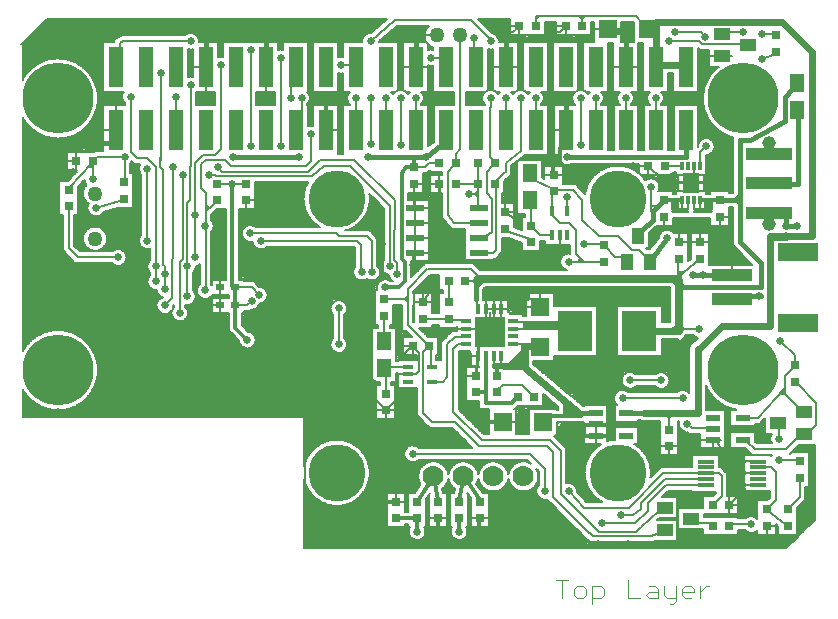
<source format=gtl>
*%FSLAX23Y23*%
*%MOIN*%
G01*
%ADD11C,0.000*%
%ADD12C,0.001*%
%ADD13C,0.002*%
%ADD14C,0.006*%
%ADD15C,0.007*%
%ADD16C,0.007*%
%ADD17C,0.008*%
%ADD18C,0.010*%
%ADD19C,0.012*%
%ADD20C,0.015*%
%ADD21C,0.015*%
%ADD22C,0.018*%
%ADD23C,0.022*%
%ADD24C,0.024*%
%ADD25C,0.025*%
%ADD26C,0.029*%
%ADD27C,0.031*%
%ADD28C,0.031*%
%ADD29C,0.035*%
%ADD30C,0.035*%
%ADD31C,0.039*%
%ADD32C,0.039*%
%ADD33C,0.046*%
%ADD34C,0.050*%
%ADD35C,0.051*%
%ADD36C,0.051*%
%ADD37C,0.054*%
%ADD38C,0.055*%
%ADD39C,0.059*%
%ADD40C,0.059*%
%ADD41C,0.070*%
%ADD42C,0.074*%
%ADD43C,0.115*%
%ADD44C,0.135*%
%ADD45C,0.138*%
%ADD46C,0.138*%
%ADD47C,0.158*%
%ADD48C,0.158*%
%ADD49C,0.190*%
%ADD50C,0.194*%
%ADD51C,0.236*%
%ADD52C,0.240*%
%ADD53R,0.011X0.030*%
%ADD54R,0.012X0.030*%
%ADD55R,0.014X0.033*%
%ADD56R,0.014X0.037*%
%ADD57R,0.015X0.034*%
%ADD58R,0.016X0.034*%
%ADD59R,0.018X0.037*%
%ADD60R,0.018X0.041*%
%ADD61R,0.020X0.025*%
%ADD62R,0.021X0.021*%
%ADD63R,0.024X0.029*%
%ADD64R,0.025X0.020*%
%ADD65R,0.029X0.024*%
%ADD66R,0.030X0.011*%
%ADD67R,0.030X0.030*%
%ADD68R,0.031X0.031*%
%ADD69R,0.033X0.014*%
%ADD70R,0.034X0.015*%
%ADD71R,0.034X0.034*%
%ADD72R,0.035X0.035*%
%ADD73R,0.037X0.014*%
%ADD74R,0.037X0.018*%
%ADD75R,0.039X0.055*%
%ADD76R,0.039X0.014*%
%ADD77R,0.041X0.018*%
%ADD78R,0.043X0.059*%
%ADD79R,0.043X0.018*%
%ADD80R,0.047X0.055*%
%ADD81R,0.048X0.024*%
%ADD82R,0.050X0.023*%
%ADD83R,0.050X0.060*%
%ADD84R,0.050X0.135*%
%ADD85R,0.051X0.071*%
%ADD86R,0.051X0.059*%
%ADD87R,0.052X0.028*%
%ADD88R,0.054X0.027*%
%ADD89R,0.054X0.064*%
%ADD90R,0.054X0.139*%
%ADD91R,0.055X0.039*%
%ADD92R,0.055X0.075*%
%ADD93R,0.057X0.012*%
%ADD94R,0.057X0.067*%
%ADD95R,0.059X0.043*%
%ADD96R,0.060X0.060*%
%ADD97R,0.061X0.024*%
%ADD98R,0.061X0.051*%
%ADD99R,0.061X0.016*%
%ADD100R,0.061X0.071*%
%ADD101R,0.063X0.039*%
%ADD102R,0.064X0.064*%
%ADD103R,0.065X0.028*%
%ADD104R,0.065X0.055*%
%ADD105R,0.067X0.043*%
%ADD106R,0.085X0.030*%
%ADD107R,0.089X0.034*%
%ADD108R,0.094X0.030*%
%ADD109R,0.098X0.034*%
%ADD110R,0.104X0.104*%
%ADD111R,0.108X0.108*%
%ADD112R,0.116X0.138*%
%ADD113R,0.120X0.142*%
%ADD114R,0.134X0.059*%
%ADD115R,0.138X0.039*%
%ADD116R,0.138X0.063*%
%ADD117R,0.142X0.043*%
%ADD118R,0.169X0.169*%
%ADD119R,0.173X0.173*%
%ADD120R,0.250X0.250*%
D13*
X10356Y6933D02*
X10396D01*
X10376D01*
Y6873D01*
X10426D02*
X10446D01*
X10456Y6883D01*
Y6903D01*
X10446Y6913D01*
X10426D01*
X10416Y6903D01*
Y6883D01*
X10426Y6873D01*
X10476Y6853D02*
Y6913D01*
X10506D01*
X10516Y6903D01*
Y6883D01*
X10506Y6873D01*
X10476D01*
X10596D02*
Y6933D01*
Y6873D02*
X10636D01*
X10666Y6913D02*
X10686D01*
X10696Y6903D01*
Y6873D01*
X10666D01*
X10656Y6883D01*
X10666Y6893D01*
X10696D01*
X10716Y6883D02*
Y6913D01*
Y6883D02*
X10726Y6873D01*
X10756D01*
Y6863D01*
X10746Y6853D01*
X10736D01*
X10756Y6873D02*
Y6913D01*
X10786Y6873D02*
X10806D01*
X10786D02*
X10776Y6883D01*
Y6903D01*
X10786Y6913D01*
X10806D01*
X10816Y6903D01*
Y6893D01*
X10776D01*
X10836Y6873D02*
Y6913D01*
Y6893D02*
Y6873D01*
Y6893D02*
X10846Y6903D01*
X10856Y6913D01*
X10866D01*
D15*
X9992Y7139D02*
X9962D01*
X9932D01*
X9852Y7194D02*
X9822D01*
X9792D01*
X10102Y7139D02*
X10132D01*
X10102D02*
X10072D01*
X11057Y7114D02*
X11088D01*
X10962Y7184D02*
X10932D01*
X10846Y7214D02*
X10843D01*
X10846D02*
X10880D01*
X10892Y7154D02*
X10847D01*
X10892D02*
X10902D01*
X10926Y7214D02*
X10934D01*
X10962D01*
X10902Y7154D02*
X10898D01*
X10902D02*
X10908D01*
X10962D01*
X10892Y7144D02*
X10847D01*
X10892D02*
X10902D01*
X10846Y7084D02*
X10843D01*
X10846D02*
X10902D01*
Y7144D02*
X10898D01*
X10902D02*
X10908D01*
X10912D01*
X10962D01*
X10902Y7084D02*
X10898D01*
X10902D02*
X10908D01*
X10962D01*
X11093D02*
X11096D01*
X11158D01*
X11026Y7144D02*
X11023D01*
Y7084D02*
X11026D01*
X11088D01*
X11026Y7200D02*
X11023D01*
X11026D02*
X11060D01*
X10760Y7209D02*
X10710D01*
X10699Y7139D02*
X10760D01*
X10761D01*
X10760Y7134D02*
X10693D01*
X10760D02*
X10761D01*
X10692Y7064D02*
X10689D01*
X10760Y7172D02*
X10761D01*
Y7102D02*
X10760D01*
X10761D02*
X10778D01*
X10846D01*
X10072Y7164D02*
X10068D01*
Y7170D02*
X10072D01*
Y7108D02*
X10068D01*
X10072D02*
X10132D01*
X10002Y7164D02*
X9998D01*
Y7170D02*
X10002D01*
Y7108D02*
X9998D01*
X10002D02*
X10008D01*
X10056D02*
X10062D01*
X9792Y7164D02*
X9788D01*
Y7170D02*
X9792D01*
Y7108D02*
X9788D01*
X9792D02*
X9800D01*
X9852D01*
X9858Y7164D02*
X9862D01*
Y7170D02*
X9858D01*
Y7108D02*
X9862D01*
X9868D01*
X9916D02*
X9922D01*
X9928Y7164D02*
X9932D01*
Y7170D02*
X9928D01*
Y7108D02*
X9932D01*
X9992D01*
X11175Y7190D02*
X11186D01*
X10333Y7194D02*
X10326D01*
Y7188D02*
X10338D01*
X10014Y7072D02*
X10010D01*
X10050D02*
X10054D01*
X9874D02*
X9870D01*
X9910D02*
X9914D01*
X10456Y7194D02*
X10508D01*
X10458Y7060D02*
X10454D01*
X10458D02*
X10462D01*
X10459D01*
X10462D02*
X10469D01*
X10485D01*
X10512D01*
X10658D01*
X10674D01*
X10675D01*
X10692D01*
X10962Y7100D02*
X10985D01*
X10987Y7138D02*
X10962D01*
X11025D02*
X11026D01*
X9862Y7118D02*
X9852D01*
Y7160D02*
X9862D01*
X9515Y7039D02*
X11122D01*
X11123Y7040D02*
X9515D01*
Y7046D02*
X11129D01*
X10458Y7052D02*
X9515D01*
X10462D02*
X10476D01*
X10478D02*
X10512D01*
X10674D01*
X10692D01*
X10760D01*
X11135D01*
X10458Y7058D02*
X9515D01*
X10462D02*
X10470D01*
X10484D01*
X10512D01*
X10658D01*
X10671D01*
X10674D02*
X10692D01*
X10760D01*
X11141D01*
X9870Y7064D02*
X9515D01*
X9870D02*
X9914D01*
X10010D01*
X10054D01*
X10458D01*
X10692D02*
X10760D01*
X11147D01*
X9870Y7070D02*
X9515D01*
X9870D02*
X9878D01*
X9906D02*
X9914D01*
X10010D01*
X10018D01*
X10046D02*
X10054D01*
X10456D01*
X10760D02*
X11153D01*
X9870Y7076D02*
X9515D01*
X9914D02*
X10010D01*
X10054D02*
X10450D01*
X10760D02*
X10846D01*
X10902D01*
X10908D02*
X10962D01*
X11026D01*
X11088D01*
X11096D01*
X11158D01*
X9867Y7082D02*
X9515D01*
X9917D02*
X10007D01*
X10057D02*
X10444D01*
X10760D02*
X10846D01*
X10902D01*
X10908D02*
X10962D01*
X11026D01*
X11088D01*
X11096D01*
X11158D01*
X11165D01*
X9865Y7088D02*
X9515D01*
X9919D02*
X10005D01*
X10059D02*
X10438D01*
X10760D02*
X10846D01*
X10962D02*
X11026D01*
X11088D02*
X11096D01*
X11158D02*
X11171D01*
X9864Y7094D02*
X9515D01*
X9920D02*
X10004D01*
X10060D02*
X10432D01*
X10761D02*
X10778D01*
X10846D01*
X10962D02*
X10992D01*
X11088D02*
X11096D01*
X11158D02*
X11177D01*
X9792Y7100D02*
X9515D01*
X9792D02*
X9852D01*
X9862D01*
X9922D02*
X9932D01*
X9992D01*
X10002D01*
X10062D02*
X10072D01*
X10132D01*
X10426D01*
X10761D02*
X10778D01*
X10846D01*
X11088D02*
X11096D01*
X11158D02*
X11183D01*
X9792Y7106D02*
X9515D01*
X9792D02*
X9800D01*
X9852D01*
X9862D01*
X9922D02*
X9932D01*
X9992D01*
X10002D01*
X10062D02*
X10072D01*
X10132D01*
X10420D01*
X11088D02*
X11096D01*
X11158D02*
X11189D01*
X9792Y7112D02*
X9515D01*
X9852D02*
X9862D01*
X9922D02*
X9932D01*
X9992D02*
X10002D01*
X10062D02*
X10072D01*
X10132D02*
X10414D01*
X11088D02*
X11095D01*
X11158D02*
X11195D01*
X9792Y7118D02*
X9515D01*
X9922D02*
X9932D01*
X9992D02*
X10002D01*
X10062D02*
X10072D01*
X10132D02*
X10408D01*
X11158D02*
X11201D01*
X9792Y7124D02*
X9515D01*
X9922D02*
X9932D01*
X9992D02*
X10002D01*
X10062D02*
X10072D01*
X10132D02*
X10402D01*
X11158D02*
X11207D01*
X9792Y7130D02*
X9515D01*
X9922D02*
X9932D01*
X9992D02*
X10002D01*
X10062D02*
X10072D01*
X10132D02*
X10396D01*
X11158D02*
X11213D01*
X9792Y7136D02*
X9515D01*
X9922D02*
X9932D01*
X9992D02*
X10002D01*
X10062D02*
X10072D01*
X10132D02*
X10390D01*
X10695D02*
X10760D01*
X11158D02*
X11217D01*
X9792Y7142D02*
X9515D01*
X9922D02*
X9932D01*
X9992D02*
X10002D01*
X10062D02*
X10072D01*
X10132D02*
X10384D01*
X10962D02*
X10992D01*
X11158D02*
X11217D01*
X9792Y7148D02*
X9515D01*
X9922D02*
X9932D01*
X9992D02*
X10002D01*
X10062D02*
X10072D01*
X10132D02*
X10378D01*
X10847D02*
X10892D01*
X10902D01*
X10912D02*
X10962D01*
X11026D01*
X11158D02*
X11217D01*
X9792Y7154D02*
X9515D01*
X9922D02*
X9932D01*
X9992D02*
X10002D01*
X10062D02*
X10072D01*
X10132D02*
X10372D01*
X10962D02*
X11026D01*
X11158D02*
X11217D01*
X9792Y7160D02*
X9515D01*
X9922D02*
X9932D01*
X9992D02*
X10002D01*
X10062D02*
X10072D01*
X10132D02*
X10366D01*
X10962D02*
X11026D01*
X11158D02*
X11217D01*
X9792Y7166D02*
X9515D01*
X9852D02*
X9862D01*
X9922D02*
X9932D01*
X9992D02*
X10002D01*
X10062D02*
X10072D01*
X10132D02*
X10360D01*
X10962D02*
X11026D01*
X11158D02*
X11217D01*
X9792Y7172D02*
X9515D01*
X9852D02*
X9862D01*
X9922D02*
X9932D01*
X9992D02*
X10002D01*
X10062D02*
X10072D01*
X10132D02*
X10354D01*
X10761D02*
X10846D01*
X10962D02*
X11026D01*
X11158D02*
X11217D01*
X9792Y7178D02*
X9515D01*
X9852D02*
X9862D01*
X9922D02*
X9932D01*
X9992D02*
X10002D01*
X10062D02*
X10072D01*
X10132D02*
X10326D01*
X10348D01*
X10761D02*
X10846D01*
X10962D02*
X11026D01*
X11164D02*
X11186D01*
X11217D01*
X9595Y7184D02*
X9515D01*
X9653D02*
X9792D01*
X9852D02*
X9862D01*
X9922D02*
X9932D01*
X9992D02*
X10002D01*
X10062D02*
X10072D01*
X10132D02*
X10326D01*
X10342D01*
X10761D02*
X10846D01*
X10962D02*
X11026D01*
X11170D02*
X11186D01*
X11217D01*
X9578Y7190D02*
X9515D01*
X9670D02*
X9792D01*
X9852D02*
X9862D01*
X9922D02*
X9932D01*
X9992D02*
X10002D01*
X10062D02*
X10072D01*
X10132D02*
X10326D01*
X10336D01*
X10760D02*
X10846D01*
X10962D02*
X11026D01*
X11176D02*
X11186D01*
X11217D01*
X9567Y7196D02*
X9515D01*
X9681D02*
X9792D01*
X9852D02*
X9862D01*
X9922D02*
X9932D01*
X9992D02*
X10002D01*
X10062D02*
X10072D01*
X10132D02*
X10326D01*
X10453D02*
X10504D01*
X10760D02*
X10846D01*
X10962D02*
X11026D01*
X11186D02*
X11217D01*
X9558Y7202D02*
X9515D01*
X9690D02*
X9792D01*
X9852D02*
X9862D01*
X9922D02*
X9932D01*
X9992D02*
X10002D01*
X10062D02*
X10072D01*
X10132D02*
X10298D01*
X10310D01*
X10448D02*
X10495D01*
X10760D02*
X10846D01*
X10962D02*
X11026D01*
X11062D01*
X11188D02*
X11217D01*
X9551Y7208D02*
X9515D01*
X9697D02*
X9792D01*
X9852D02*
X9862D01*
X9992D02*
X10002D01*
X10062D02*
X10070D01*
X10132D02*
X10298D01*
X10442D02*
X10488D01*
X10760D02*
X10846D01*
X10962D02*
X11026D01*
X11068D01*
X11186D02*
X11194D01*
X11217D01*
X9544Y7214D02*
X9515D01*
X9704D02*
X9792D01*
X9852D02*
X9862D01*
X9992D02*
X10002D01*
X10132D02*
X10293D01*
X10437D02*
X10481D01*
X10715D02*
X10760D01*
X10846D01*
X10962D02*
X11068D01*
X11190D02*
X11217D01*
X10762Y7379D02*
X10732D01*
X10702D01*
X10877Y7399D02*
X10904D01*
X10877D02*
X10850D01*
X11165Y7384D02*
X11217D01*
X11142Y7360D02*
X11140D01*
X11142D02*
X11182D01*
X11198D01*
Y7244D02*
X11186D01*
X10983Y7270D02*
X10983D01*
Y7228D02*
X11068D01*
X10983Y7267D02*
X10983D01*
Y7329D02*
X10983D01*
Y7349D02*
X10998D01*
X11010D01*
X11012D01*
X11024D01*
X11056D01*
X11071D01*
X10898D02*
X10810D01*
Y7227D02*
X10846D01*
X10862D01*
X10888D01*
X10936Y7372D02*
X10986D01*
X10918D02*
X10836D01*
X10762Y7348D02*
X10702D01*
X10132Y7224D02*
X10111D01*
X10002D02*
X9998D01*
X10002D02*
X10015D01*
X9792D02*
X9788D01*
X9792D02*
X9852D01*
X9858D02*
X9862D01*
X9885D01*
X9979D02*
X9992D01*
X10447Y7387D02*
X10506D01*
X10616Y7386D02*
X10630D01*
X10920Y7294D02*
X10926D01*
X10916Y7298D02*
X10915D01*
X10916D02*
X10926D01*
X10390Y7382D02*
X10379D01*
X10994Y7350D02*
X10998D01*
X11009D01*
X11012D01*
X11009D01*
X11012D02*
X11025D01*
X11056D01*
X11071D01*
X11074D01*
X11056Y7388D02*
X11025D01*
X11056D02*
X11074D01*
X10259Y7334D02*
X9897D01*
Y7374D02*
X10075D01*
X10898Y7308D02*
X10905D01*
X10916D01*
X11134Y7354D02*
X11136D01*
X10692Y7308D02*
X10689D01*
X10692D02*
X10704D01*
X10720D01*
X10810D01*
Y7230D02*
X10746D01*
X10730D01*
X9539Y7220D02*
X9515D01*
X9709D02*
X9792D01*
X9852D02*
X9862D01*
X9992D02*
X10002D01*
X10132D02*
X10290D01*
X10432D02*
X10476D01*
X10721D02*
X10746D01*
X10760D01*
X10810D01*
X10846D01*
X10862D01*
X10885D01*
X10929D02*
X10962D01*
X10983D01*
X11068D01*
X11186D02*
X11217D01*
X9534Y7226D02*
X9515D01*
X9714D02*
X9792D01*
X9852D01*
X9862D01*
X9886D01*
X9979D02*
X9992D01*
X10002D01*
X10015D01*
X10110D02*
X10132D01*
X10289D01*
X10426D02*
X10471D01*
X10727D02*
X10746D01*
X10810D01*
X10846D01*
X10862D01*
X10888D01*
X10926D02*
X10962D01*
X10983D01*
X11068D01*
X11186D02*
X11217D01*
X9530Y7232D02*
X9515D01*
X9718D02*
X9792D01*
X9852D01*
X9862D01*
X9890D01*
X9977D02*
X9992D01*
X10002D01*
X10016D01*
X10105D02*
X10125D01*
X10167D02*
X10225D01*
X10267D02*
X10289D01*
X10425D02*
X10467D01*
X10926D02*
X10983D01*
X11186D02*
X11198D01*
X11217D01*
X9527Y7238D02*
X9515D01*
X9721D02*
X9894D01*
X9977D02*
X10015D01*
X10101D02*
X10115D01*
X10177D02*
X10215D01*
X10277D02*
X10290D01*
X10424D02*
X10464D01*
X10926D02*
X10983D01*
X11186D02*
X11198D01*
X11217D01*
X9524Y7244D02*
X9515D01*
X9724D02*
X9898D01*
X9983D02*
X10009D01*
X10097D02*
X10109D01*
X10183D02*
X10209D01*
X10283D02*
X10293D01*
X10421D02*
X10461D01*
X10926D02*
X10983D01*
X11198D02*
X11217D01*
X9902Y7250D02*
X9727D01*
X9988D02*
X10004D01*
X10093D02*
X10104D01*
X10188D02*
X10204D01*
X10288D02*
X10298D01*
X10416D02*
X10458D01*
X10926D02*
X10983D01*
X11198D02*
X11217D01*
X9901Y7256D02*
X9729D01*
X9991D02*
X10001D01*
X10091D02*
X10101D01*
X10191D02*
X10201D01*
X10404D02*
X10456D01*
X10926D02*
X10983D01*
X11198D02*
X11217D01*
X9898Y7262D02*
X9731D01*
X10390D02*
X10454D01*
X10926D02*
X10983D01*
X11198D02*
X11217D01*
X9896Y7268D02*
X9732D01*
X10390D02*
X10453D01*
X10926D02*
X10983D01*
X11198D02*
X11217D01*
X9896Y7274D02*
X9733D01*
X10390D02*
X10452D01*
X10930D02*
X10983D01*
X11198D02*
X11217D01*
X9896Y7280D02*
X9734D01*
X10390D02*
X10451D01*
X10926D02*
X10934D01*
X10983D01*
X11198D02*
X11217D01*
X9896Y7286D02*
X9734D01*
X10390D02*
X10451D01*
X10671D02*
X10681D01*
X10928D02*
X10983D01*
X11198D02*
X11217D01*
X9897Y7292D02*
X9734D01*
X10390D02*
X10450D01*
X10671D02*
X10687D01*
X10926D02*
X10983D01*
X11198D02*
X11217D01*
X9900Y7298D02*
X9734D01*
X9992D02*
X10000D01*
X10092D02*
X10100D01*
X10192D02*
X10200D01*
X10390D02*
X10451D01*
X10671D02*
X10692D01*
X10916D02*
X10926D01*
X10983D01*
X11198D02*
X11217D01*
X9903Y7304D02*
X9734D01*
X9989D02*
X10003D01*
X10089D02*
X10103D01*
X10189D02*
X10203D01*
X10390D02*
X10451D01*
X10671D02*
X10692D01*
X10916D02*
X10926D01*
X10983D01*
X11198D02*
X11217D01*
X9907Y7310D02*
X9733D01*
X9985D02*
X10007D01*
X10085D02*
X10107D01*
X10185D02*
X10207D01*
X10390D02*
X10452D01*
X10670D02*
X10692D01*
X10705D01*
X10719D01*
X10810D01*
X10904D02*
X10916D01*
X10926D01*
X10983D01*
X11198D02*
X11217D01*
X9913Y7316D02*
X9731D01*
X9979D02*
X10013D01*
X10079D02*
X10113D01*
X10179D02*
X10213D01*
X10390D02*
X10453D01*
X10668D02*
X10692D01*
X10711D01*
X10713D02*
X10810D01*
X10898D02*
X10916D01*
X10983D01*
X11198D02*
X11217D01*
X9858Y7322D02*
X9730D01*
X9858D02*
X9921D01*
X9971D02*
X10021D01*
X10071D02*
X10121D01*
X10171D02*
X10221D01*
X10390D02*
X10455D01*
X10667D02*
X10810D01*
X10898D02*
X10983D01*
X11198D02*
X11217D01*
X9858Y7328D02*
X9728D01*
X9858D02*
X9867D01*
X9887D02*
X9939D01*
X9953D02*
X10039D01*
X10053D02*
X10139D01*
X10153D02*
X10239D01*
X10253D02*
X10265D01*
X10390D02*
X10457D01*
X10665D02*
X10810D01*
X10898D02*
X10983D01*
X11198D02*
X11217D01*
X9857Y7334D02*
X9726D01*
X9897D02*
X10259D01*
X10390D02*
X10459D01*
X10663D02*
X10810D01*
X10898D02*
X10983D01*
X11198D02*
X11217D01*
X9525Y7340D02*
X9515D01*
X9723D02*
X9853D01*
X10390D02*
X10462D01*
X10660D02*
X10702D01*
X10762D01*
X10810D01*
X10898D02*
X10983D01*
X11198D02*
X11217D01*
X9528Y7346D02*
X9515D01*
X9720D02*
X9850D01*
X10390D02*
X10465D01*
X10657D02*
X10702D01*
X10762D01*
X10810D01*
X10898D02*
X10983D01*
X11198D02*
X11217D01*
X9532Y7352D02*
X9515D01*
X9716D02*
X9849D01*
X10390D02*
X10469D01*
X10653D02*
X10702D01*
X10762D02*
X10810D01*
X10898D01*
X10983D01*
X10998D01*
X11006D01*
X11198D02*
X11217D01*
X9536Y7358D02*
X9515D01*
X9712D02*
X9849D01*
X10394D02*
X10473D01*
X10649D02*
X10702D01*
X10762D02*
X10810D01*
X10898D01*
X10983D01*
X10998D01*
X11198D02*
X11217D01*
X9541Y7364D02*
X9515D01*
X9707D02*
X9851D01*
X10390D02*
X10398D01*
X10478D01*
X10644D02*
X10702D01*
X10762D02*
X10836D01*
X10918D01*
X10936D01*
X10994D01*
X11145D02*
X11182D01*
X11198D01*
X11217D01*
X9547Y7370D02*
X9515D01*
X9701D02*
X9854D01*
X10392D02*
X10484D01*
X10638D02*
X10702D01*
X10762D02*
X10836D01*
X10918D01*
X10936D01*
X10988D01*
X11151D02*
X11198D01*
X11217D01*
X9554Y7376D02*
X9515D01*
X9694D02*
X9858D01*
X9894D02*
X10072D01*
X10390D02*
X10447D01*
X10491D01*
X10631D02*
X10702D01*
X10762D02*
X10836D01*
X10918D02*
X10936D01*
X11157D02*
X11217D01*
X9562Y7382D02*
X9515D01*
X9686D02*
X9858D01*
X9877D01*
X10066D01*
X10380D02*
X10390D01*
X10447D01*
X10499D01*
X10630D02*
X10702D01*
X10762D02*
X10836D01*
X10918D02*
X10936D01*
X11163D02*
X11217D01*
X9572Y7388D02*
X9515D01*
X9676D02*
X10060D01*
X10374D02*
X10390D01*
X10447D01*
X10630D02*
X10702D01*
X10762D02*
X10836D01*
X10918D02*
X10936D01*
X9585Y7394D02*
X9515D01*
X9663D02*
X10054D01*
X10368D02*
X10390D01*
X10447D01*
X10630D02*
X10702D01*
X10762D02*
X10836D01*
X10918D02*
X10936D01*
X11020D02*
X11056D01*
X11071D01*
X9608Y7400D02*
X9515D01*
X9640D02*
X10048D01*
X10362D02*
X10447D01*
X10526D02*
X10545D01*
X10630D02*
X10702D01*
X10762D02*
X10836D01*
X10918D02*
X10936D01*
X11018D02*
X11056D01*
X11069D01*
X10042Y7406D02*
X9515D01*
X10358D02*
X10447D01*
X10526D02*
X10551D01*
X10630D02*
X10702D01*
X10762D02*
X10836D01*
X10918D02*
X10936D01*
X11018D02*
X11069D01*
X10036Y7412D02*
X9515D01*
X10358D02*
X10447D01*
X10526D02*
X10551D01*
X10630D02*
X10702D01*
X10762D02*
X10788D01*
X10806D01*
X10808D02*
X10836D01*
X10918D02*
X10936D01*
X11018D02*
X11052D01*
X11070D01*
X10515Y7452D02*
X10487D01*
X10459D01*
X10487Y7414D02*
X10515D01*
X10487D02*
X10459D01*
X10222Y7459D02*
X10177D01*
X10132D01*
X9818Y7499D02*
X9787D01*
X9756D01*
X10248Y7514D02*
X10252D01*
X10258D02*
X10266D01*
X10312D01*
X10228D02*
X10227D01*
X10228D02*
X10252D01*
X10258D01*
X9768Y7584D02*
X9756D01*
X9806D02*
X9818D01*
Y7468D02*
X9756D01*
Y7594D02*
X9742D01*
X9756D02*
X9768D01*
X9806D02*
X9818D01*
X9822D01*
X11052Y7421D02*
X11075D01*
X11018Y7426D02*
X10936D01*
Y7501D02*
X10955D01*
X10972Y7447D02*
X10936D01*
X10972D02*
X11018D01*
X10918Y7501D02*
X10854D01*
X10056Y7584D02*
X10053D01*
Y7590D02*
X10056D01*
Y7528D02*
X10053D01*
X10056D02*
X10070D01*
X10100D01*
X10218Y7504D02*
X10222D01*
X10266D02*
X10310D01*
X10312D01*
X10358D01*
X10356Y7414D02*
X10348D01*
X10356D02*
X10358D01*
X10447Y7517D02*
X10526D01*
X10551Y7442D02*
X10630D01*
X10558Y7517D02*
X10551D01*
X10558D02*
X10560D01*
X10551Y7461D02*
X10630D01*
X9828Y7572D02*
X9824D01*
X9828D02*
X9892D01*
X9515Y7475D02*
X8577D01*
X10387Y7458D02*
X10390D01*
X9904Y7470D02*
X9892D01*
X10100Y7502D02*
X10132D01*
X10216D02*
X10222D01*
X10228D01*
X11018Y7454D02*
X11020D01*
X11036D01*
X11046D01*
X10788Y7420D02*
X10784D01*
X10788D02*
X10799D01*
X10808D01*
X10804D01*
X10808D02*
X10815D01*
X10836D01*
X10757Y7558D02*
X10597D01*
X10622Y7580D02*
X10685D01*
X9934Y7440D02*
X9922D01*
X9934D02*
X9950D01*
X10009D01*
X10447Y7512D02*
X10447D01*
X10647Y7462D02*
X10702D01*
X10762D02*
X10765D01*
X10632Y7466D02*
X10630D01*
X10362Y7458D02*
X10358D01*
X10362D02*
X10368D01*
X10372D01*
X10380D01*
X10390D01*
X10402D01*
X10406D01*
X10412D01*
X10424D01*
X10434D01*
X10447D01*
X10362Y7500D02*
X10358D01*
X10132Y7418D02*
X10116D01*
X10222D02*
X10266D01*
X10356D02*
X10358D01*
X10030Y7418D02*
X9515D01*
X10116D02*
X10132D01*
X10222D02*
X10266D01*
X10358D02*
X10447D01*
X10526D02*
X10551D01*
X10630D02*
X10702D01*
X10762D02*
X10788D01*
X10800D01*
X10808D01*
X10814D02*
X10836D01*
X10918D02*
X10936D01*
X11018D02*
X11052D01*
X11073D01*
X10024Y7424D02*
X9515D01*
X10110D02*
X10132D01*
X10222D02*
X10266D01*
X10358D02*
X10447D01*
X10526D02*
X10551D01*
X10630D02*
X10702D01*
X10762D02*
X10788D01*
X10918D02*
X10936D01*
X11018D02*
X11052D01*
X9922Y7430D02*
X9515D01*
X9922D02*
X10018D01*
X10104D02*
X10132D01*
X10222D02*
X10266D01*
X10358D02*
X10447D01*
X10526D02*
X10551D01*
X10630D02*
X10702D01*
X10762D02*
X10778D01*
X10918D02*
X10936D01*
X11018D01*
X11052D01*
X9922Y7436D02*
X9515D01*
X9922D02*
X9937D01*
X9947D01*
X10012D01*
X10098D02*
X10132D01*
X10222D02*
X10266D01*
X10358D02*
X10447D01*
X10526D02*
X10551D01*
X10630D02*
X10702D01*
X10762D02*
X10771D01*
X10918D02*
X10936D01*
X11018D01*
X11052D01*
X9922Y7442D02*
X9515D01*
X9922D02*
X9931D01*
X10092D02*
X10132D01*
X10222D02*
X10266D01*
X10358D02*
X10447D01*
X10526D02*
X10551D01*
X10630D01*
X10702D01*
X10918D02*
X10936D01*
X10972D01*
X11018D01*
X11046D01*
X9922Y7448D02*
X9515D01*
X10086D02*
X10132D01*
X10222D02*
X10266D01*
X10372D02*
X10390D01*
X10402D01*
X10412D02*
X10434D01*
X10447D01*
X10526D02*
X10551D01*
X10630D01*
X10702D01*
X10918D02*
X10936D01*
X11018D02*
X11027D01*
X11030D02*
X11046D01*
X9919Y7454D02*
X9515D01*
X10080D02*
X10132D01*
X10222D02*
X10266D01*
X10372D02*
X10380D01*
X10390D01*
X10402D01*
X10412D02*
X10424D01*
X10434D01*
X10447D01*
X10526D02*
X10551D01*
X10630D01*
X10702D01*
X10918D02*
X10936D01*
X11020D02*
X11035D01*
X11046D01*
X9756Y7460D02*
X9515D01*
X9756D02*
X9818D01*
X9892D01*
X9913D01*
X10074D02*
X10132D01*
X10222D02*
X10266D01*
X10526D02*
X10551D01*
X10630D01*
X10702D01*
X10918D02*
X10936D01*
X9756Y7466D02*
X9515D01*
X9756D02*
X9818D01*
X9892D01*
X9907D01*
X10068D02*
X10132D01*
X10222D02*
X10266D01*
X10526D02*
X10551D01*
X10918D02*
X10936D01*
X9756Y7472D02*
X9515D01*
X9818D02*
X9892D01*
X9901D01*
X10062D02*
X10132D01*
X10222D02*
X10266D01*
X10526D02*
X10551D01*
X10918D02*
X10936D01*
X9515Y7478D02*
X8577D01*
X9515D02*
X9756D01*
X9818D02*
X9892D01*
X10056D02*
X10132D01*
X10222D02*
X10266D01*
X10526D02*
X10551D01*
X10918D02*
X10936D01*
X9515Y7484D02*
X8577D01*
X9515D02*
X9756D01*
X9818D02*
X9889D01*
X10050D02*
X10132D01*
X10222D02*
X10266D01*
X10526D02*
X10551D01*
X10918D02*
X10936D01*
X9756Y7490D02*
X8577D01*
X9818D02*
X9885D01*
X9892D01*
X10044D02*
X10100D01*
X10132D01*
X10228D02*
X10266D01*
X10526D02*
X10551D01*
X10918D02*
X10936D01*
X9756Y7496D02*
X8577D01*
X9818D02*
X9891D01*
X10038D02*
X10100D01*
X10132D01*
X10228D02*
X10266D01*
X10526D02*
X10551D01*
X10918D02*
X10936D01*
X8666Y7502D02*
X8577D01*
X8723D02*
X9756D01*
X9818D02*
X9892D01*
X10032D02*
X10100D01*
X10132D01*
X10228D02*
X10252D01*
X10258D02*
X10266D01*
X10526D02*
X10551D01*
X10854D02*
X10918D01*
X10936D01*
X10950D01*
X8646Y7508D02*
X8577D01*
X8743D02*
X9756D01*
X9818D02*
X9892D01*
X10032D02*
X10100D01*
X10228D02*
X10252D01*
X10258D02*
X10266D01*
X10310D01*
X10312D02*
X10358D01*
X10526D02*
X10551D01*
X10854D02*
X10918D01*
X10930D01*
X8633Y7514D02*
X8577D01*
X8756D02*
X9756D01*
X9818D02*
X9892D01*
X10032D02*
X10100D01*
X10312D02*
X10358D01*
X10526D02*
X10551D01*
X10854D02*
X10917D01*
X8623Y7520D02*
X8577D01*
X8767D02*
X9756D01*
X9818D02*
X9892D01*
X10032D02*
X10056D01*
X10100D01*
X10312D02*
X10352D01*
X10438D02*
X10447D01*
X10526D01*
X10551D01*
X10854D02*
X10906D01*
X8614Y7526D02*
X8577D01*
X8775D02*
X9756D01*
X9818D02*
X9892D01*
X10032D02*
X10056D01*
X10070D01*
X10100D01*
X10312D02*
X10345D01*
X10434D02*
X10447D01*
X10526D01*
X10551D01*
X10854D02*
X10898D01*
X8607Y7532D02*
X8577D01*
X8783D02*
X9756D01*
X9818D02*
X9892D01*
X10032D02*
X10056D01*
X10312D02*
X10337D01*
X10424D02*
X10434D01*
X10550D01*
X10854D02*
X10890D01*
X8600Y7538D02*
X8577D01*
X8789D02*
X9756D01*
X9818D02*
X9892D01*
X10032D02*
X10056D01*
X10312D02*
X10330D01*
X10416D02*
X10424D01*
X10549D01*
X10854D02*
X10884D01*
X8595Y7544D02*
X8577D01*
X8795D02*
X9756D01*
X9818D02*
X9892D01*
X10032D02*
X10056D01*
X10312D02*
X10323D01*
X10412D02*
X10549D01*
X10854D02*
X10878D01*
X8590Y7550D02*
X8577D01*
X8800D02*
X9756D01*
X9818D02*
X9892D01*
X10032D02*
X10056D01*
X10412D02*
X10551D01*
X10854D02*
X10873D01*
X8585Y7556D02*
X8577D01*
X8804D02*
X9756D01*
X9818D02*
X9892D01*
X10032D02*
X10056D01*
X10395D02*
X10555D01*
X10854D02*
X10869D01*
X9756Y7562D02*
X8808D01*
X9818D02*
X9828D01*
X9892D01*
X10032D02*
X10056D01*
X10387D02*
X10558D01*
X10593D02*
X10761D01*
X10854D02*
X10865D01*
X9756Y7568D02*
X8812D01*
X9818D02*
X9828D01*
X9892D01*
X10032D02*
X10056D01*
X10380D02*
X10558D01*
X10582D01*
X10726D01*
X10796D01*
X9756Y7574D02*
X8815D01*
X9818D02*
X9828D01*
X10032D02*
X10056D01*
X10373D02*
X10582D01*
X10615D02*
X10692D01*
X10726D02*
X10800D01*
X9756Y7580D02*
X8818D01*
X9818D02*
X9828D01*
X10032D02*
X10056D01*
X10366D02*
X10581D01*
X10727D02*
X10800D01*
X9742Y7586D02*
X8820D01*
X9742D02*
X9756D01*
X9768D01*
X9806D02*
X9818D01*
X10032D02*
X10056D01*
X10359D02*
X10577D01*
X10731D02*
X10800D01*
X9742Y7592D02*
X8822D01*
X9742D02*
X9756D01*
X9768D01*
X9806D02*
X9818D01*
X10032D02*
X10056D01*
X10351D02*
X10575D01*
X10733D02*
X10800D01*
X9742Y7598D02*
X8824D01*
X10032D02*
X10056D01*
X10344D02*
X10574D01*
X10734D02*
X10800D01*
X9742Y7604D02*
X8825D01*
X10032D02*
X10056D01*
X10337D02*
X10574D01*
X10733D02*
X10800D01*
X9877Y7714D02*
X9846D01*
X9862Y7619D02*
X9884D01*
X9862D02*
X9840D01*
X10073Y7680D02*
X10096D01*
X10089Y7770D02*
X10056D01*
X10024D01*
X10056Y7614D02*
X10087D01*
X9752Y7774D02*
X9742D01*
X9752D02*
X9762D01*
X9802D02*
X9812D01*
X9822D01*
X10053Y7644D02*
X10056D01*
X10073D01*
X10099D01*
X10100D01*
X10348Y7678D02*
X10492D01*
X10560D02*
X10707D01*
X10348Y7664D02*
X10278D01*
X10024Y7767D02*
X10022D01*
X10032Y7697D02*
X10067D01*
X10070Y7647D02*
X10073D01*
X10099D01*
X10096D01*
X10099D02*
X10100D01*
X10072Y7691D02*
X10067D01*
X10072D02*
X10073D01*
X9942Y7774D02*
X9900D01*
X9966D02*
X9972D01*
X9998D01*
X10016D01*
X10024D01*
X9762Y7784D02*
X9752D01*
X9802D02*
X9812D01*
X9824Y7616D02*
X9828D01*
X9956Y7666D02*
X9972D01*
X9828D02*
X9824D01*
X9828D02*
X9872D01*
X9892D01*
X9828Y7622D02*
X9824D01*
X9929Y7744D02*
X9956D01*
X9962D01*
Y7684D02*
X9956D01*
X9846Y7744D02*
X9843D01*
X9846D02*
X9874D01*
X9846Y7684D02*
X9843D01*
X9846D02*
X9892D01*
X9969Y7738D02*
X9972D01*
X9984D01*
X9855Y7764D02*
X9842D01*
X9277Y7752D02*
X9264D01*
X9942Y7784D02*
X9966D01*
X9828Y7624D02*
X9822D01*
Y7664D02*
X9828D01*
X10790Y7750D02*
X10812D01*
X10738Y7736D02*
X10707D01*
X10738D02*
X10757D01*
X10734Y7792D02*
X10707D01*
X10009Y7764D02*
X9998D01*
X10009D02*
X10024D01*
X10622Y7618D02*
X10687D01*
X10725D02*
X10726D01*
X9742Y7610D02*
X8827D01*
X10032D02*
X10056D01*
X10330D02*
X10576D01*
X10731D02*
X10800D01*
X9742Y7616D02*
X8827D01*
X10032D02*
X10056D01*
X10323D02*
X10580D01*
X10727D02*
X10800D01*
X9742Y7622D02*
X8828D01*
X10032D02*
X10056D01*
X10315D02*
X10582D01*
X10618D02*
X10692D01*
X10726D02*
X10800D01*
X9742Y7628D02*
X8828D01*
X10032D02*
X10056D01*
X10308D02*
X10582D01*
X10726D01*
X10800D01*
X9742Y7634D02*
X8828D01*
X10032D02*
X10056D01*
X10301D02*
X10800D01*
X9742Y7640D02*
X8828D01*
X10032D02*
X10056D01*
X10294D02*
X10800D01*
X9742Y7646D02*
X8828D01*
X10032D02*
X10056D01*
X10073D01*
X10099D01*
X10287D02*
X10800D01*
X9742Y7652D02*
X8827D01*
X10032D02*
X10056D01*
X10073D01*
X10279D02*
X10348D01*
X10800D01*
X9742Y7658D02*
X8826D01*
X10032D02*
X10073D01*
X10278D02*
X10348D01*
X10800D01*
X9742Y7664D02*
X8825D01*
X10032D02*
X10073D01*
X10348D02*
X10800D01*
X9742Y7670D02*
X8823D01*
X9828D02*
X9872D01*
X9892D01*
X9956D02*
X9972D01*
X10032D02*
X10073D01*
X10348D02*
X10492D01*
X10560D01*
X10707D01*
X10800D01*
X9742Y7676D02*
X8821D01*
X9828D02*
X9846D01*
X9872D01*
X9892D01*
X9962D02*
X9972D01*
X10032D02*
X10073D01*
X10348D02*
X10492D01*
X10560D01*
X10707D01*
X10800D01*
X9742Y7682D02*
X8819D01*
X9822D02*
X9846D01*
X9892D01*
X9962D02*
X9972D01*
X10032D02*
X10067D01*
X10492D02*
X10560D01*
X10707D02*
X10800D01*
X9612Y7688D02*
X8816D01*
X9612D02*
X9650D01*
X9742D01*
X9822D02*
X9846D01*
X9962D02*
X9972D01*
X10032D02*
X10067D01*
X10492D02*
X10560D01*
X10707D02*
X10800D01*
X9612Y7694D02*
X8813D01*
X9650D02*
X9742D01*
X9822D02*
X9846D01*
X9962D02*
X9972D01*
X10032D02*
X10067D01*
X10492D02*
X10560D01*
X10707D02*
X10800D01*
X9610Y7700D02*
X8810D01*
X9652D02*
X9742D01*
X9822D02*
X9846D01*
X9962D02*
X9972D01*
X10492D02*
X10560D01*
X10707D02*
X10800D01*
X9319Y7706D02*
X8806D01*
X9333D02*
X9606D01*
X9656D02*
X9742D01*
X9822D02*
X9846D01*
X9962D02*
X9972D01*
X10492D02*
X10560D01*
X10707D02*
X10800D01*
X8587Y7712D02*
X8577D01*
X8802D02*
X9307D01*
X9345D02*
X9604D01*
X9658D02*
X9742D01*
X9822D02*
X9846D01*
X9962D02*
X9971D01*
X10492D02*
X10560D01*
X10707D02*
X10800D01*
X8592Y7718D02*
X8577D01*
X8798D02*
X9302D01*
X9350D02*
X9603D01*
X9659D02*
X9742D01*
X9822D02*
X9846D01*
X9965D02*
X9972D01*
X10492D02*
X10560D01*
X10707D02*
X10803D01*
X8597Y7724D02*
X8577D01*
X8792D02*
X9299D01*
X9353D02*
X9604D01*
X9658D02*
X9742D01*
X9822D02*
X9846D01*
X10492D02*
X10560D01*
X10707D02*
X10808D01*
X8603Y7730D02*
X8577D01*
X8786D02*
X9298D01*
X9354D02*
X9606D01*
X9656D02*
X9742D01*
X9822D02*
X9846D01*
X9962D02*
X9972D01*
X10492D02*
X10560D01*
X10707D02*
X10763D01*
X10771D01*
X10818D01*
X8610Y7736D02*
X8577D01*
X8779D02*
X9293D01*
X9354D02*
X9610D01*
X9652D02*
X9742D01*
X9822D02*
X9846D01*
X9962D02*
X9972D01*
X9981D01*
X10492D02*
X10560D01*
X10707D02*
X10757D01*
X10777D02*
X10825D01*
X8618Y7742D02*
X8577D01*
X8771D02*
X9264D01*
X9287D01*
X9353D02*
X9612D01*
X9650D02*
X9742D01*
X9822D02*
X9846D01*
X9962D02*
X9972D01*
X9987D01*
X10492D02*
X10560D01*
X10783D02*
X10825D01*
X8628Y7748D02*
X8577D01*
X8762D02*
X9264D01*
X9281D01*
X9350D02*
X9612D01*
X9650D02*
X9742D01*
X9822D02*
X9846D01*
X9870D01*
X9926D02*
X9962D01*
X9972D01*
X9993D01*
X10492D02*
X10560D01*
X10789D02*
X10813D01*
X8639Y7754D02*
X8577D01*
X8751D02*
X9264D01*
X9275D01*
X9345D02*
X9612D01*
X9650D02*
X9742D01*
X9822D02*
X9842D01*
X9846D02*
X9864D01*
X9920D02*
X9962D01*
X9998D01*
X10492D02*
X10560D01*
X8655Y7760D02*
X8577D01*
X8735D02*
X9264D01*
X9333D02*
X9612D01*
X9650D02*
X9742D01*
X9822D02*
X9842D01*
X9858D01*
X9914D02*
X9998D01*
X10005D01*
X10492D02*
X10560D01*
X8688Y7766D02*
X8577D01*
X8702D02*
X9263D01*
X9323D02*
X9612D01*
X9650D02*
X9742D01*
X9822D02*
X9842D01*
X9908D02*
X9942D01*
X9966D01*
X9998D01*
X10011D01*
X10023D01*
X10492D02*
X10560D01*
X9257Y7772D02*
X8577D01*
X9257D02*
X9264D01*
X9317D02*
X9612D01*
X9650D02*
X9742D01*
X9822D02*
X9842D01*
X9902D02*
X9942D01*
X9966D01*
X9972D02*
X9998D01*
X10016D01*
X10024D01*
X10492D02*
X10560D01*
X9261Y7778D02*
X8577D01*
X9311D02*
X9612D01*
X9650D02*
X9742D01*
X9752D01*
X9762D01*
X9802D02*
X9812D01*
X9822D01*
X9840D01*
X9942D02*
X9966D01*
X10492D02*
X10560D01*
X9264Y7784D02*
X8577D01*
X9308D02*
X9612D01*
X9650D02*
X9742D01*
X9752D01*
X9812D02*
X9822D01*
X9834D01*
X9842D01*
X9942D02*
X9966D01*
X10492D02*
X10560D01*
X9264Y7790D02*
X8577D01*
X9308D02*
X9612D01*
X9650D02*
X9752D01*
X9812D02*
X9840D01*
X10492D02*
X10560D01*
X9082Y7796D02*
X8577D01*
X9082D02*
X9094D01*
X9108D02*
X9120D01*
X9264D01*
X9308D02*
X9612D01*
X9650D02*
X9752D01*
X9812D02*
X9842D01*
X10492D02*
X10560D01*
X10707D02*
X10734D01*
X9082Y7802D02*
X8577D01*
X9120D02*
X9264D01*
X9308D02*
X9612D01*
X9650D02*
X9752D01*
X9812D02*
X9842D01*
X10492D02*
X10560D01*
X10707D02*
X10734D01*
X9236Y7848D02*
X9208D01*
X9912Y7859D02*
X9942D01*
X9912D02*
X9882D01*
X10121Y7835D02*
X10144D01*
X10147D02*
X10169D01*
X10147D02*
X10125D01*
X10173D02*
X10195D01*
X10173D02*
X10150D01*
X10256Y7844D02*
X10302D01*
X10942Y7948D02*
X10977D01*
X10942D02*
X10907D01*
X10866Y7984D02*
X11010D01*
X10492Y7847D02*
X10348D01*
X10560D02*
X10707D01*
X10348Y7890D02*
X10256D01*
X10208Y7818D02*
X10202D01*
X10208D02*
X10228D01*
X10244D01*
X10150Y7867D02*
X10147D01*
X10169D02*
X10195D01*
X10125D02*
X10121D01*
X10144D02*
X10150D01*
X10169D01*
X10125D02*
X10118D01*
X10125D02*
X10144D01*
X10118D02*
X10112D01*
X10195Y7826D02*
X10202D01*
X9882Y7834D02*
X9880D01*
Y7890D02*
X9882D01*
X9942D01*
X9882Y7828D02*
X9880D01*
X9966Y7890D02*
X9978D01*
X9966Y7898D02*
X9963D01*
X9966D02*
X9978D01*
X9879Y7995D02*
X9872D01*
X9879D02*
X9908D01*
X9926D01*
X9926D01*
X9932D01*
X10052D02*
X10071D01*
X10073D01*
X10092D01*
X10096D01*
X10144D01*
X9759Y7900D02*
X9752D01*
X9208Y7934D02*
X9206D01*
X9208D02*
X9254D01*
Y7882D02*
X9209D01*
X9298Y7934D02*
X9308D01*
X9314D01*
X9258Y7882D02*
X9254D01*
X9258D02*
X9264D01*
X9264D01*
X9206Y7874D02*
X9204D01*
X9206D02*
X9208D01*
X9258D01*
X9208Y7822D02*
X9204D01*
X9208D02*
X9258D01*
Y7874D02*
X9254D01*
X9258D02*
X9264D01*
X9264D01*
X9258Y7822D02*
X9254D01*
X9258D02*
X9264D01*
X9264D01*
X9308D02*
X9314D01*
X9872Y7984D02*
X9873D01*
X9686Y7938D02*
X9683D01*
X9686D02*
X9688D01*
X9264Y7874D02*
X9264D01*
X8782Y7988D02*
X8778D01*
X8836D02*
X8876D01*
X8742D02*
X8738D01*
X8742D02*
X8753D01*
X8769D01*
X8782D01*
X8836D01*
X10102Y7966D02*
X10378D01*
X10392D01*
X9966Y7950D02*
X9935D01*
X9919Y7988D02*
X9908D01*
X9919D02*
X9932D01*
X9933D01*
X10052D01*
X10064D01*
X10080D01*
X10092D01*
X9768Y7930D02*
X9764D01*
X9804D02*
X9806D01*
X9811D01*
X9318Y7828D02*
X9314D01*
X9318D02*
X9334D01*
X9346D01*
X9333Y7928D02*
X9314D01*
X9333D02*
X9349D01*
X9360D01*
X9942Y7824D02*
X9966D01*
X9842Y7850D02*
X9812D01*
X9880D02*
X9882D01*
Y7888D02*
X9880D01*
X10122Y7911D02*
X10136D01*
X10732D01*
X10256Y7814D02*
X10244D01*
X9077Y7808D02*
X8577D01*
X9125D02*
X9264D01*
X9308D02*
X9612D01*
X9650D02*
X9752D01*
X9812D02*
X9842D01*
X10492D02*
X10560D01*
X10707D02*
X10734D01*
X9074Y7814D02*
X8577D01*
X9128D02*
X9208D01*
X9258D01*
X9314D02*
X9612D01*
X9650D02*
X9752D01*
X9812D02*
X9842D01*
X10244D02*
X10256D01*
X10492D02*
X10560D01*
X10707D02*
X10734D01*
X9051Y7820D02*
X8577D01*
X9051D02*
X9073D01*
X9129D02*
X9208D01*
X9258D01*
X9314D02*
X9346D01*
X9610D01*
X9652D02*
X9752D01*
X9812D02*
X9842D01*
X10208D02*
X10228D01*
X10244D01*
X10256D01*
X10492D02*
X10560D01*
X10707D02*
X10734D01*
X9034Y7826D02*
X8577D01*
X9129D02*
X9208D01*
X9320D02*
X9332D01*
X9346D01*
X9606D01*
X9656D02*
X9752D01*
X9812D02*
X9842D01*
X9942D02*
X9966D01*
X10208D02*
X10228D01*
X10244D01*
X10256D01*
X10492D02*
X10560D01*
X10707D02*
X10734D01*
X9028Y7832D02*
X8577D01*
X9128D02*
X9208D01*
X9338D02*
X9346D01*
X9604D01*
X9658D02*
X9752D01*
X9812D02*
X9842D01*
X9942D02*
X9966D01*
X10202D02*
X10256D01*
X10492D02*
X10560D01*
X10707D02*
X10734D01*
X9025Y7838D02*
X8577D01*
X9125D02*
X9208D01*
X9354D02*
X9603D01*
X9659D02*
X9752D01*
X9812D02*
X9842D01*
X9942D02*
X9966D01*
X10202D02*
X10256D01*
X10492D02*
X10560D01*
X10707D02*
X10734D01*
X9023Y7844D02*
X8577D01*
X9120D02*
X9208D01*
X9362D02*
X9604D01*
X9658D02*
X9752D01*
X9812D02*
X9842D01*
X9942D02*
X9966D01*
X10195D02*
X10256D01*
X10492D02*
X10560D01*
X10707D02*
X10734D01*
X9023Y7850D02*
X8577D01*
X9126D02*
X9146D01*
X9208D01*
X9366D02*
X9606D01*
X9656D02*
X9752D01*
X9942D02*
X9966D01*
X10195D02*
X10256D01*
X10348D02*
X10492D01*
X10560D01*
X10707D01*
X10734D01*
X9024Y7856D02*
X8577D01*
X9146D02*
X9208D01*
X9373D02*
X9610D01*
X9652D02*
X9752D01*
X9942D02*
X9966D01*
X10195D02*
X10256D01*
X10348D02*
X10492D01*
X10560D01*
X10707D01*
X10734D01*
X9027Y7862D02*
X8577D01*
X9149D02*
X9208D01*
X9385D02*
X9612D01*
X9650D02*
X9752D01*
X9942D02*
X9966D01*
X10195D02*
X10256D01*
X10348D02*
X10734D01*
X9031Y7868D02*
X8577D01*
X9152D02*
X9168D01*
X9206D01*
X9390D02*
X9612D01*
X9650D01*
X9752D01*
X9942D02*
X9966D01*
X10125D02*
X10144D01*
X10150D02*
X10169D01*
X10195D01*
X10256D01*
X10348D02*
X10734D01*
X9032Y7874D02*
X8577D01*
X9032D02*
X9041D01*
X9154D02*
X9168D01*
X9208D02*
X9258D01*
X9393D02*
X9752D01*
X9942D02*
X9966D01*
X10125D02*
X10144D01*
X10150D02*
X10169D01*
X10195D01*
X10256D01*
X10348D02*
X10734D01*
X9032Y7880D02*
X8577D01*
X9154D02*
X9165D01*
X9208D02*
X9254D01*
X9394D02*
X9752D01*
X9942D02*
X9966D01*
X10125D02*
X10144D01*
X10150D02*
X10169D01*
X10195D01*
X10256D01*
X10348D02*
X10734D01*
X9029Y7886D02*
X8577D01*
X9153D02*
X9161D01*
X9394D02*
X9752D01*
X9942D02*
X9966D01*
X10112D02*
X10256D01*
X10348D02*
X10734D01*
X9025Y7892D02*
X8577D01*
X9150D02*
X9159D01*
X9393D02*
X9752D01*
X9882D02*
X9942D01*
X9966D01*
X9978D01*
X10112D02*
X10256D01*
X10348D01*
X10734D01*
X9002Y7898D02*
X8577D01*
X9002D02*
X9023D01*
X9146D02*
X9158D01*
X9390D02*
X9752D01*
X9760D01*
X9884D02*
X9942D01*
X9966D01*
X9978D01*
X10116D02*
X10256D01*
X10348D01*
X10734D01*
X9002Y7904D02*
X8577D01*
X9146D02*
X9159D01*
X9385D02*
X9752D01*
X9890D02*
X9966D01*
X10116D02*
X10136D01*
X10734D01*
X9000Y7910D02*
X8577D01*
X9146D02*
X9161D01*
X9373D02*
X9752D01*
X9896D02*
X9966D01*
X10121D02*
X10136D01*
X10733D01*
X8996Y7916D02*
X8577D01*
X9146D02*
X9165D01*
X9361D02*
X9759D01*
X9902D02*
X9966D01*
X8994Y7922D02*
X8577D01*
X9146D02*
X9168D01*
X9360D02*
X9762D01*
X9908D02*
X9966D01*
X8993Y7928D02*
X8577D01*
X9146D02*
X9168D01*
X9314D02*
X9333D01*
X9349D01*
X9360D01*
X9686D01*
X9722D01*
X9726D02*
X9760D01*
X9914D02*
X9966D01*
X8994Y7934D02*
X8577D01*
X9146D02*
X9168D01*
X9208D02*
X9254D01*
X9298D02*
X9308D01*
X9314D02*
X9339D01*
X9343D02*
X9360D01*
X9686D01*
X9694D01*
X9764D02*
X9776D01*
X9796D02*
X9805D01*
X9920D02*
X9966D01*
X8996Y7940D02*
X8577D01*
X9146D02*
X9168D01*
X9208D02*
X9254D01*
X9298D02*
X9308D01*
X9314D02*
X9360D01*
X9686D01*
X9764D02*
X9801D01*
X9926D02*
X9966D01*
X9000Y7946D02*
X8577D01*
X9146D02*
X9168D01*
X9208D02*
X9254D01*
X9298D02*
X9314D01*
X9682D01*
X9767D02*
X9799D01*
X9932D02*
X9966D01*
X9002Y7952D02*
X8577D01*
X9146D02*
X9168D01*
X9206D02*
X9254D01*
X9298D02*
X9680D01*
X9769D02*
X9782D01*
X9791D01*
X9872D02*
X9882D01*
X9001Y7958D02*
X8577D01*
X9146D02*
X9168D01*
X9206D02*
X9254D01*
X9298D02*
X9679D01*
X9770D02*
X9781D01*
X9872D02*
X9888D01*
X8997Y7964D02*
X8577D01*
X9150D02*
X9168D01*
X9206D02*
X9254D01*
X9298D02*
X9679D01*
X9770D02*
X9777D01*
X9872D02*
X9894D01*
X8994Y7970D02*
X8577D01*
X9153D02*
X9168D01*
X9206D02*
X9254D01*
X9298D02*
X9681D01*
X9872D02*
X9900D01*
X10099D02*
X10378D01*
X8742Y7976D02*
X8577D01*
X8742D02*
X8782D01*
X8836D01*
X8916D01*
X8993D01*
X9154D02*
X9168D01*
X9206D02*
X9254D01*
X9298D02*
X9685D01*
X9764D02*
X9773D01*
X9872D02*
X9906D01*
X10093D02*
X10376D01*
X8742Y7982D02*
X8577D01*
X8742D02*
X8759D01*
X8763D02*
X8782D01*
X8836D01*
X8886D01*
X8906D02*
X8916D01*
X8993D01*
X9206D02*
X9254D01*
X9298D02*
X9686D01*
X9760D02*
X9773D01*
X9872D02*
X9908D01*
X10092D02*
X10372D01*
X8742Y7988D02*
X8577D01*
X8742D02*
X8753D01*
X8769D01*
X8782D01*
X8836D01*
X8876D01*
X8916D02*
X8995D01*
X9206D02*
X9254D01*
X9298D02*
X9686D01*
X9760D02*
X9775D01*
X9876D02*
X9908D01*
X9918D01*
X10081D02*
X10092D01*
X10144D01*
X10370D01*
X10866D02*
X11005D01*
X8742Y7994D02*
X8577D01*
X8920D02*
X8998D01*
X9206D02*
X9254D01*
X9298D02*
X9686D01*
X9760D02*
X9778D01*
X9872D02*
X9880D01*
X9908D01*
X9924D01*
X9932D02*
X10052D01*
X10069D01*
X10075D02*
X10092D01*
X10096D02*
X10144D01*
X10166D01*
X10369D01*
X10866D02*
X10999D01*
X9932Y8022D02*
X9886D01*
Y8072D02*
X9932D01*
Y8122D02*
X9886D01*
Y8172D02*
X9932D01*
X10186Y8158D02*
X10216D01*
X10766Y8058D02*
X10796D01*
X10836D02*
X10866D01*
X10836D02*
X10806D01*
X10901Y8143D02*
X10932D01*
X10242Y8154D02*
X10226D01*
X10242D02*
X10252D01*
Y8144D02*
X10242D01*
Y8028D02*
X10302D01*
X8712Y8148D02*
X8700D01*
X8750D02*
X8762D01*
X8892Y8172D02*
X8946D01*
X9223Y8168D02*
X9254D01*
X9298D02*
X9352D01*
X10688Y8112D02*
X10746D01*
X10870D02*
X10932D01*
X10806Y8034D02*
X10802D01*
Y8088D02*
X10806D01*
X10866D01*
X10806Y8028D02*
X10802D01*
X10796Y8088D02*
X10749D01*
X10664Y8037D02*
X10657D01*
X10664D02*
X10669D01*
X10664Y8038D02*
X10656D01*
X10344Y8050D02*
X10341D01*
X10364D02*
X10370D01*
X10366D01*
X10370D02*
X10390D01*
X10402D01*
X10320D02*
X10316D01*
X10320D02*
X10344D01*
X10364D01*
X10199Y8072D02*
X10176D01*
Y8188D02*
X10216D01*
X10166Y8014D02*
X10164D01*
X10166D02*
X10176D01*
X9985Y8128D02*
X9974D01*
X9760Y8082D02*
X9749D01*
X8723Y8018D02*
X8712D01*
X10932Y8176D02*
X10944D01*
X10310Y8064D02*
X10302D01*
X10310D02*
X10320D01*
X9210Y8154D02*
X9206D01*
X9210D02*
X9222D01*
X10746Y8138D02*
X10756D01*
X10760D01*
X10770D01*
X10776D01*
X10780D01*
X10796D01*
X10793D01*
X10796D02*
X10796D01*
X10816D01*
X10816D01*
X10832D01*
X10836D01*
X10836D01*
X10842D01*
X10846D01*
X10852D01*
X10856D01*
X10856D01*
X10870D01*
X9718Y8098D02*
X9653D01*
X9718D02*
X9734D01*
X9746D01*
X9570Y8108D02*
X9356D01*
X9391Y8044D02*
X9683D01*
X10144Y8004D02*
X10154D01*
X10166D01*
X10007Y8104D02*
X9996D01*
X10007D02*
X10023D01*
X10052D01*
X8782Y8028D02*
X8778D01*
X8836D02*
X8876D01*
X8782D02*
X8769D01*
X8782D02*
X8836D01*
X8741Y8000D02*
X8577D01*
X8923D02*
X9002D01*
X9206D02*
X9254D01*
X9298D02*
X9686D01*
X9760D02*
X9782D01*
X9932D02*
X10052D01*
X10151D02*
X10166D01*
X10370D01*
X10866D02*
X10993D01*
X8712Y8006D02*
X8577D01*
X8712D02*
X8735D01*
X8924D02*
X9002D01*
X9206D02*
X9254D01*
X9298D02*
X9686D01*
X9760D02*
X9782D01*
X9932D02*
X10052D01*
X10157D02*
X10166D01*
X10176D01*
X10372D01*
X10796D02*
X10806D01*
X10866D02*
X10987D01*
X8712Y8012D02*
X8577D01*
X8712D02*
X8729D01*
X8924D02*
X9002D01*
X9206D02*
X9254D01*
X9298D02*
X9686D01*
X9760D02*
X9782D01*
X9932D02*
X10052D01*
X10166D02*
X10176D01*
X10376D01*
X10796D02*
X10806D01*
X10866D02*
X10981D01*
X8712Y8018D02*
X8577D01*
X8712D02*
X8723D01*
X8922D02*
X9002D01*
X9206D02*
X9254D01*
X9298D02*
X9686D01*
X9760D02*
X9782D01*
X9932D02*
X10052D01*
X10176D02*
X10242D01*
X10302D01*
X10378D01*
X10796D02*
X10806D01*
X10866D02*
X10975D01*
X8712Y8024D02*
X8577D01*
X8919D02*
X9002D01*
X9206D02*
X9254D01*
X9298D02*
X9686D01*
X9760D02*
X9782D01*
X9932D02*
X10052D01*
X10176D02*
X10242D01*
X10302D01*
X10378D01*
X10399D01*
X10796D02*
X10806D01*
X10866D02*
X10969D01*
X8711Y8030D02*
X8577D01*
X8767D02*
X8782D01*
X8836D01*
X8879D01*
X8916D02*
X9002D01*
X9206D02*
X9254D01*
X9298D02*
X9686D01*
X9760D02*
X9782D01*
X9932D02*
X10052D01*
X10181D02*
X10242D01*
X10302D02*
X10402D01*
X10796D02*
X10806D01*
X10866D02*
X10963D01*
X8705Y8036D02*
X8577D01*
X8761D02*
X8782D01*
X8798D01*
X8839D02*
X8896D01*
X8916D01*
X8972D01*
X8992D01*
X9002D01*
X9206D02*
X9254D01*
X9298D02*
X9352D01*
X9364D01*
X9378D02*
X9686D01*
X9760D02*
X9782D01*
X9932D02*
X10052D01*
X10181D02*
X10242D01*
X10302D02*
X10402D01*
X10796D02*
X10806D01*
X10866D02*
X10957D01*
X8707Y8042D02*
X8577D01*
X8755D02*
X8790D01*
X8847D02*
X8972D01*
X9206D02*
X9254D01*
X9298D02*
X9352D01*
X9390D02*
X9684D01*
X9760D02*
X9782D01*
X9932D02*
X10052D01*
X10176D02*
X10242D01*
X10302D02*
X10320D01*
X10344D01*
X10364D01*
X10370D02*
X10390D01*
X10402D01*
X10664D02*
X10673D01*
X10796D02*
X10806D01*
X10866D02*
X10951D01*
X8712Y8048D02*
X8577D01*
X8750D02*
X8785D01*
X8852D02*
X8969D01*
X9206D02*
X9254D01*
X9298D02*
X9347D01*
X9760D02*
X9782D01*
X9932D02*
X10052D01*
X10176D02*
X10242D01*
X10302D02*
X10320D01*
X10344D01*
X10364D01*
X10370D02*
X10390D01*
X10402D01*
X10664D02*
X10678D01*
X10796D02*
X10806D01*
X10866D02*
X10944D01*
X8712Y8054D02*
X8577D01*
X8750D02*
X8782D01*
X8855D02*
X8966D01*
X9206D02*
X9254D01*
X9298D02*
X9344D01*
X9760D02*
X9782D01*
X9932D02*
X10052D01*
X10176D02*
X10242D01*
X10302D02*
X10320D01*
X10664D02*
X10682D01*
X10796D02*
X10806D01*
X10866D02*
X10944D01*
X8712Y8060D02*
X8577D01*
X8750D02*
X8780D01*
X8858D02*
X8964D01*
X9206D02*
X9254D01*
X9298D02*
X9316D01*
X9336D01*
X9343D01*
X9766D02*
X9782D01*
X9932D02*
X10052D01*
X10176D02*
X10216D01*
X10234D01*
X10306D02*
X10320D01*
X10664D02*
X10687D01*
X10796D02*
X10806D01*
X10866D02*
X10944D01*
X8712Y8066D02*
X8577D01*
X8750D02*
X8778D01*
X8859D02*
X8964D01*
X9206D02*
X9254D01*
X9298D02*
X9316D01*
X9766D02*
X9782D01*
X9932D02*
X10052D01*
X10176D02*
X10216D01*
X10664D02*
X10692D01*
X10796D02*
X10806D01*
X10866D02*
X10944D01*
X8712Y8072D02*
X8577D01*
X8750D02*
X8778D01*
X8859D02*
X8965D01*
X9206D02*
X9254D01*
X9298D02*
X9313D01*
X9760D02*
X9782D01*
X9932D02*
X10052D01*
X10176D02*
X10201D01*
X10664D02*
X10696D01*
X10796D02*
X10806D01*
X10866D02*
X10944D01*
X8712Y8078D02*
X8577D01*
X8750D02*
X8779D01*
X8858D02*
X8968D01*
X9206D02*
X9254D01*
X9298D02*
X9310D01*
X9760D02*
X9782D01*
X9932D02*
X10052D01*
X10664D02*
X10698D01*
X10796D02*
X10806D01*
X10866D02*
X10944D01*
X8712Y8084D02*
X8577D01*
X8750D02*
X8780D01*
X8857D02*
X8972D01*
X9206D02*
X9254D01*
X9298D02*
X9308D01*
X9748D02*
X9760D01*
X9782D01*
X9932D02*
X10052D01*
X10664D02*
X10700D01*
X10796D02*
X10806D01*
X10866D02*
X10944D01*
X8712Y8090D02*
X8577D01*
X8750D02*
X8783D01*
X8854D02*
X8972D01*
X9206D02*
X9254D01*
X9298D02*
X9308D01*
X9746D02*
X9760D01*
X9782D01*
X9932D02*
X10052D01*
X10666D02*
X10704D01*
X10748D02*
X10796D01*
X10806D01*
X10866D01*
X10944D01*
X8712Y8096D02*
X8577D01*
X8750D02*
X8787D01*
X8850D02*
X8972D01*
X9208D02*
X9254D01*
X9298D02*
X9309D01*
X9736D02*
X9746D01*
X9782D01*
X9932D02*
X9996D01*
X10014D01*
X10015D02*
X10052D01*
X10672D02*
X10710D01*
X10742D02*
X10796D01*
X10806D01*
X10866D01*
X10944D01*
X8712Y8102D02*
X8577D01*
X8750D02*
X8793D01*
X8845D02*
X8972D01*
X9212D02*
X9254D01*
X9298D02*
X9312D01*
X9666D02*
X9722D01*
X9730D01*
X9746D01*
X9782D01*
X9932D02*
X9996D01*
X10009D01*
X10022D01*
X10052D01*
X10233D02*
X10242D01*
X10678D02*
X10686D01*
X10746D01*
X10870D01*
X10932D01*
X10944D01*
X8712Y8108D02*
X8577D01*
X8750D02*
X8802D01*
X8835D02*
X8972D01*
X9214D02*
X9254D01*
X9298D02*
X9316D01*
X9356D02*
X9569D01*
X9679D02*
X9746D01*
X9782D01*
X9932D02*
X9996D01*
X10216D02*
X10242D01*
X10686D02*
X10746D01*
X10870D01*
X10932D01*
X10944D01*
X8712Y8114D02*
X8577D01*
X8750D02*
X8972D01*
X9214D02*
X9254D01*
X9298D02*
X9316D01*
X9326D01*
X9346D02*
X9560D01*
X9688D02*
X9782D01*
X9932D02*
X9996D01*
X10216D02*
X10242D01*
X10746D02*
X10870D01*
X10932D02*
X10944D01*
X8712Y8120D02*
X8577D01*
X8750D02*
X8972D01*
X9213D02*
X9254D01*
X9298D02*
X9316D01*
X9552D01*
X9696D02*
X9782D01*
X9932D02*
X9974D01*
X9993D01*
X10216D02*
X10242D01*
X10746D02*
X10870D01*
X10932D02*
X10944D01*
X8712Y8126D02*
X8577D01*
X8750D02*
X8972D01*
X9211D02*
X9254D01*
X9298D02*
X9546D01*
X9702D02*
X9782D01*
X9932D02*
X9974D01*
X9987D01*
X10216D02*
X10242D01*
X10746D02*
X10796D01*
X10816D01*
X10870D01*
X10932D02*
X10944D01*
X8712Y8132D02*
X8577D01*
X8750D02*
X8972D01*
X9207D02*
X9254D01*
X9298D02*
X9540D01*
X9708D02*
X9782D01*
X9932D02*
X9974D01*
X9982D01*
X10216D02*
X10242D01*
X10746D02*
X10796D01*
X10816D01*
X10870D01*
X10932D02*
X10944D01*
X8700Y8138D02*
X8577D01*
X8700D02*
X8712D01*
X8750D02*
X8762D01*
X8972D01*
X9206D02*
X9254D01*
X9298D02*
X9535D01*
X9713D02*
X9782D01*
X9932D02*
X9974D01*
X10216D02*
X10242D01*
X10746D02*
X10756D01*
X10760D02*
X10770D01*
X10780D02*
X10796D01*
X10796D02*
X10816D01*
X10816D02*
X10832D01*
X10856D02*
X10870D01*
X10932D02*
X10944D01*
X8700Y8144D02*
X8577D01*
X8700D02*
X8712D01*
X8750D02*
X8762D01*
X8972D01*
X9206D02*
X9222D01*
X9254D01*
X9298D02*
X9531D01*
X9717D02*
X9782D01*
X9932D02*
X9972D01*
X10216D02*
X10226D01*
X10242D01*
X10932D02*
X10944D01*
X8700Y8150D02*
X8577D01*
X8762D02*
X8805D01*
X8837D02*
X8972D01*
X9206D02*
X9222D01*
X9254D01*
X9298D02*
X9528D01*
X9720D02*
X9782D01*
X9932D02*
X9967D01*
X9974D01*
X10216D02*
X10226D01*
X10242D01*
X10252D01*
X10932D02*
X10944D01*
X8700Y8156D02*
X8577D01*
X8762D02*
X8799D01*
X8843D02*
X8972D01*
X9212D02*
X9222D01*
X9254D01*
X9298D02*
X9352D01*
X9524D01*
X9723D02*
X9782D01*
X9932D02*
X9974D01*
X10216D02*
X10226D01*
X10932D02*
X10944D01*
X8700Y8162D02*
X8577D01*
X8762D02*
X8795D01*
X8854D02*
X8886D01*
X8946D01*
X8972D01*
X9222D02*
X9254D01*
X9298D02*
X9352D01*
X9522D01*
X9726D02*
X9782D01*
X9932D02*
X9974D01*
X10216D02*
X10226D01*
X10932D02*
X10944D01*
X8700Y8168D02*
X8577D01*
X8762D02*
X8793D01*
X8876D02*
X8886D01*
X8946D01*
X8972D01*
X9352D02*
X9519D01*
X9728D02*
X9782D01*
X9932D02*
X9974D01*
X10216D02*
X10226D01*
X10932D02*
X10944D01*
X8700Y8174D02*
X8577D01*
X8762D02*
X8793D01*
X8946D02*
X8972D01*
X9352D02*
X9518D01*
X9730D02*
X9779D01*
X9932D02*
X9974D01*
X10216D02*
X10226D01*
X10932D02*
X10944D01*
X8700Y8180D02*
X8577D01*
X8762D02*
X8794D01*
X8946D02*
X8972D01*
X9352D02*
X9516D01*
X9732D02*
X9773D01*
X9932D02*
X9974D01*
X10216D02*
X10226D01*
X8700Y8186D02*
X8577D01*
X8762D02*
X8796D01*
X8946D02*
X8972D01*
X9352D02*
X9515D01*
X9733D02*
X9767D01*
X9932D02*
X9974D01*
X10216D02*
X10226D01*
X8700Y8192D02*
X8577D01*
X8762D02*
X8791D01*
X8946D02*
X8972D01*
X9352D02*
X9514D01*
X9734D02*
X9761D01*
X9932D02*
X9974D01*
X10176D02*
X10216D01*
X10226D01*
X9912Y8253D02*
X9881D01*
X9936D02*
X9966D01*
X10806Y8255D02*
X10850D01*
X10806D02*
X10761D01*
X10662Y8314D02*
X10632D01*
X9352Y8198D02*
X9321D01*
X8756Y8328D02*
X8726D01*
X10347Y8284D02*
X10378D01*
X10347D02*
X10316D01*
Y8314D02*
X10378D01*
X10256Y8334D02*
X10231D01*
X10256D02*
X10308D01*
X8728Y8264D02*
X8700D01*
X8777Y8358D02*
X8780D01*
X8786D02*
X8808D01*
X8814D01*
X8726D02*
X8722D01*
X8726D02*
X8780D01*
X8786D01*
X8726Y8298D02*
X8722D01*
X8726D02*
X8760D01*
X8936Y8288D02*
X8946D01*
X10347Y8351D02*
X10365D01*
X10256D02*
X10252D01*
X10256D02*
X10328D01*
X10683Y8284D02*
X10686D01*
X10692D02*
X10698D01*
X10748D01*
X10686D02*
X10638D01*
X10686D02*
X10692D01*
X10695Y8228D02*
X10722D01*
X10726D01*
X10732D01*
X10736D01*
X10742D01*
X10746D01*
X10755Y8228D02*
X10760D01*
X10761D01*
X10850Y8228D02*
X10856D01*
Y8342D02*
X10856D01*
X10856Y8282D02*
X10850D01*
X10755D02*
X10751D01*
X10755D02*
X10761D01*
X10870Y8228D02*
X10922D01*
X10932D01*
X10182Y8222D02*
X10176D01*
X9936Y8292D02*
X9932D01*
X9936D02*
X9936D01*
X9968D01*
X9974D01*
X9936Y8284D02*
X9932D01*
X9936D02*
X9936D01*
X9974D01*
X9936Y8222D02*
X9932D01*
X9936D02*
X9974D01*
X9915Y8284D02*
X9912D01*
Y8222D02*
X9862D01*
Y8200D02*
X9932D01*
X10828Y8378D02*
X10828D01*
X10451Y8218D02*
X10451D01*
X10206Y8274D02*
X10195D01*
X10244Y8344D02*
X10247D01*
X10256D01*
X10378Y8254D02*
X10405D01*
X10421D01*
X10432D01*
X9528Y8260D02*
X9352D01*
X9628Y8354D02*
X9646D01*
X8938Y8320D02*
X8936D01*
X8938D02*
X8949D01*
X8965D01*
X8969D01*
X10408Y8321D02*
X10632D01*
X10547Y8367D02*
X10528D01*
X10628D02*
X10647D01*
X10728D02*
X10747D01*
X10748Y8294D02*
X10755D01*
X8819Y8364D02*
X8808D01*
X8819D02*
X8835D01*
X8842D01*
X8846D01*
X10746Y8220D02*
X10755D01*
X10856D02*
X10856D01*
X10856D01*
X10870D01*
X9925Y8290D02*
X9912D01*
X9925D02*
X9936D01*
X9936D01*
X8700Y8198D02*
X8577D01*
X8762D02*
X8785D01*
X8946D02*
X8972D01*
X9352D02*
X9514D01*
X9734D02*
X9755D01*
X9932D02*
X9974D01*
X10176D02*
X10216D01*
X10226D01*
X8700Y8204D02*
X8577D01*
X8762D02*
X8782D01*
X8946D02*
X8972D01*
X9352D02*
X9513D01*
X9734D02*
X9749D01*
X9862D02*
X9932D01*
X9974D01*
X10176D02*
X10226D01*
X8700Y8210D02*
X8577D01*
X8762D02*
X8780D01*
X8946D02*
X8972D01*
X9352D02*
X9514D01*
X9734D02*
X9743D01*
X9862D02*
X9912D01*
X9932D01*
X9936D02*
X9974D01*
X10182D02*
X10226D01*
X8700Y8216D02*
X8577D01*
X8762D02*
X8778D01*
X8946D02*
X8972D01*
X9352D02*
X9514D01*
X9862D02*
X9912D01*
X9936D01*
X9974D01*
X10182D02*
X10226D01*
X8700Y8222D02*
X8577D01*
X8762D02*
X8778D01*
X8946D02*
X8972D01*
X9352D02*
X9515D01*
X9862D02*
X9912D01*
X9936D01*
X9974D01*
X10182D02*
X10226D01*
X10746D02*
X10755D01*
X10856D02*
X10870D01*
X10932D02*
X10942D01*
X8700Y8228D02*
X8577D01*
X8762D02*
X8779D01*
X8946D02*
X8972D01*
X9352D02*
X9516D01*
X9912D02*
X9936D01*
X10182D02*
X10226D01*
X10443D02*
X10453D01*
X10746D02*
X10755D01*
X10856D02*
X10870D01*
X10922D02*
X10932D01*
X10944D01*
X8700Y8234D02*
X8577D01*
X8762D02*
X8780D01*
X8946D02*
X8972D01*
X9352D02*
X9518D01*
X9912D02*
X9936D01*
X10182D02*
X10226D01*
X10438D02*
X10455D01*
X10698D02*
X10746D01*
X10755D01*
X10856D02*
X10870D01*
X10932D01*
X10944D01*
X8700Y8240D02*
X8577D01*
X8762D02*
X8783D01*
X8946D02*
X8972D01*
X9352D02*
X9519D01*
X9912D02*
X9936D01*
X10182D02*
X10226D01*
X10433D02*
X10456D01*
X10700D02*
X10746D01*
X10755D01*
X10856D02*
X10870D01*
X10932D01*
X10944D01*
X8700Y8246D02*
X8577D01*
X8765D02*
X8786D01*
X8946D02*
X8972D01*
X9352D02*
X9522D01*
X9912D02*
X9936D01*
X10182D02*
X10226D01*
X10432D02*
X10459D01*
X10700D02*
X10761D01*
X10850D02*
X10944D01*
X8700Y8252D02*
X8577D01*
X8771D02*
X8788D01*
X8946D02*
X8972D01*
X9352D02*
X9524D01*
X9912D02*
X9936D01*
X10182D02*
X10226D01*
X10422D02*
X10432D01*
X10461D01*
X10699D02*
X10761D01*
X10850D02*
X10944D01*
X8700Y8258D02*
X8577D01*
X8777D02*
X8785D01*
X8946D02*
X8972D01*
X9352D02*
X9528D01*
X9912D02*
X9936D01*
X10182D02*
X10226D01*
X10378D02*
X10410D01*
X10417D01*
X10432D01*
X10465D01*
X10696D02*
X10761D01*
X10850D02*
X10944D01*
X8700Y8264D02*
X8577D01*
X8700D02*
X8729D01*
X8946D02*
X8972D01*
X9912D02*
X9936D01*
X10185D02*
X10206D01*
X10226D01*
X10378D02*
X10432D01*
X10468D01*
X10692D02*
X10761D01*
X10850D02*
X10944D01*
X8700Y8270D02*
X8577D01*
X8700D02*
X8735D01*
X8946D02*
X8972D01*
X9912D02*
X9936D01*
X10191D02*
X10206D01*
X10226D01*
X10378D02*
X10472D01*
X10652D02*
X10662D01*
X10682D02*
X10692D01*
X10755D01*
X10856D02*
X10944D01*
X8700Y8276D02*
X8577D01*
X8700D02*
X8740D01*
X8946D02*
X8972D01*
X9912D02*
X9936D01*
X10197D02*
X10206D01*
X10226D01*
X10308D02*
X10316D01*
X10378D02*
X10477D01*
X10645D02*
X10652D01*
X10686D01*
X10692D02*
X10748D01*
X10755D01*
X10856D02*
X10944D01*
X8746Y8282D02*
X8577D01*
X8946D02*
X8972D01*
X9918D02*
X9936D01*
X10206D02*
X10226D01*
X10308D02*
X10316D01*
X10378D02*
X10483D01*
X10639D02*
X10686D01*
X10698D02*
X10748D01*
X10755D01*
X10856D02*
X10944D01*
X8726Y8288D02*
X8577D01*
X8726D02*
X8751D01*
X8946D02*
X8969D01*
X9912D02*
X9924D01*
X9936D01*
X9936D02*
X9970D01*
X10209D02*
X10226D01*
X10308D02*
X10316D01*
X10378D02*
X10489D01*
X10748D02*
X10755D01*
X10856D02*
X10944D01*
X8726Y8294D02*
X8577D01*
X8726D02*
X8757D01*
X8936D02*
X8946D01*
X8966D01*
X10213D02*
X10226D01*
X10308D02*
X10316D01*
X10378D02*
X10497D01*
X10748D02*
X10755D01*
X10856D02*
X10944D01*
X8726Y8300D02*
X8577D01*
X8936D02*
X8946D01*
X8964D01*
X10207D02*
X10226D01*
X10308D02*
X10316D01*
X10378D02*
X10506D01*
X10616D02*
X10632D01*
X10856D02*
X10944D01*
X8726Y8306D02*
X8577D01*
X8936D02*
X8964D01*
X10206D02*
X10226D01*
X10308D02*
X10316D01*
X10378D02*
X10518D01*
X10604D02*
X10632D01*
X10856D02*
X10944D01*
X8726Y8312D02*
X8577D01*
X8938D02*
X8956D01*
X8958D02*
X8965D01*
X10206D02*
X10226D01*
X10308D02*
X10316D01*
X10378D02*
X10537D01*
X10584D02*
X10632D01*
X10856D02*
X10944D01*
X8726Y8318D02*
X8577D01*
X8938D02*
X8950D01*
X8964D01*
X10211D02*
X10226D01*
X10308D02*
X10316D01*
X10378D01*
X10402D02*
X10632D01*
X10856D02*
X10944D01*
X8726Y8324D02*
X8577D01*
X10218D02*
X10226D01*
X10308D02*
X10316D01*
X10372D01*
X10856D02*
X10944D01*
X8726Y8330D02*
X8577D01*
X10308D02*
X10368D01*
X10856D02*
X10944D01*
X8726Y8336D02*
X8577D01*
X10233D02*
X10256D01*
X10308D01*
X10365D01*
X10856D02*
X10944D01*
X8726Y8342D02*
X8577D01*
X10247D02*
X10256D01*
X10308D01*
X10328D01*
X10347D01*
X10364D01*
X10856D02*
X10944D01*
X8726Y8348D02*
X8577D01*
X10248D02*
X10256D01*
X10328D01*
X10347D01*
X10364D01*
X10856D02*
X10944D01*
X8726Y8354D02*
X8577D01*
X9628D02*
X9646D01*
X10328D02*
X10347D01*
X10870D02*
X10944D01*
X8726Y8360D02*
X8577D01*
X8726D02*
X8780D01*
X8786D02*
X8808D01*
X8815D01*
X9628D02*
X9646D01*
X10328D02*
X10347D01*
X10877D02*
X10944D01*
X8726Y8366D02*
X8577D01*
X8726D02*
X8780D01*
X8786D02*
X8808D01*
X8821D01*
X8833D01*
X8842D01*
X9628D02*
X9646D01*
X10328D02*
X10347D01*
X10881D02*
X10944D01*
X8808Y8372D02*
X8577D01*
X8808D02*
X8846D01*
X9628D02*
X9646D01*
X10328D02*
X10347D01*
X10528D02*
X10547D01*
X10628D02*
X10647D01*
X10728D02*
X10747D01*
X10883D02*
X10944D01*
X8846Y8378D02*
X8577D01*
X9628D02*
X9646D01*
X10328D02*
X10347D01*
X10528D02*
X10547D01*
X10628D02*
X10647D01*
X10728D02*
X10747D01*
X10884D02*
X10944D01*
X8846Y8384D02*
X8577D01*
X9628D02*
X9646D01*
X9928D02*
X9935D01*
X10328D02*
X10347D01*
X10528D02*
X10547D01*
X10628D02*
X10647D01*
X10728D02*
X10747D01*
X10883D02*
X10944D01*
X8846Y8390D02*
X8577D01*
X9628D02*
X9646D01*
X9928D02*
X9943D01*
X10328D02*
X10347D01*
X10528D02*
X10547D01*
X10628D02*
X10647D01*
X10728D02*
X10747D01*
X10881D02*
X10944D01*
X8887Y8434D02*
X8846D01*
X9587D02*
X9628D01*
X10347D02*
X10387D01*
X10747Y8517D02*
X10828D01*
X10828Y8561D02*
X10746D01*
X10668D02*
X10646D01*
X10668D02*
X10670D01*
X10704D02*
X10706D01*
X10728D01*
X10568D02*
X10546D01*
X10568D02*
X10570D01*
X10604D02*
X10606D01*
X10628D01*
X10456D02*
X10454D01*
X10456D02*
X10468D01*
X10470D01*
X10504D02*
X10506D01*
X10528D01*
X10418D02*
X10346D01*
X10418D02*
X10420D01*
X10256D02*
X10254D01*
X10256D02*
X10268D01*
X10270D01*
X10304D02*
X10306D01*
X10328D01*
X10156D02*
X10154D01*
X10156D02*
X10168D01*
X10170D01*
X10204D02*
X10206D01*
X10218D01*
X10220D01*
X10118D02*
X10056D01*
X10118D02*
X10120D01*
X10016D02*
X9946D01*
X9856D02*
X9854D01*
X9856D02*
X9868D01*
X9870D01*
X9904D02*
X9906D01*
X9928D01*
X9806D02*
X9804D01*
X9806D02*
X9818D01*
X9820D01*
X9668D02*
X9646D01*
X9668D02*
X9670D01*
X9628D02*
X9546D01*
X9526D02*
X9524D01*
X9526D02*
X9528D01*
X9418D02*
X9356D01*
X9218D02*
X9156D01*
X8915D02*
X8846D01*
X10647Y8517D02*
X10668D01*
X10706D02*
X10728D01*
X10568D02*
X10547D01*
X10606D02*
X10628D01*
X10528D02*
X10506D01*
X10418D02*
X10347D01*
X10328D02*
X10306D01*
X10116D02*
X10056D01*
X10116D02*
X10118D01*
X10016D02*
X9947D01*
X9928D02*
X9906D01*
X9668D02*
X9646D01*
X9628D02*
X9546D01*
X9528D02*
X9526D01*
X9418D02*
X9356D01*
X9218D02*
X9156D01*
X8918D02*
X8846D01*
Y8396D02*
X8577D01*
X9628D02*
X9646D01*
X9928D02*
X9947D01*
X10328D02*
X10347D01*
X10528D02*
X10547D01*
X10628D02*
X10647D01*
X10728D02*
X10747D01*
X10877D02*
X10944D01*
X8846Y8402D02*
X8577D01*
X9628D02*
X9646D01*
X9928D02*
X9947D01*
X10328D02*
X10347D01*
X10528D02*
X10547D01*
X10628D02*
X10647D01*
X10728D02*
X10747D01*
X10828D02*
X10842D01*
X10870D02*
X10944D01*
X8664Y8408D02*
X8577D01*
X8725D02*
X8846D01*
X9628D02*
X9646D01*
X9928D02*
X9947D01*
X10328D02*
X10347D01*
X10528D02*
X10547D01*
X10628D02*
X10647D01*
X10728D02*
X10747D01*
X10828D02*
X10944D01*
X8645Y8414D02*
X8577D01*
X8744D02*
X8846D01*
X9628D02*
X9646D01*
X9928D02*
X9947D01*
X10328D02*
X10347D01*
X10528D02*
X10547D01*
X10628D02*
X10647D01*
X10728D02*
X10747D01*
X10828D02*
X10929D01*
X8632Y8420D02*
X8577D01*
X8757D02*
X8846D01*
X9628D02*
X9646D01*
X9928D02*
X9947D01*
X10328D02*
X10347D01*
X10528D02*
X10547D01*
X10628D02*
X10647D01*
X10728D02*
X10747D01*
X10828D02*
X10916D01*
X8622Y8426D02*
X8577D01*
X8768D02*
X8846D01*
X9628D02*
X9646D01*
X9928D02*
X9947D01*
X10328D02*
X10347D01*
X10528D02*
X10547D01*
X10628D02*
X10647D01*
X10728D02*
X10747D01*
X10828D02*
X10906D01*
X8614Y8432D02*
X8577D01*
X8776D02*
X8846D01*
X9628D02*
X9646D01*
X9928D02*
X9947D01*
X10328D02*
X10347D01*
X10528D02*
X10547D01*
X10628D02*
X10647D01*
X10728D02*
X10747D01*
X10828D02*
X10897D01*
X8606Y8438D02*
X8577D01*
X8783D02*
X8846D01*
X9628D02*
X9646D01*
X9928D02*
X9947D01*
X10328D02*
X10347D01*
X10528D02*
X10547D01*
X10628D02*
X10647D01*
X10728D02*
X10747D01*
X10828D02*
X10890D01*
X8600Y8444D02*
X8577D01*
X8790D02*
X8846D01*
X9628D02*
X9646D01*
X9928D02*
X9947D01*
X10328D02*
X10347D01*
X10528D02*
X10547D01*
X10628D02*
X10647D01*
X10728D02*
X10747D01*
X10828D02*
X10883D01*
X8594Y8450D02*
X8577D01*
X8795D02*
X8846D01*
X9528D02*
X9546D01*
X9628D02*
X9646D01*
X9928D02*
X9947D01*
X10328D02*
X10347D01*
X10528D02*
X10547D01*
X10628D02*
X10647D01*
X10728D02*
X10747D01*
X10828D02*
X10878D01*
X8589Y8456D02*
X8577D01*
X8800D02*
X8846D01*
X9528D02*
X9546D01*
X9628D02*
X9646D01*
X9928D02*
X9947D01*
X10328D02*
X10347D01*
X10528D02*
X10547D01*
X10628D02*
X10647D01*
X10728D02*
X10747D01*
X10828D02*
X10873D01*
X8585Y8462D02*
X8577D01*
X8805D02*
X8846D01*
X9528D02*
X9546D01*
X9628D02*
X9646D01*
X9928D02*
X9947D01*
X10328D02*
X10347D01*
X10528D02*
X10547D01*
X10628D02*
X10647D01*
X10728D02*
X10747D01*
X10828D02*
X10868D01*
X8846Y8468D02*
X8809D01*
X9528D02*
X9546D01*
X9628D02*
X9646D01*
X9928D02*
X9947D01*
X10328D02*
X10347D01*
X10528D02*
X10547D01*
X10628D02*
X10647D01*
X10728D02*
X10747D01*
X10828D02*
X10865D01*
X8846Y8474D02*
X8812D01*
X9528D02*
X9546D01*
X9628D02*
X9646D01*
X9928D02*
X9947D01*
X10328D02*
X10347D01*
X10528D02*
X10547D01*
X10628D02*
X10647D01*
X10728D02*
X10747D01*
X10828D02*
X10861D01*
X8846Y8480D02*
X8815D01*
X9528D02*
X9546D01*
X9628D02*
X9646D01*
X9928D02*
X9947D01*
X10328D02*
X10347D01*
X10528D02*
X10547D01*
X10628D02*
X10647D01*
X10728D02*
X10747D01*
X10828D02*
X10858D01*
X8846Y8486D02*
X8818D01*
X9528D02*
X9546D01*
X9628D02*
X9646D01*
X9928D02*
X9947D01*
X10328D02*
X10347D01*
X10528D02*
X10547D01*
X10628D02*
X10647D01*
X10728D02*
X10747D01*
X10828D02*
X10855D01*
X8846Y8492D02*
X8820D01*
X9528D02*
X9546D01*
X9628D02*
X9646D01*
X9928D02*
X9947D01*
X10328D02*
X10347D01*
X10528D02*
X10547D01*
X10628D02*
X10647D01*
X10728D02*
X10747D01*
X10828D02*
X10853D01*
X8846Y8498D02*
X8822D01*
X9528D02*
X9546D01*
X9628D02*
X9646D01*
X9928D02*
X9947D01*
X10328D02*
X10347D01*
X10528D02*
X10547D01*
X10628D02*
X10647D01*
X10728D02*
X10747D01*
X10828D02*
X10851D01*
X8846Y8504D02*
X8824D01*
X9528D02*
X9546D01*
X9628D02*
X9646D01*
X9928D02*
X9947D01*
X10328D02*
X10347D01*
X10528D02*
X10547D01*
X10628D02*
X10647D01*
X10728D02*
X10747D01*
X10828D02*
X10849D01*
X8846Y8510D02*
X8825D01*
X9528D02*
X9546D01*
X9628D02*
X9646D01*
X9928D02*
X9947D01*
X10328D02*
X10347D01*
X10528D02*
X10547D01*
X10628D02*
X10647D01*
X10728D02*
X10747D01*
X10828D02*
X10848D01*
X8846Y8516D02*
X8827D01*
X9528D02*
X9546D01*
X9628D02*
X9646D01*
X9928D02*
X9947D01*
X10328D02*
X10347D01*
X10528D02*
X10547D01*
X10628D02*
X10647D01*
X10728D02*
X10747D01*
X10828D02*
X10847D01*
X8846Y8522D02*
X8827D01*
X8846D02*
X8918D01*
X9156D02*
X9218D01*
X9356D02*
X9418D01*
X9529D02*
X9546D01*
X9628D01*
X9646D01*
X9665D01*
X9909D02*
X9928D01*
X9947D01*
X10016D01*
X10056D02*
X10115D01*
X10309D02*
X10328D01*
X10347D01*
X10415D01*
X10509D02*
X10528D01*
X10547D01*
X10565D01*
X10609D02*
X10628D01*
X10647D01*
X10665D01*
X10709D02*
X10728D01*
X10747D01*
X10828D01*
X10846D01*
X8846Y8528D02*
X8828D01*
X8846D02*
X8914D01*
X9156D02*
X9218D01*
X9356D02*
X9418D01*
X9533D02*
X9546D01*
X9628D01*
X9646D01*
X9661D01*
X9913D02*
X9928D01*
X9947D01*
X10016D01*
X10056D02*
X10111D01*
X10313D02*
X10328D01*
X10347D01*
X10411D01*
X10513D02*
X10528D01*
X10547D01*
X10561D01*
X10613D02*
X10628D01*
X10647D01*
X10661D01*
X10713D02*
X10728D01*
X10747D01*
X10828D01*
X10845D01*
X8911Y8534D02*
X8828D01*
X9156D02*
X9218D01*
X9356D02*
X9418D01*
X9535D02*
X9659D01*
X9915D02*
X10016D01*
X10056D02*
X10109D01*
X10315D02*
X10409D01*
X10515D02*
X10559D01*
X10615D02*
X10659D01*
X10715D02*
X10845D01*
X8909Y8540D02*
X8828D01*
X9156D02*
X9218D01*
X9356D02*
X9418D01*
X9535D02*
X9659D01*
X9915D02*
X10016D01*
X10056D02*
X10109D01*
X10315D02*
X10409D01*
X10515D02*
X10559D01*
X10615D02*
X10659D01*
X10715D02*
X10845D01*
X8909Y8546D02*
X8828D01*
X9156D02*
X9218D01*
X9356D02*
X9418D01*
X9534D02*
X9660D01*
X9914D02*
X10016D01*
X10056D02*
X10110D01*
X10314D02*
X10410D01*
X10514D02*
X10560D01*
X10614D02*
X10660D01*
X10714D02*
X10845D01*
X8846Y8552D02*
X8828D01*
X8846D02*
X8910D01*
X9156D02*
X9218D01*
X9356D02*
X9418D01*
X9532D02*
X9546D01*
X9628D01*
X9646D01*
X9662D01*
X9912D02*
X9928D01*
X9946D01*
X10016D01*
X10056D02*
X10112D01*
X10312D02*
X10328D01*
X10346D01*
X10412D01*
X10512D02*
X10528D01*
X10546D01*
X10562D01*
X10612D02*
X10628D01*
X10646D01*
X10662D01*
X10712D02*
X10728D01*
X10746D01*
X10828D01*
X10845D01*
X8846Y8558D02*
X8827D01*
X8846D02*
X8913D01*
X9156D02*
X9218D01*
X9356D02*
X9418D01*
X9528D02*
X9546D01*
X9628D01*
X9646D01*
X9666D01*
X9808D02*
X9816D01*
X9858D02*
X9866D01*
X9908D02*
X9928D01*
X9946D01*
X10016D01*
X10056D02*
X10116D01*
X10158D02*
X10166D01*
X10208D02*
X10216D01*
X10258D02*
X10266D01*
X10308D02*
X10328D01*
X10346D01*
X10416D01*
X10458D02*
X10466D01*
X10508D02*
X10528D01*
X10546D01*
X10566D01*
X10608D02*
X10628D01*
X10646D01*
X10666D01*
X10708D02*
X10728D01*
X10746D01*
X10828D01*
X10846D01*
X8846Y8564D02*
X8826D01*
X9528D02*
X9546D01*
X9628D02*
X9646D01*
X9928D02*
X9946D01*
X10328D02*
X10346D01*
X10528D02*
X10546D01*
X10628D02*
X10646D01*
X10728D02*
X10746D01*
X10828D02*
X10847D01*
X8846Y8570D02*
X8825D01*
X9528D02*
X9546D01*
X9628D02*
X9646D01*
X9828D02*
X9846D01*
X9928D02*
X9946D01*
X10128D02*
X10146D01*
X10228D02*
X10246D01*
X10328D02*
X10346D01*
X10428D02*
X10446D01*
X10528D02*
X10546D01*
X10628D02*
X10646D01*
X10728D02*
X10746D01*
X10828D02*
X10849D01*
X8846Y8576D02*
X8823D01*
X9528D02*
X9546D01*
X9628D02*
X9646D01*
X9828D02*
X9846D01*
X9928D02*
X9946D01*
X10128D02*
X10146D01*
X10228D02*
X10246D01*
X10328D02*
X10346D01*
X10428D02*
X10446D01*
X10528D02*
X10546D01*
X10628D02*
X10646D01*
X10728D02*
X10746D01*
X10828D02*
X10850D01*
X8846Y8582D02*
X8821D01*
X9528D02*
X9546D01*
X9628D02*
X9646D01*
X9828D02*
X9846D01*
X9928D02*
X9946D01*
X10128D02*
X10146D01*
X10228D02*
X10246D01*
X10328D02*
X10346D01*
X10428D02*
X10446D01*
X10528D02*
X10546D01*
X10628D02*
X10646D01*
X10728D02*
X10746D01*
X10828D02*
X10852D01*
X9187Y8644D02*
X9146D01*
X9887D02*
X9928D01*
X9887D02*
X9846D01*
X10187D02*
X10228D01*
X10187D02*
X10146D01*
X10587D02*
X10628D01*
X10587D02*
X10546D01*
X10907Y8679D02*
X10942D01*
X10907D02*
X10872D01*
X10572Y8769D02*
X10527D01*
X10482D01*
X10387Y8779D02*
X10356D01*
X10232D02*
X10202D01*
X9957Y8748D02*
X9916D01*
X10253Y8748D02*
X10256D01*
X10262D02*
X10318D01*
X10202D02*
X10198D01*
X10202D02*
X10256D01*
X10262D01*
X10408D02*
X10412D01*
X10418D02*
X10472D01*
X10356D02*
X10353D01*
X10356D02*
X10412D01*
X10418D01*
X10528Y8724D02*
X10546D01*
X10628D02*
X10646D01*
X10864Y8644D02*
X10897D01*
X10616Y8727D02*
X10572D01*
X10482D02*
X10446D01*
X10428D02*
X10346D01*
X10328D02*
X10246D01*
X10228D02*
X10165D01*
X9922D02*
X9846D01*
X9828D02*
X9765D01*
X9709D02*
X9646D01*
X9628D02*
X9546D01*
X9528D02*
X9446D01*
X9356D02*
X9346D01*
X9356D02*
X9428D01*
X9318D02*
X9246D01*
X9318D02*
X9328D01*
X9228D02*
X9165D01*
X8879D02*
X8846D01*
X8879D02*
X8882D01*
Y8744D02*
X8892D01*
X8897D01*
X9824Y8780D02*
X9932D01*
X10728Y8622D02*
X10746D01*
X10828Y8700D02*
X10834D01*
X10850D01*
X10852D01*
X10864D01*
X8907Y8748D02*
X8892D01*
X8907D02*
X8922D01*
X8924D01*
X9117D01*
X8577Y8719D02*
X8572D01*
X8819Y8588D02*
X8846D01*
X9528D02*
X9546D01*
X9628D02*
X9646D01*
X9828D02*
X9846D01*
X9928D02*
X9946D01*
X10128D02*
X10146D01*
X10228D02*
X10246D01*
X10328D02*
X10346D01*
X10428D02*
X10446D01*
X10528D02*
X10546D01*
X10628D02*
X10646D01*
X10728D02*
X10746D01*
X10828D02*
X10854D01*
X8846Y8594D02*
X8816D01*
X9528D02*
X9546D01*
X9628D02*
X9646D01*
X9828D02*
X9846D01*
X9928D02*
X9946D01*
X10128D02*
X10146D01*
X10228D02*
X10246D01*
X10328D02*
X10346D01*
X10428D02*
X10446D01*
X10528D02*
X10546D01*
X10628D02*
X10646D01*
X10728D02*
X10746D01*
X10828D02*
X10857D01*
X8846Y8600D02*
X8813D01*
X9528D02*
X9546D01*
X9628D02*
X9646D01*
X9828D02*
X9846D01*
X9928D02*
X9946D01*
X10128D02*
X10146D01*
X10228D02*
X10246D01*
X10328D02*
X10346D01*
X10428D02*
X10446D01*
X10528D02*
X10546D01*
X10628D02*
X10646D01*
X10728D02*
X10746D01*
X10828D02*
X10860D01*
X8846Y8606D02*
X8810D01*
X9528D02*
X9546D01*
X9628D02*
X9646D01*
X9828D02*
X9846D01*
X9928D02*
X9946D01*
X10128D02*
X10146D01*
X10228D02*
X10246D01*
X10328D02*
X10346D01*
X10428D02*
X10446D01*
X10528D02*
X10546D01*
X10628D02*
X10646D01*
X10728D02*
X10746D01*
X10828D02*
X10863D01*
X8846Y8612D02*
X8806D01*
X9128D02*
X9137D01*
X9146D01*
X9528D02*
X9546D01*
X9628D02*
X9646D01*
X9828D02*
X9846D01*
X9928D02*
X9946D01*
X10128D02*
X10146D01*
X10228D02*
X10246D01*
X10328D02*
X10346D01*
X10428D02*
X10446D01*
X10528D02*
X10546D01*
X10628D02*
X10646D01*
X10728D02*
X10746D01*
X10828D02*
X10867D01*
X8588Y8618D02*
X8577D01*
X8802D02*
X8846D01*
X9128D02*
X9146D01*
X9528D02*
X9546D01*
X9628D02*
X9646D01*
X9828D02*
X9846D01*
X9928D02*
X9946D01*
X10128D02*
X10146D01*
X10228D02*
X10246D01*
X10328D02*
X10346D01*
X10428D02*
X10446D01*
X10528D02*
X10546D01*
X10628D02*
X10646D01*
X10728D02*
X10746D01*
X10828D02*
X10871D01*
X8592Y8624D02*
X8577D01*
X8797D02*
X8846D01*
X9128D02*
X9146D01*
X9528D02*
X9546D01*
X9828D02*
X9846D01*
X9928D02*
X9946D01*
X10128D02*
X10146D01*
X10228D02*
X10246D01*
X10328D02*
X10346D01*
X10428D02*
X10446D01*
X10528D02*
X10546D01*
X10628D02*
X10646D01*
X10828D02*
X10876D01*
X8598Y8630D02*
X8577D01*
X8792D02*
X8846D01*
X9128D02*
X9146D01*
X9528D02*
X9546D01*
X9828D02*
X9846D01*
X9928D02*
X9946D01*
X10128D02*
X10146D01*
X10228D02*
X10246D01*
X10328D02*
X10346D01*
X10428D02*
X10446D01*
X10528D02*
X10546D01*
X10628D02*
X10646D01*
X10828D02*
X10881D01*
X8604Y8636D02*
X8577D01*
X8786D02*
X8846D01*
X9128D02*
X9146D01*
X9528D02*
X9546D01*
X9828D02*
X9846D01*
X9928D02*
X9946D01*
X10128D02*
X10146D01*
X10228D02*
X10246D01*
X10328D02*
X10346D01*
X10428D02*
X10446D01*
X10528D02*
X10546D01*
X10628D02*
X10646D01*
X10828D02*
X10864D01*
X10887D01*
X8611Y8642D02*
X8577D01*
X8779D02*
X8846D01*
X9128D02*
X9146D01*
X9528D02*
X9546D01*
X9828D02*
X9846D01*
X9928D02*
X9946D01*
X10128D02*
X10146D01*
X10228D02*
X10246D01*
X10328D02*
X10346D01*
X10428D02*
X10446D01*
X10528D02*
X10546D01*
X10628D02*
X10646D01*
X10828D02*
X10864D01*
X10894D01*
X8619Y8648D02*
X8577D01*
X8771D02*
X8846D01*
X9128D02*
X9146D01*
X9528D02*
X9546D01*
X9828D02*
X9846D01*
X10128D02*
X10146D01*
X10228D02*
X10246D01*
X10328D02*
X10346D01*
X10428D02*
X10446D01*
X10528D02*
X10546D01*
X10628D02*
X10646D01*
X10828D02*
X10864D01*
X8628Y8654D02*
X8577D01*
X8761D02*
X8846D01*
X9128D02*
X9146D01*
X9528D02*
X9546D01*
X9828D02*
X9846D01*
X10128D02*
X10146D01*
X10228D02*
X10246D01*
X10328D02*
X10346D01*
X10428D02*
X10446D01*
X10528D02*
X10546D01*
X10628D02*
X10646D01*
X10828D02*
X10864D01*
X8640Y8660D02*
X8577D01*
X8749D02*
X8846D01*
X9128D02*
X9146D01*
X9528D02*
X9546D01*
X9828D02*
X9846D01*
X10128D02*
X10146D01*
X10228D02*
X10246D01*
X10328D02*
X10346D01*
X10428D02*
X10446D01*
X10528D02*
X10546D01*
X10628D02*
X10646D01*
X10828D02*
X10864D01*
X8656Y8666D02*
X8577D01*
X8733D02*
X8846D01*
X9128D02*
X9146D01*
X9528D02*
X9546D01*
X9828D02*
X9846D01*
X10128D02*
X10146D01*
X10228D02*
X10246D01*
X10328D02*
X10346D01*
X10428D02*
X10446D01*
X10528D02*
X10546D01*
X10628D02*
X10646D01*
X10828D02*
X10864D01*
X8846Y8672D02*
X8577D01*
X9128D02*
X9146D01*
X9528D02*
X9546D01*
X9828D02*
X9846D01*
X10128D02*
X10146D01*
X10228D02*
X10246D01*
X10328D02*
X10346D01*
X10428D02*
X10446D01*
X10528D02*
X10546D01*
X10628D02*
X10646D01*
X10828D02*
X10864D01*
X8846Y8678D02*
X8577D01*
X9128D02*
X9146D01*
X9228D02*
X9246D01*
X9528D02*
X9546D01*
X9628D02*
X9646D01*
X9828D02*
X9846D01*
X10128D02*
X10146D01*
X10228D02*
X10246D01*
X10328D02*
X10346D01*
X10428D02*
X10446D01*
X10528D02*
X10546D01*
X10628D02*
X10646D01*
X10828D02*
X10864D01*
X8846Y8684D02*
X8577D01*
X9128D02*
X9146D01*
X9228D02*
X9246D01*
X9528D02*
X9546D01*
X9628D02*
X9646D01*
X9828D02*
X9846D01*
X10128D02*
X10146D01*
X10228D02*
X10246D01*
X10328D02*
X10346D01*
X10428D02*
X10446D01*
X10528D02*
X10546D01*
X10628D02*
X10646D01*
X10828D02*
X10864D01*
X8846Y8690D02*
X8577D01*
X9128D02*
X9146D01*
X9228D02*
X9246D01*
X9528D02*
X9546D01*
X9628D02*
X9646D01*
X9828D02*
X9846D01*
X10128D02*
X10146D01*
X10228D02*
X10246D01*
X10328D02*
X10346D01*
X10428D02*
X10446D01*
X10528D02*
X10546D01*
X10628D02*
X10646D01*
X10828D02*
X10864D01*
X8846Y8696D02*
X8577D01*
X9128D02*
X9146D01*
X9228D02*
X9246D01*
X9528D02*
X9546D01*
X9628D02*
X9646D01*
X9828D02*
X9846D01*
X10128D02*
X10146D01*
X10228D02*
X10246D01*
X10328D02*
X10346D01*
X10428D02*
X10446D01*
X10528D02*
X10546D01*
X10628D02*
X10646D01*
X10828D02*
X10837D01*
X10847D01*
X10864D01*
X8846Y8702D02*
X8577D01*
X9228D02*
X9246D01*
X9428D02*
X9437D01*
X9446D01*
X9528D02*
X9546D01*
X9628D02*
X9646D01*
X9828D02*
X9846D01*
X9928D02*
X9937D01*
X9946D01*
X10228D02*
X10246D01*
X10328D02*
X10346D01*
X10428D02*
X10446D01*
X10528D02*
X10546D01*
X10628D02*
X10646D01*
X8846Y8708D02*
X8577D01*
X9228D02*
X9246D01*
X9428D02*
X9446D01*
X9528D02*
X9546D01*
X9628D02*
X9646D01*
X9828D02*
X9846D01*
X9928D02*
X9946D01*
X10228D02*
X10246D01*
X10328D02*
X10346D01*
X10428D02*
X10446D01*
X10528D02*
X10546D01*
X10628D02*
X10646D01*
X8846Y8714D02*
X8577D01*
X9228D02*
X9246D01*
X9428D02*
X9446D01*
X9528D02*
X9546D01*
X9628D02*
X9646D01*
X9828D02*
X9846D01*
X10228D02*
X10246D01*
X10328D02*
X10346D01*
X10428D02*
X10446D01*
X10528D02*
X10546D01*
X10628D02*
X10646D01*
X8846Y8720D02*
X8577D01*
X9228D02*
X9246D01*
X9428D02*
X9446D01*
X9528D02*
X9546D01*
X9628D02*
X9646D01*
X9828D02*
X9846D01*
X10228D02*
X10246D01*
X10328D02*
X10346D01*
X10428D02*
X10446D01*
X10528D02*
X10546D01*
X10628D02*
X10646D01*
X8846Y8726D02*
X8579D01*
X9228D02*
X9246D01*
X9428D02*
X9446D01*
X9528D02*
X9546D01*
X9628D02*
X9646D01*
X9828D02*
X9846D01*
X10228D02*
X10246D01*
X10328D02*
X10346D01*
X10428D02*
X10446D01*
X8846Y8732D02*
X8585D01*
X8846D02*
X8876D01*
X9165D02*
X9228D01*
X9246D01*
X9328D01*
X9346D01*
X9428D01*
X9446D01*
X9528D01*
X9546D01*
X9628D01*
X9646D01*
X9709D01*
X9770D02*
X9828D01*
X9846D01*
X9919D01*
X10165D02*
X10228D01*
X10246D01*
X10328D01*
X10346D01*
X10428D01*
X10446D01*
X10482D01*
X10572D02*
X10616D01*
X8846Y8738D02*
X8591D01*
X8846D02*
X8882D01*
X9164D02*
X9228D01*
X9246D01*
X9328D01*
X9346D01*
X9428D01*
X9446D01*
X9528D01*
X9546D01*
X9628D01*
X9646D01*
X9710D01*
X9777D02*
X9828D01*
X9846D01*
X9917D01*
X10164D02*
X10202D01*
X10228D01*
X10246D01*
X10256D01*
X10262D02*
X10318D01*
X10328D01*
X10346D01*
X10356D01*
X10412D01*
X10418D02*
X10428D01*
X10446D01*
X10472D01*
X10482D01*
X10572D02*
X10616D01*
X8882Y8744D02*
X8597D01*
X8882D02*
X8892D01*
X9161D02*
X9713D01*
X9784D02*
X9916D01*
X10161D02*
X10202D01*
X10256D01*
X10262D02*
X10318D01*
X10356D01*
X10412D01*
X10418D02*
X10472D01*
X10482D01*
X10572D02*
X10616D01*
X8882Y8750D02*
X8603D01*
X8882D02*
X8892D01*
X8910D01*
X8922D01*
X8923D02*
X9118D01*
X9156D02*
X9718D01*
X9791D02*
X9916D01*
X10156D02*
X10202D01*
X10318D02*
X10356D01*
X10472D02*
X10482D01*
X10572D02*
X10616D01*
X8882Y8756D02*
X8609D01*
X8882D02*
X8892D01*
X8922D01*
X9130D01*
X9144D02*
X9156D01*
X9730D01*
X9797D02*
X9917D01*
X10144D02*
X10202D01*
X10318D02*
X10356D01*
X10472D02*
X10482D01*
X10572D02*
X10616D01*
X9745Y8762D02*
X8615D01*
X9804D02*
X9919D01*
X10137D02*
X10202D01*
X10318D02*
X10356D01*
X10472D02*
X10482D01*
X10572D02*
X10616D01*
X9752Y8768D02*
X8621D01*
X9811D02*
X9922D01*
X10131D02*
X10202D01*
X10318D02*
X10356D01*
X10472D02*
X10482D01*
X10572D02*
X10616D01*
X9759Y8774D02*
X8627D01*
X9818D02*
X9926D01*
X10125D02*
X10202D01*
X10318D02*
X10356D01*
X10472D02*
X10482D01*
X10572D02*
X10616D01*
X9766Y8780D02*
X8633D01*
X10119D02*
X10202D01*
X10318D02*
X10356D01*
X10472D02*
X10482D01*
X10572D02*
X10616D01*
X10356Y8794D02*
X10318D01*
X10472D02*
X10482D01*
X10572D02*
X10613D01*
X9793Y8804D02*
X8657D01*
X10095D02*
X10202D01*
X9773Y8786D02*
X8639D01*
X10113D02*
X10202D01*
X10318D02*
X10356D01*
X10472D02*
X10482D01*
X10572D02*
X10616D01*
X9779Y8792D02*
X8645D01*
X10107D02*
X10202D01*
X10318D02*
X10356D01*
X10472D02*
X10482D01*
X10572D02*
X10615D01*
X9786Y8798D02*
X8651D01*
X10101D02*
X10202D01*
X8577Y7570D02*
Y7475D01*
Y7696D02*
Y8475D01*
Y8601D02*
Y8719D01*
X8572D02*
X8577Y8724D01*
X8657Y8804D01*
X8756Y8358D02*
Y8328D01*
Y8298D01*
X8700Y8202D02*
Y8199D01*
Y8208D02*
Y8264D01*
X8762Y8202D02*
Y8199D01*
Y8208D02*
Y8242D01*
X8700Y8148D02*
Y8144D01*
Y8148D02*
Y8192D01*
Y8202D01*
Y8208D01*
X8762Y8148D02*
Y8144D01*
Y8148D02*
Y8192D01*
Y8202D01*
Y8208D01*
X8726Y8298D02*
Y8358D01*
X8712Y8030D02*
Y8018D01*
Y8030D02*
Y8046D01*
Y8148D01*
X8750D02*
Y8046D01*
X8742Y8000D02*
Y7988D01*
X8769Y8028D02*
X8750Y8046D01*
X8753Y7988D02*
X8761Y7980D01*
X8753Y7988D02*
X8750Y7991D01*
X8742Y8000D01*
X8723Y8018D01*
X8714Y8028D01*
X8712Y8030D01*
X8703Y8038D01*
X8712Y8046D01*
X8769Y7988D02*
X8761Y7980D01*
X8728Y8264D02*
X8752Y8288D01*
X8760Y8298D01*
X8768Y8248D02*
X8762Y8242D01*
X8768Y8248D02*
X8780Y8262D01*
X8782Y8263D01*
X8782Y8264D01*
X8783Y8265D01*
X8887Y8434D02*
Y8517D01*
X8946Y8228D02*
Y8224D01*
Y8234D02*
Y8240D01*
Y8288D01*
X8886Y8171D02*
Y8169D01*
X8946D02*
Y8172D01*
Y8228D01*
Y8234D01*
X8846Y8561D02*
Y8727D01*
Y8517D02*
Y8364D01*
X8972Y8284D02*
Y8084D01*
X8882Y8727D02*
Y8736D01*
Y8744D01*
X8918Y8524D02*
Y8517D01*
X8936Y8320D02*
Y8288D01*
Y8320D02*
Y8324D01*
X8892Y8741D02*
Y8744D01*
Y8748D01*
X8938Y8324D02*
Y8320D01*
Y8324D02*
Y8325D01*
X8808Y8358D02*
Y8364D01*
X8814Y8358D02*
X8819Y8364D01*
X8827Y8372D01*
X8830Y8368D02*
X8835Y8364D01*
X8830Y8368D02*
X8827Y8372D01*
X8949Y8320D02*
X8957Y8311D01*
X8949Y8320D02*
X8946Y8322D01*
X8944Y8324D01*
X8940Y8328D01*
X8957Y8311D02*
X8965Y8320D01*
X8876Y8733D02*
X8882Y8736D01*
X8892Y8741D01*
X8897Y8744D01*
X8907Y8748D01*
X8921Y8755D01*
X8876Y8733D02*
X8879Y8727D01*
X8924Y8748D02*
X8921Y8755D01*
X8886Y8171D02*
X8846Y8160D01*
X8886Y8171D02*
X8892Y8172D01*
X9146Y8610D02*
Y8703D01*
X9128D02*
Y8610D01*
X9168Y7985D02*
Y7919D01*
X9156Y8517D02*
Y8561D01*
X9146Y7958D02*
Y7898D01*
X9082Y7851D02*
Y7843D01*
X9120D02*
Y7851D01*
X9002Y7948D02*
Y7958D01*
Y7998D02*
Y8038D01*
X9082Y7851D02*
X9079Y7848D01*
X9236Y7848D02*
Y7874D01*
Y7848D02*
Y7822D01*
Y7908D02*
Y7934D01*
Y7908D02*
Y7882D01*
X9187Y8644D02*
Y8727D01*
Y8644D02*
Y8561D01*
X9321Y8198D02*
Y8168D01*
X9352Y8219D02*
Y8222D01*
Y8228D02*
Y8234D01*
Y8260D01*
Y8168D02*
Y8164D01*
Y8168D02*
Y8222D01*
Y8228D01*
X9346Y8725D02*
Y8727D01*
X9246D02*
Y8675D01*
X9328Y8725D02*
Y8727D01*
X9228D02*
Y8675D01*
X9208Y7880D02*
Y7879D01*
Y7915D02*
Y7934D01*
X9264Y7882D02*
Y7879D01*
X9258D02*
Y7882D01*
X9314Y7928D02*
Y7930D01*
Y7934D01*
X9208Y7822D02*
Y7819D01*
Y7822D02*
Y7874D01*
X9264Y7822D02*
Y7819D01*
Y7874D02*
Y7874D01*
X9258Y7822D02*
Y7819D01*
Y7874D02*
Y7874D01*
X9314Y7822D02*
Y7819D01*
Y7822D02*
Y7826D01*
Y7828D01*
X9206Y7917D02*
Y7934D01*
Y8094D01*
Y8132D02*
Y8151D01*
Y8154D01*
X9218Y8517D02*
Y8561D01*
X9356D02*
Y8517D01*
X9254Y8168D02*
Y7974D01*
X9298D02*
Y8168D01*
X9264Y7752D02*
Y7748D01*
Y7752D02*
Y7764D01*
Y7782D01*
Y7822D01*
X9308D02*
Y7782D01*
X9264Y7874D02*
Y7874D01*
Y7882D01*
X9254Y7934D02*
Y7974D01*
X9298D02*
Y7934D01*
X9222Y8154D02*
Y8166D01*
X9346Y7835D02*
Y7828D01*
X9360Y7916D02*
Y7928D01*
X9206Y8151D02*
X9210Y8154D01*
X9222Y8166D01*
X9223Y8168D01*
X9328Y7822D02*
X9326Y7820D01*
X9328Y7822D02*
X9334Y7828D01*
X9341Y7835D01*
X9326Y7820D02*
X9324Y7822D01*
X9320Y7826D01*
X9318Y7828D01*
X9366Y7911D02*
X9360Y7916D01*
X9349Y7928D01*
X9341Y7936D01*
X9335Y7930D02*
X9333Y7928D01*
X9335Y7930D02*
X9341Y7936D01*
X9354Y7736D02*
X9356Y7733D01*
X9329Y7761D02*
X9308Y7782D01*
X9323Y7705D02*
X9326Y7703D01*
X9298Y7730D02*
X9277Y7752D01*
X9264Y7764D01*
X9256Y7773D01*
X9264Y7782D01*
X9329Y7705D02*
X9326Y7703D01*
X9354Y7730D02*
X9356Y7733D01*
X9387Y8644D02*
Y8727D01*
Y8644D02*
Y8561D01*
X9546D02*
Y8727D01*
X9446D02*
Y8700D01*
X9528Y8561D02*
Y8558D01*
Y8561D02*
Y8727D01*
X9428D02*
Y8700D01*
X9546Y8517D02*
Y8445D01*
X9528D02*
Y8470D01*
Y8517D01*
X9515Y7270D02*
Y7039D01*
Y7312D02*
Y7475D01*
X9526Y8517D02*
Y8519D01*
X9418Y8517D02*
Y8561D01*
X9587Y8517D02*
Y8434D01*
X9756Y7524D02*
Y7520D01*
Y7530D02*
Y7534D01*
Y7584D01*
Y7468D02*
Y7465D01*
Y7468D02*
Y7524D01*
Y7530D01*
X9742Y7680D02*
Y7684D01*
Y7684D02*
Y7774D01*
Y7594D02*
Y7590D01*
Y7594D02*
Y7684D01*
Y7684D01*
X9646Y8561D02*
Y8623D01*
Y8675D02*
Y8727D01*
X9628Y8623D02*
Y8561D01*
Y8675D02*
Y8727D01*
X9646Y8517D02*
Y8354D01*
X9628D02*
Y8517D01*
X9752Y7838D02*
Y7835D01*
Y7844D02*
Y7850D01*
Y7886D01*
Y7888D01*
Y7900D01*
Y7784D02*
Y7780D01*
Y7784D02*
Y7834D01*
Y7838D01*
Y7844D01*
X9762Y7784D02*
Y7774D01*
X9768Y7594D02*
Y7584D01*
X9668Y8517D02*
Y8519D01*
X9760Y8055D02*
Y7980D01*
Y8055D02*
Y8071D01*
Y8082D01*
X9612Y7818D02*
Y7738D01*
X9650D02*
Y7818D01*
X9686Y7938D02*
Y7940D01*
Y7978D02*
Y8040D01*
X9746Y8086D02*
Y8098D01*
X9764Y7930D02*
Y7926D01*
X9782Y8171D02*
X9755Y8198D01*
X9747Y8206D01*
X9733Y8220D01*
X9764Y8068D02*
X9769Y8063D01*
X9764Y8068D02*
X9760Y8071D01*
X9749Y8082D01*
X9746Y8086D01*
X9734Y8098D01*
X9726Y8106D01*
X9722Y8101D02*
X9718Y8098D01*
X9722Y8101D02*
X9726Y8106D01*
X9764Y8058D02*
X9760Y8055D01*
X9764Y8058D02*
X9769Y8063D01*
X9686Y8040D02*
X9683Y8044D01*
X9739Y8757D02*
X9746Y8763D01*
X9765Y8780D01*
X9793Y8804D01*
X9798Y8756D02*
X9765Y8728D01*
X9877Y7714D02*
Y7684D01*
X9886Y8022D02*
Y8050D01*
Y8022D02*
Y7995D01*
Y8072D02*
Y8100D01*
Y8072D02*
Y8045D01*
Y8122D02*
Y8150D01*
Y8122D02*
Y8095D01*
Y8172D02*
Y8200D01*
Y8172D02*
Y8145D01*
X9881Y8222D02*
Y8253D01*
X9966D02*
Y8284D01*
Y8253D02*
Y8222D01*
X9887Y8644D02*
Y8727D01*
X9912Y7890D02*
Y7859D01*
X9962Y7139D02*
Y7108D01*
X9822Y7194D02*
Y7224D01*
X9787Y7468D02*
Y7499D01*
X9818Y7520D02*
Y7524D01*
Y7530D02*
Y7534D01*
Y7572D01*
Y7584D01*
Y7468D02*
Y7465D01*
Y7468D02*
Y7524D01*
Y7530D01*
X9822Y7680D02*
Y7684D01*
Y7684D02*
Y7774D01*
Y7594D02*
Y7590D01*
Y7594D02*
Y7596D01*
Y7616D01*
Y7622D01*
Y7624D01*
Y7664D02*
Y7666D01*
Y7684D01*
Y7684D01*
X9792Y7160D02*
Y7160D01*
Y7170D02*
Y7224D01*
X9852D02*
Y7170D01*
X9792Y7108D02*
Y7105D01*
Y7108D02*
Y7118D01*
Y7160D01*
Y7164D01*
Y7170D01*
X9852Y7108D02*
Y7105D01*
Y7108D02*
Y7118D01*
Y7160D02*
Y7164D01*
Y7170D01*
X9862D02*
Y7224D01*
X9922Y7160D02*
Y7160D01*
Y7170D02*
Y7203D01*
X9862Y7108D02*
Y7105D01*
Y7108D02*
Y7118D01*
Y7160D02*
Y7164D01*
Y7170D01*
X9922Y7108D02*
Y7105D01*
Y7108D02*
Y7118D01*
Y7156D01*
Y7160D01*
Y7164D01*
Y7170D01*
X9932Y7164D02*
Y7160D01*
Y7170D02*
Y7217D01*
Y7108D02*
Y7105D01*
Y7108D02*
Y7164D01*
Y7170D01*
X9882Y7792D02*
Y7824D01*
Y7828D01*
X9942Y7774D02*
Y7770D01*
Y7774D02*
Y7784D01*
Y7824D02*
Y7828D01*
X9882D02*
Y7825D01*
Y7828D02*
Y7834D01*
Y7850D01*
X9942Y7828D02*
Y7825D01*
Y7828D02*
Y7834D01*
Y7890D01*
X9966Y7828D02*
Y7825D01*
Y7834D02*
Y7844D01*
Y7890D01*
Y7774D02*
Y7770D01*
Y7774D02*
Y7780D01*
Y7784D01*
Y7824D02*
Y7828D01*
Y7834D01*
Y7895D02*
Y7898D01*
Y7944D01*
Y7950D01*
X9946Y8561D02*
Y8648D01*
Y8700D02*
Y8708D01*
X9846Y8727D02*
Y8565D01*
X9928Y8561D02*
Y8648D01*
Y8700D02*
Y8720D01*
X9828Y8727D02*
Y8565D01*
X9947Y8517D02*
Y8393D01*
X9928Y8378D02*
Y8517D01*
X9936Y8290D02*
Y8289D01*
Y8290D02*
Y8292D01*
Y8300D01*
Y8222D02*
Y8219D01*
Y8222D02*
Y8284D01*
X9912Y8278D02*
Y8274D01*
Y8287D02*
Y8290D01*
Y8222D02*
Y8219D01*
Y8222D02*
Y8278D01*
Y8284D01*
Y8287D01*
X9932Y8145D02*
Y8142D01*
Y8150D02*
Y8200D01*
Y8095D02*
Y8092D01*
Y8100D02*
Y8145D01*
Y8150D01*
Y8045D02*
Y8042D01*
Y8050D02*
Y8095D01*
Y8100D01*
Y7995D02*
Y7992D01*
Y7995D02*
Y8045D01*
Y8050D01*
X9812Y7838D02*
Y7835D01*
Y7844D02*
Y7850D01*
Y7784D02*
Y7780D01*
Y7784D02*
Y7834D01*
Y7838D01*
Y7844D01*
X9828Y7594D02*
Y7593D01*
Y7616D02*
Y7622D01*
Y7572D02*
Y7568D01*
Y7572D02*
Y7584D01*
Y7594D01*
Y7596D01*
Y7616D01*
Y7618D02*
Y7622D01*
Y7624D01*
Y7664D02*
Y7666D01*
X9962Y7684D02*
Y7734D01*
Y7738D01*
Y7744D01*
X9846D02*
Y7684D01*
X9802Y7774D02*
Y7784D01*
X9806Y7594D02*
Y7584D01*
X9782Y8056D02*
Y8060D01*
Y8104D02*
Y8171D01*
Y8060D02*
Y7999D01*
Y8060D02*
Y8104D01*
X9906Y8517D02*
Y8519D01*
X9956Y7684D02*
Y7666D01*
X9892Y7544D02*
Y7541D01*
Y7546D02*
Y7550D01*
Y7666D02*
Y7684D01*
Y7470D02*
Y7466D01*
Y7470D02*
Y7481D01*
Y7497D01*
Y7544D01*
Y7550D01*
Y7572D01*
X9872Y7984D02*
Y7995D01*
Y7982D02*
Y7942D01*
Y7982D02*
Y7984D01*
Y7984D01*
X9842Y7777D02*
Y7764D01*
Y7777D02*
Y7791D01*
Y7850D01*
X9880Y7824D02*
Y7793D01*
Y7824D02*
Y7828D01*
Y7834D01*
Y7850D01*
Y7850D01*
Y7888D02*
Y7888D01*
Y7890D01*
Y7895D01*
X9862Y8200D02*
Y8222D01*
X9870Y7076D02*
Y7072D01*
X9914D02*
Y7069D01*
Y7072D02*
Y7076D01*
X9936Y8290D02*
Y8292D01*
Y8301D01*
X9908Y7988D02*
Y7978D01*
X9882Y7850D02*
Y7846D01*
Y7850D02*
Y7851D01*
Y7867D01*
Y7871D01*
Y7887D01*
Y7888D01*
Y7890D01*
X9922Y7451D02*
Y7440D01*
X9964Y7719D02*
X9966Y7721D01*
X9968Y7722D01*
X9964Y7719D02*
X9972Y7711D01*
X9973Y8142D02*
X9966Y8150D01*
X9974Y8157D01*
X9967Y8291D02*
X9968Y8292D01*
X9967Y8291D02*
X9974Y8284D01*
X9919Y8284D02*
X9917Y8281D01*
X9919Y8284D02*
X9925Y8290D01*
X9928Y8292D01*
X9936Y8300D01*
X9936Y8301D01*
X9917Y8281D02*
X9915Y8284D01*
X9912Y8286D01*
X9912Y8286D01*
X9912Y8287D01*
X9880Y7950D02*
X9872Y7942D01*
X9880Y7950D02*
X9880Y7950D01*
X9890Y7960D01*
X9908Y7978D01*
X9912Y7982D01*
X9915Y7984D01*
X9919Y7988D01*
X9926Y7995D01*
X9926Y7996D01*
X9882Y7896D02*
X9880Y7895D01*
X9882Y7896D02*
X9884Y7898D01*
X9892Y7906D01*
X9908Y7922D01*
X9908Y7923D01*
X9915Y7930D01*
X9927Y7942D01*
X9935Y7950D01*
X9933Y7988D02*
X9932Y7990D01*
X9926Y7995D01*
X9926Y7996D01*
X9882Y7887D02*
X9882Y7886D01*
X9882Y7887D02*
X9880Y7888D01*
X9934Y7440D02*
X9942Y7431D01*
X9934Y7440D02*
X9932Y7442D01*
X9922Y7451D01*
X9904Y7470D01*
X9895Y7478D01*
X9892Y7481D01*
X9884Y7489D01*
X9892Y7497D01*
X9950Y7440D02*
X9942Y7431D01*
X9881Y7993D02*
X9879Y7995D01*
X9873Y7984D02*
X9872Y7984D01*
X9873Y7984D02*
X9881Y7993D01*
X9918Y7756D02*
X9929Y7744D01*
X9918Y7756D02*
X9910Y7764D01*
X9910Y7764D01*
X9908Y7766D01*
X9902Y7772D01*
X9900Y7774D01*
X9880Y7850D02*
X9882Y7851D01*
X9900Y7774D02*
X9910Y7764D01*
X9882Y7792D02*
X9880Y7793D01*
X9855Y7764D02*
X9874Y7744D01*
X9855Y7764D02*
X9854Y7764D01*
X9842Y7777D02*
X9834Y7784D01*
X9842Y7791D01*
X9928Y8378D02*
X9936Y8384D01*
X9947Y8393D01*
X9903Y7252D02*
X9885Y7224D01*
X9922Y7203D02*
X9932Y7217D01*
X9935Y7223D01*
X9798Y8756D02*
X9824Y8780D01*
X10134Y7826D02*
Y7758D01*
X10096Y7712D02*
Y7680D01*
Y7647D01*
X10121Y7835D02*
Y7867D01*
Y7835D02*
Y7803D01*
X10147Y7835D02*
Y7867D01*
Y7835D02*
Y7803D01*
X10087Y7644D02*
Y7614D01*
X10102Y7139D02*
Y7108D01*
X10072Y7160D02*
Y7164D01*
Y7170D02*
Y7205D01*
X10132Y7164D02*
Y7160D01*
Y7170D02*
Y7224D01*
X10072Y7108D02*
Y7105D01*
Y7108D02*
Y7164D01*
Y7170D01*
X10132Y7108D02*
Y7105D01*
Y7108D02*
Y7164D01*
Y7170D01*
X10002Y7164D02*
Y7160D01*
Y7170D02*
Y7224D01*
X10062Y7164D02*
Y7160D01*
Y7170D02*
Y7219D01*
X10002Y7108D02*
Y7105D01*
Y7108D02*
Y7156D01*
Y7164D01*
Y7170D01*
X10062Y7108D02*
Y7105D01*
Y7108D02*
Y7156D01*
Y7164D01*
Y7170D01*
X9992Y7164D02*
Y7160D01*
Y7170D02*
Y7224D01*
Y7108D02*
Y7105D01*
Y7108D02*
Y7164D01*
Y7170D01*
X10056Y7580D02*
Y7584D01*
Y7590D02*
Y7644D01*
Y7528D02*
Y7525D01*
Y7528D02*
Y7584D01*
Y7590D01*
X10132Y7502D02*
Y7418D01*
X10024Y7770D02*
Y7773D01*
Y7767D01*
Y7773D02*
Y7774D01*
Y7780D01*
Y7764D02*
Y7764D01*
Y7764D02*
Y7767D01*
X10073Y7647D02*
Y7644D01*
Y7647D02*
Y7691D01*
X10099Y7647D02*
Y7644D01*
X10067Y7691D02*
Y7697D01*
X10146Y8565D02*
Y8703D01*
X10128D02*
Y8565D01*
X10052Y8095D02*
Y8092D01*
Y8100D02*
Y8104D01*
Y8045D02*
Y8042D01*
Y8050D02*
Y8095D01*
Y8100D01*
Y7995D02*
Y7992D01*
Y7995D02*
Y8045D01*
Y8050D01*
X10144Y7995D02*
Y7992D01*
Y7995D02*
Y7998D01*
Y8004D01*
X10100Y7647D02*
Y7644D01*
X10118Y8517D02*
Y8519D01*
X10116Y8520D02*
Y8517D01*
X10032Y7696D02*
Y7502D01*
X9972Y7666D02*
Y7684D01*
Y7711D01*
Y7727D01*
Y7738D01*
X9978Y7890D02*
Y7898D01*
X10112Y7901D02*
Y7867D01*
X9974Y8128D02*
Y8141D01*
Y8157D01*
Y8222D01*
Y8284D02*
Y8284D01*
Y8292D01*
X10016Y8517D02*
Y8561D01*
X10056D02*
Y8517D01*
X10010Y7076D02*
Y7072D01*
X10054D02*
Y7076D01*
X9996Y8104D02*
Y8116D01*
X10092Y7988D02*
Y7977D01*
X9998Y7764D02*
Y7752D01*
X10100Y7502D02*
Y7499D01*
Y7502D02*
Y7528D01*
X10146Y7995D02*
X10154Y8004D01*
X10164Y8014D01*
X9969Y7724D02*
X9968Y7722D01*
X9969Y7724D02*
X9970Y7724D01*
X9972Y7727D01*
X9979Y7734D01*
X9984Y7738D01*
X9987Y7741D01*
X9990Y7744D01*
X9992Y7747D01*
X9993Y7748D01*
X9998Y7752D01*
X10008Y7762D01*
X10009Y7764D01*
X10012Y7766D01*
X10012Y7767D01*
X10016Y7771D01*
X10017Y7772D01*
X10022Y7767D02*
X10024Y7764D01*
X10022Y7767D02*
X10017Y7772D01*
X10032Y7697D02*
X10032Y7696D01*
X10112Y7901D02*
X10116Y7906D01*
X10120Y7910D01*
X10122Y7911D01*
X10142Y8757D02*
X10140Y8758D01*
X10128Y8771D01*
X10119Y8780D01*
X10102Y8797D01*
X10095Y8804D01*
X10100Y7433D02*
X10116Y7418D01*
X10100Y7433D02*
X10094Y7440D01*
X10090Y7444D01*
X10078Y7455D01*
X10059Y7474D01*
X10056Y7477D01*
X10055Y7478D01*
X10036Y7497D01*
X10032Y7502D01*
X10051Y7398D02*
X10059Y7389D01*
X10051Y7398D02*
X10036Y7412D01*
X10031Y7418D01*
X10009Y7440D01*
X10102Y7966D02*
X10096Y7972D01*
X10092Y7976D01*
X10092Y7977D01*
X10082Y7986D01*
X10080Y7988D01*
X10073Y7995D01*
X10070Y7378D02*
X10075Y7374D01*
X10070Y7378D02*
X10059Y7389D01*
X10014Y8095D02*
X10007Y8104D01*
X9996Y8116D01*
X9985Y8128D01*
X9974Y8141D01*
X9973Y8142D01*
X10014Y8095D02*
X10019Y8100D01*
X10023Y8104D01*
X10017Y7237D02*
X10015Y7224D01*
X10090Y7254D02*
X10111Y7224D01*
X10072Y7205D02*
X10062Y7219D01*
X10059Y7224D01*
X9979Y7224D02*
X9976Y7238D01*
X10186Y8158D02*
Y8188D01*
X10187Y8644D02*
Y8727D01*
X10232Y8748D02*
Y8779D01*
X10173Y7867D02*
Y7835D01*
Y7803D01*
X10302Y7844D02*
Y7890D01*
X10347Y8284D02*
Y8314D01*
X10252Y7514D02*
Y7510D01*
X10312Y7514D02*
Y7553D01*
X10316Y8271D02*
Y8314D01*
X10226Y8244D02*
Y8240D01*
Y8244D02*
Y8331D01*
X10308Y8314D02*
Y8276D01*
Y8314D02*
Y8334D01*
X10226Y8154D02*
Y8150D01*
Y8154D02*
Y8188D01*
Y8244D01*
Y8244D01*
X10242Y8144D02*
Y8099D01*
Y8028D02*
Y8025D01*
Y8028D02*
Y8057D01*
X10302Y8028D02*
Y8025D01*
Y8028D02*
Y8057D01*
Y8064D01*
X10222Y7502D02*
Y7418D01*
Y7502D02*
Y7504D01*
X10266D02*
Y7418D01*
X10358D02*
Y7414D01*
Y7418D02*
Y7458D01*
Y7500D02*
Y7504D01*
X10256Y7814D02*
Y7818D01*
Y7890D01*
X10348D02*
Y7847D01*
Y7678D02*
Y7664D01*
X10244Y7814D02*
Y7818D01*
X10195Y7826D02*
Y7867D01*
X10202Y7826D02*
Y7818D01*
X10318Y8748D02*
Y8764D01*
Y8794D01*
X10202Y8804D02*
Y8748D01*
X10356D02*
Y8794D01*
X10346Y8727D02*
Y8561D01*
X10246Y8565D02*
Y8727D01*
X10328D02*
Y8561D01*
X10228Y8565D02*
Y8727D01*
X10347Y8517D02*
Y8351D01*
X10328D02*
Y8517D01*
X10320Y8050D02*
Y8046D01*
Y8050D02*
Y8064D01*
X10216Y8108D02*
Y8128D01*
Y8124D01*
Y8128D02*
Y8134D01*
Y8154D01*
Y8188D01*
X10182Y8219D02*
Y8222D01*
Y8261D01*
X10252Y8154D02*
Y8144D01*
X10206Y8274D02*
Y8286D01*
Y8300D01*
Y8315D01*
X10256Y8344D02*
Y8351D01*
X10306Y8517D02*
Y8519D01*
X10298Y7296D02*
Y7249D01*
X10326Y7194D02*
Y7190D01*
Y7188D02*
Y7185D01*
Y7188D02*
Y7194D01*
Y7200D01*
Y7203D01*
X10176Y8014D02*
Y8025D01*
Y8041D01*
Y8042D01*
Y8072D01*
Y8188D02*
Y8222D01*
X10302Y8064D02*
Y8061D01*
X10166Y8014D02*
Y8004D01*
Y8014D02*
Y8015D01*
X10278Y7660D02*
Y7653D01*
Y7660D02*
Y7664D01*
X10228Y7504D02*
Y7502D01*
Y7504D02*
Y7514D01*
X10356Y7414D02*
Y7406D01*
Y7414D02*
Y7418D01*
X10352Y7175D02*
X10366Y7161D01*
X10352Y7175D02*
X10338Y7188D01*
X10336Y7190D01*
X10333Y7194D01*
X10328Y7198D01*
X10326Y7200D01*
X10324Y7202D01*
X10303Y7632D02*
X10278Y7653D01*
X10303Y7632D02*
X10309Y7628D01*
X10310Y7626D01*
X10312Y7624D01*
X10312Y7624D01*
X10315Y7622D01*
X10321Y7618D01*
X10338Y7604D01*
X10348Y7595D01*
X10358Y7587D01*
X10362Y7583D01*
X10321Y7546D02*
X10312Y7553D01*
X10321Y7546D02*
X10330Y7538D01*
X10339Y7530D01*
X10351Y7520D01*
X10358Y7515D01*
X10360Y7514D01*
X10218Y7504D02*
X10216Y7502D01*
X10218Y7504D02*
X10222Y7509D01*
X10227Y7514D01*
X10358Y7404D02*
X10364Y7398D01*
X10358Y7404D02*
X10356Y7406D01*
X10352Y7410D01*
X10348Y7414D01*
X10289Y7304D02*
X10298Y7296D01*
X10272Y7321D02*
X10270Y7324D01*
X10259Y7334D01*
X10228Y8104D02*
X10216Y8108D01*
X10228Y8104D02*
X10242Y8099D01*
X10216Y8066D02*
X10199Y8072D01*
X10216Y8066D02*
X10222Y8064D01*
X10242Y8057D01*
X10316Y8271D02*
X10308Y8276D01*
X10218Y8323D02*
X10206Y8315D01*
X10218Y8323D02*
X10226Y8331D01*
X10228Y8332D01*
X10231Y8334D01*
X10243Y8344D01*
X10244Y8344D01*
X10247Y8347D01*
X10252Y8351D01*
X10166Y8015D02*
X10164Y8014D01*
X10166Y8015D02*
X10176Y8025D01*
X10184Y8033D01*
X10176Y8041D01*
X10182Y8261D02*
X10188Y8268D01*
X10195Y8274D01*
X10204Y8284D01*
X10206Y8286D01*
X10213Y8292D01*
X10214Y8293D01*
X10206Y8300D01*
X10165Y8734D02*
X10165Y8734D01*
X10165Y8734D02*
X10165Y8734D01*
X10367Y8084D02*
Y8050D01*
X10387Y8434D02*
Y8517D01*
X10387Y8748D02*
Y8779D01*
X10487Y7452D02*
Y7412D01*
Y7414D02*
Y7454D01*
Y7414D02*
Y7375D01*
X10378Y8260D02*
Y8314D01*
Y8260D02*
Y8254D01*
X10447Y7517D02*
Y7512D01*
X10526Y7461D02*
Y7458D01*
Y7479D02*
Y7517D01*
X10447Y7387D02*
Y7383D01*
Y7387D02*
Y7424D01*
X10526D02*
Y7396D01*
X10447Y7421D02*
Y7424D01*
Y7442D01*
Y7458D01*
X10526Y7424D02*
Y7421D01*
Y7424D02*
Y7442D01*
Y7461D01*
Y7479D01*
X10551Y7442D02*
Y7401D01*
Y7461D02*
Y7517D01*
Y7520D01*
X10492Y7678D02*
Y7847D01*
X10472Y8748D02*
Y8764D01*
Y8794D01*
X10482Y8748D02*
Y8727D01*
Y8748D02*
Y8794D01*
X10546Y8724D02*
Y8561D01*
X10446Y8565D02*
Y8727D01*
X10528Y8724D02*
Y8561D01*
X10428Y8565D02*
Y8727D01*
X10547Y8517D02*
Y8367D01*
X10528D02*
Y8517D01*
X10370Y8050D02*
Y8046D01*
X10364D02*
Y8050D01*
X10506Y8517D02*
Y8519D01*
X10418D02*
Y8517D01*
X10402Y8024D02*
Y8021D01*
Y8024D02*
Y8027D01*
Y8050D01*
X10390Y7355D02*
Y7256D01*
Y7355D02*
Y7371D01*
Y7382D01*
X10432Y8241D02*
Y8254D01*
X10362Y7458D02*
Y7456D01*
Y7500D02*
Y7504D01*
Y7511D01*
X10458Y7069D02*
Y7060D01*
X10462D02*
Y7064D01*
Y7066D01*
Y7064D02*
X10466Y7060D01*
X10462Y7064D02*
X10458Y7069D01*
X10452Y7074D01*
X10428Y7098D01*
X10428Y7099D01*
X10413Y7114D01*
X10390Y7136D01*
X10372Y7154D01*
X10366Y7161D01*
X10466Y7060D02*
X10467Y7061D01*
X10368Y7579D02*
X10362Y7583D01*
X10368Y7579D02*
X10372Y7574D01*
X10372Y7574D01*
X10380Y7568D01*
X10384Y7564D01*
X10390Y7559D01*
X10402Y7550D01*
X10406Y7546D01*
X10412Y7542D01*
X10416Y7538D01*
X10424Y7532D01*
X10425Y7530D01*
X10434Y7524D01*
X10437Y7520D01*
X10442Y7517D01*
X10446Y7514D01*
X10447Y7512D01*
X10361D02*
X10360Y7514D01*
X10361Y7512D02*
X10362Y7511D01*
X10469Y7060D02*
X10477Y7051D01*
X10469Y7060D02*
X10467Y7061D01*
X10462Y7066D01*
X10477Y7051D02*
X10482Y7057D01*
X10485Y7060D01*
X10397Y8022D02*
X10399Y8024D01*
X10402Y8027D01*
X10451Y8218D02*
X10451Y8218D01*
X10442Y8228D01*
X10432Y8241D01*
X10422Y8252D01*
X10421Y8254D01*
X10414Y8261D01*
X10405Y8254D01*
X10451Y7198D02*
X10456Y7194D01*
X10451Y7198D02*
X10428Y7224D01*
X10425Y7227D01*
X10399Y7363D02*
X10390Y7371D01*
X10384Y7378D01*
X10383Y7378D01*
X10379Y7382D01*
X10366Y7396D01*
X10364Y7398D01*
X10399Y7363D02*
X10390Y7355D01*
X10716Y8112D02*
Y8143D01*
X10662Y8284D02*
Y8314D01*
X10587Y8644D02*
Y8727D01*
X10732Y7379D02*
Y7348D01*
X10702Y7400D02*
Y7404D01*
Y7410D02*
Y7420D01*
Y7462D01*
Y7348D02*
Y7345D01*
Y7348D02*
Y7404D01*
Y7410D01*
X10630Y7386D02*
Y7442D01*
Y7461D02*
Y7466D01*
X10560Y7678D02*
Y7847D01*
X10707Y7736D02*
Y7678D01*
Y7792D02*
Y7847D01*
X10572Y8727D02*
Y8794D01*
X10616Y8790D02*
Y8727D01*
X10747Y8517D02*
Y8367D01*
X10746Y8561D02*
Y8622D01*
X10646Y8561D02*
Y8724D01*
X10728Y8622D02*
Y8561D01*
X10628D02*
Y8724D01*
X10647Y8517D02*
Y8367D01*
X10728D02*
Y8517D01*
X10628D02*
Y8367D01*
X10748Y8284D02*
Y8282D01*
Y8284D02*
Y8294D01*
X10632Y8289D02*
Y8321D01*
X10746Y8228D02*
Y8220D01*
Y8228D02*
Y8228D01*
X10686Y8110D02*
Y8109D01*
X10746D02*
Y8112D01*
Y8138D01*
X10664Y8038D02*
Y8037D01*
Y8038D02*
Y8054D01*
Y8088D01*
X10734Y7800D02*
Y7792D01*
Y7796D02*
Y7800D01*
Y7809D01*
Y7909D01*
X10568Y8517D02*
Y8519D01*
X10606D02*
Y8517D01*
X10668D02*
Y8519D01*
X10706D02*
Y8517D01*
X10726Y7618D02*
Y7617D01*
X10692Y7308D02*
Y7297D01*
X10692Y7064D02*
Y7060D01*
X10670Y7275D02*
X10674Y7279D01*
X10682Y7286D01*
X10684Y7288D01*
X10692Y7297D01*
X10698Y7302D01*
X10702Y7307D01*
X10704Y7308D01*
X10712Y7317D01*
X10720Y7308D01*
X10664Y8088D02*
X10686Y8110D01*
X10688Y8112D01*
X10730Y7230D02*
X10710Y7209D01*
X10734Y7909D02*
X10732Y7911D01*
X10657Y8037D02*
X10656Y8038D01*
X10616Y8790D02*
X10613Y8794D01*
X10670Y8038D02*
X10669Y8037D01*
X10670Y8038D02*
X10682Y8054D01*
X10698Y8074D01*
X10674Y7059D02*
X10660Y7054D01*
X10674Y7059D02*
X10675Y7060D01*
X10689Y7064D01*
X10660Y7054D02*
X10658Y7060D01*
X10693Y7134D02*
X10699Y7139D01*
X10766Y8058D02*
Y8088D01*
X10836D02*
Y8058D01*
X10901Y8112D02*
Y8143D01*
X10877Y7399D02*
Y7359D01*
X10932Y7214D02*
Y7184D01*
Y7154D01*
X10942Y7948D02*
Y8033D01*
X10846Y7214D02*
Y7172D01*
X10908Y7154D02*
Y7150D01*
X10902D02*
Y7154D01*
X10846Y7084D02*
Y7080D01*
Y7084D02*
Y7102D01*
Y7104D01*
X10908Y7084D02*
Y7080D01*
X10902D02*
Y7084D01*
Y7144D02*
Y7144D01*
X10810Y7329D02*
Y7349D01*
X10898D02*
Y7329D01*
X10810D02*
Y7310D01*
X10898D02*
Y7316D01*
Y7329D01*
X10810Y7310D02*
Y7308D01*
X10898D02*
Y7310D01*
X10810Y7227D02*
Y7224D01*
Y7227D02*
Y7230D01*
X10936Y7372D02*
Y7426D01*
Y7447D02*
Y7501D01*
X10836Y7410D02*
Y7406D01*
X10918D02*
Y7410D01*
Y7426D02*
Y7447D01*
X10836Y7372D02*
Y7369D01*
Y7372D02*
Y7410D01*
Y7420D01*
X10918Y7372D02*
Y7369D01*
Y7372D02*
Y7410D01*
Y7426D01*
Y7444D02*
Y7447D01*
Y7464D01*
Y7501D01*
X10762Y7404D02*
Y7400D01*
Y7410D02*
Y7420D01*
Y7462D01*
Y7348D02*
Y7345D01*
Y7348D02*
Y7404D01*
Y7410D01*
X10760Y7139D02*
Y7136D01*
Y7139D02*
Y7172D01*
Y7209D01*
Y7064D02*
Y7060D01*
Y7064D02*
Y7102D01*
Y7134D01*
X10761D02*
Y7102D01*
Y7134D02*
Y7139D01*
Y7172D01*
X10847Y7144D02*
Y7144D01*
Y7144D02*
Y7154D01*
X10864Y8640D02*
Y8644D01*
Y8700D01*
X10828Y8378D02*
Y8377D01*
Y8378D02*
Y8517D01*
X10828Y8561D02*
Y8700D01*
Y8706D01*
X10755Y8228D02*
Y8220D01*
Y8228D02*
Y8228D01*
X10856Y8228D02*
Y8220D01*
Y8282D02*
Y8298D01*
Y8304D01*
Y8328D01*
Y8342D01*
X10755Y8284D02*
Y8282D01*
Y8284D02*
Y8294D01*
X10761Y8228D02*
Y8228D01*
Y8228D02*
Y8282D01*
X10850D02*
Y8228D01*
X10870Y8228D02*
Y8220D01*
X10932Y8168D02*
Y8164D01*
Y8222D02*
Y8228D01*
X10870Y8112D02*
Y8109D01*
Y8112D02*
Y8138D01*
X10932Y8112D02*
Y8109D01*
Y8112D02*
Y8168D01*
Y8174D01*
Y8176D01*
X10806Y8028D02*
Y8004D01*
X10866Y7984D02*
Y8028D01*
X10806D02*
Y8024D01*
Y8028D02*
Y8034D01*
Y8088D01*
X10866Y8028D02*
Y8024D01*
Y8028D02*
Y8034D01*
Y8088D01*
X10796Y8028D02*
Y7996D01*
Y8024D02*
Y8028D01*
Y8034D01*
Y8088D01*
X10944Y8059D02*
Y8056D01*
Y8059D02*
Y8112D01*
Y8168D01*
Y8174D01*
Y8176D01*
Y8224D02*
Y8228D01*
Y8239D01*
Y8236D01*
Y8239D02*
Y8244D01*
Y8399D01*
X10888Y7227D02*
Y7222D01*
X10926D02*
Y7214D01*
Y7222D02*
Y7250D01*
Y7246D01*
Y7250D02*
Y7270D01*
Y7271D01*
Y7287D01*
Y7294D01*
Y7298D01*
X10856Y8342D02*
Y8350D01*
X10800Y7558D02*
Y7556D01*
Y7558D02*
Y7704D01*
X10854Y7582D02*
Y7501D01*
X10816Y8135D02*
Y8138D01*
X10796D02*
Y8135D01*
X10788Y7426D02*
Y7420D01*
X10916Y7298D02*
Y7297D01*
Y7298D02*
Y7308D01*
X10820Y7730D02*
X10830Y7741D01*
X10942Y8222D02*
X10944Y8224D01*
X10777Y7736D02*
X10767Y7726D01*
X10777Y7736D02*
X10782Y7741D01*
X10767Y7726D02*
X10757Y7736D01*
X10888Y7222D02*
X10880Y7214D01*
X10926Y7222D02*
X10934Y7214D01*
X10828Y8377D02*
X10828Y8378D01*
X10828Y8378D01*
X10856Y8350D02*
X10856Y8350D01*
X10799Y7420D02*
X10807Y7411D01*
X10799Y7420D02*
X10792Y7426D01*
X10807Y7411D02*
X10815Y7420D01*
X10842Y8691D02*
X10834Y8700D01*
X10828Y8706D01*
X10842Y8691D02*
X10850Y8700D01*
X10790Y7749D02*
X10782Y7741D01*
X10790Y7749D02*
X10790Y7749D01*
X10790Y7750D01*
X10927Y7286D02*
X10935Y7279D01*
X10927Y7286D02*
X10926Y7287D01*
X10924Y7290D01*
X10920Y7294D01*
X10916Y7297D01*
X10915Y7298D01*
X10908Y7306D01*
X10905Y7308D01*
X10904Y7310D01*
X10935Y7279D02*
X10926Y7271D01*
X10796Y7996D02*
X10806Y8004D01*
X11057Y7114D02*
Y7084D01*
X11052Y7421D02*
Y7454D01*
Y7473D01*
X10962Y7154D02*
Y7150D01*
Y7154D02*
Y7214D01*
Y7084D02*
Y7080D01*
Y7084D02*
Y7100D01*
Y7138D02*
Y7144D01*
X11096Y7084D02*
Y7080D01*
Y7084D02*
Y7111D01*
X11026Y7084D02*
Y7080D01*
Y7084D02*
Y7099D01*
X11088Y7084D02*
Y7080D01*
Y7084D02*
Y7118D01*
X11026Y7138D02*
Y7144D01*
Y7200D01*
X10983Y7224D02*
Y7228D01*
Y7247D01*
Y7267D01*
X10983D02*
Y7270D01*
X10983Y7267D02*
Y7263D01*
Y7267D02*
Y7270D01*
Y7287D01*
Y7283D01*
Y7287D02*
Y7290D01*
Y7306D01*
Y7310D01*
Y7329D01*
X10983D02*
Y7349D01*
X11071D02*
Y7345D01*
Y7349D02*
Y7350D01*
X11018Y7396D02*
Y7426D01*
Y7447D02*
Y7454D01*
X11068Y7228D02*
Y7207D01*
X11046Y7454D02*
Y7467D01*
X10998Y7350D02*
Y7349D01*
Y7350D02*
Y7361D01*
X11056Y7350D02*
Y7349D01*
X11012D02*
Y7350D01*
X11136Y7354D02*
Y7356D01*
X11026Y7138D02*
Y7137D01*
X11134Y7354D02*
X11136Y7356D01*
X11138Y7357D01*
X11139Y7358D01*
X11140Y7360D01*
X11142Y7361D01*
X11068Y7207D02*
X11060Y7200D01*
X11025Y7388D02*
X11018Y7396D01*
X11009Y7350D02*
X11010Y7349D01*
X11009Y7350D02*
X10998Y7361D01*
X10986Y7372D01*
X11024Y7349D02*
X11025Y7350D01*
X11010Y7984D02*
X10951Y8043D01*
X11029Y7447D02*
X11028Y7446D01*
X11029Y7447D02*
X11035Y7454D01*
X11036Y7454D01*
X11040Y7459D01*
X11046Y7467D01*
X11048Y7468D01*
X11052Y7473D01*
X11028Y7447D02*
X11020Y7454D01*
X11028Y7447D02*
X11028Y7446D01*
X11088Y7118D02*
X11096Y7111D01*
X11158Y7074D02*
X11122Y7039D01*
X11198Y7295D02*
Y7298D01*
Y7304D02*
Y7360D01*
Y7244D02*
Y7240D01*
Y7244D02*
Y7288D01*
Y7298D01*
Y7304D01*
X11158Y7084D02*
Y7080D01*
Y7084D02*
Y7138D01*
Y7135D01*
Y7138D02*
Y7144D01*
Y7172D01*
X11186Y7190D02*
Y7201D01*
Y7217D01*
Y7244D01*
X11142Y7360D02*
Y7361D01*
X11217Y7384D02*
Y7134D01*
X11142Y7361D02*
X11165Y7384D01*
X11175Y7190D02*
X11158Y7172D01*
X11175Y7190D02*
X11185Y7200D01*
X11186Y7201D01*
X11195Y7209D01*
X11186Y7217D01*
X11166Y7084D02*
X11158Y7074D01*
X11166Y7084D02*
X11217Y7134D01*
X10647Y7462D02*
X10644Y7462D01*
X10642Y7462D01*
X10639Y7463D01*
X10637Y7464D01*
X10634Y7465D01*
X10632Y7466D01*
X10944Y8399D02*
X10944Y8402D01*
X10945Y8405D01*
X10946Y8408D01*
X10820Y7730D02*
X10817Y7730D01*
X10814Y7728D01*
X10812Y7727D01*
X10809Y7725D01*
X10807Y7723D01*
X10805Y7721D01*
X10803Y7718D01*
X10802Y7716D01*
X10801Y7713D01*
X10800Y7710D01*
X10800Y7707D01*
X10800Y7704D01*
X10951Y8043D02*
X10949Y8045D01*
X10947Y8048D01*
X10946Y8050D01*
X10945Y8053D01*
X10944Y8056D01*
X10944Y8059D01*
X8790Y8250D02*
X8788Y8252D01*
X8787Y8254D01*
X8785Y8257D01*
X8784Y8259D01*
X8784Y8262D01*
X8783Y8265D01*
X8797Y8187D02*
X8795Y8184D01*
X8794Y8181D01*
X8793Y8178D01*
X8793Y8175D01*
X8793Y8171D01*
X8793Y8168D01*
X8794Y8165D01*
X8795Y8162D01*
X8797Y8159D01*
X8799Y8156D01*
X8801Y8154D01*
X8803Y8151D01*
X8806Y8149D01*
X8809Y8148D01*
X8812Y8147D01*
X8815Y8146D01*
X8818Y8145D01*
X8821Y8145D01*
X8825Y8145D01*
X8828Y8146D01*
X8831Y8147D01*
X8834Y8148D01*
X8837Y8150D01*
X8839Y8152D01*
X8842Y8154D01*
X8844Y8157D01*
X8846Y8160D01*
X8924Y8008D02*
X8924Y8005D01*
X8923Y8002D01*
X8922Y7999D01*
X8921Y7996D01*
X8920Y7993D01*
X8918Y7990D01*
X8916Y7988D01*
X8913Y7986D01*
X8911Y7984D01*
X8908Y7983D01*
X8905Y7981D01*
X8902Y7981D01*
X8899Y7980D01*
X8896Y7980D01*
X8893Y7980D01*
X8889Y7981D01*
X8886Y7982D01*
X8884Y7983D01*
X8881Y7984D01*
X8878Y7986D01*
X8876Y7988D01*
Y8028D02*
X8878Y8030D01*
X8881Y8032D01*
X8884Y8033D01*
X8886Y8034D01*
X8889Y8035D01*
X8893Y8036D01*
X8896Y8036D01*
X8899Y8036D01*
X8902Y8035D01*
X8905Y8035D01*
X8908Y8033D01*
X8911Y8032D01*
X8913Y8030D01*
X8916Y8028D01*
X8918Y8026D01*
X8920Y8023D01*
X8921Y8020D01*
X8922Y8017D01*
X8923Y8014D01*
X8924Y8011D01*
X8924Y8008D01*
X8918Y8524D02*
X8915Y8526D01*
X8913Y8529D01*
X8912Y8532D01*
X8910Y8535D01*
X8910Y8539D01*
X8909Y8542D01*
X8909Y8545D01*
X8909Y8549D01*
X8910Y8552D01*
X8911Y8555D01*
X8913Y8558D01*
X8915Y8561D01*
X9075Y7834D02*
X9074Y7831D01*
X9073Y7828D01*
X9073Y7824D01*
X9073Y7821D01*
X9073Y7818D01*
X9074Y7815D01*
X9075Y7812D01*
X9077Y7809D01*
X9079Y7806D01*
X9081Y7803D01*
X9084Y7801D01*
X9086Y7799D01*
X9089Y7798D01*
X9092Y7796D01*
X9095Y7796D01*
X9099Y7795D01*
X9102Y7795D01*
X9105Y7795D01*
X9108Y7796D01*
X9112Y7797D01*
X9115Y7799D01*
X9117Y7800D01*
X9120Y7802D01*
X9122Y7805D01*
X9124Y7807D01*
X9126Y7810D01*
X9127Y7813D01*
X9128Y7816D01*
X9129Y7820D01*
X9129Y7823D01*
X9082Y7843D02*
X9080Y7841D01*
X9078Y7839D01*
X9077Y7837D01*
X9120Y7843D02*
X9123Y7840D01*
X9125Y7837D01*
X9127Y7834D01*
X9128Y7830D01*
X9129Y7827D01*
X9129Y7823D01*
X9077Y7837D02*
X9078Y7841D01*
X9079Y7844D01*
X9079Y7848D01*
X9075Y7834D02*
X9073Y7831D01*
X9071Y7829D01*
X9069Y7826D01*
X9066Y7824D01*
X9063Y7823D01*
X9060Y7821D01*
X9057Y7821D01*
X9053Y7820D01*
X9050Y7820D01*
X9046Y7820D01*
X9043Y7821D01*
X9040Y7822D01*
X9037Y7824D01*
X9034Y7826D01*
X9032Y7828D01*
X9029Y7830D01*
X9027Y7833D01*
X9026Y7836D01*
X9024Y7839D01*
X9024Y7843D01*
X9023Y7846D01*
X9023Y7849D01*
X9023Y7853D01*
X9024Y7856D01*
X9025Y7859D01*
X9027Y7862D01*
X9029Y7865D01*
X9031Y7868D01*
X9034Y7870D01*
X9036Y7872D01*
X9039Y7873D01*
X9042Y7875D01*
X9046Y7876D01*
X9023Y7900D02*
X9020Y7900D01*
X9017Y7900D01*
X9013Y7901D01*
X9010Y7902D01*
X9007Y7904D01*
X9005Y7905D01*
X9002Y7907D01*
X9000Y7910D01*
X8998Y7912D01*
X8996Y7915D01*
X8995Y7918D01*
X8994Y7921D01*
X8993Y7924D01*
X8993Y7928D01*
X8993Y7931D01*
X8994Y7934D01*
X8995Y7937D01*
X8996Y7940D01*
X8997Y7943D01*
X8999Y7946D01*
X9002Y7948D01*
Y7958D02*
X8999Y7961D01*
X8997Y7964D01*
X8995Y7967D01*
X8994Y7971D01*
X8993Y7974D01*
X8993Y7978D01*
X8993Y7982D01*
X8994Y7985D01*
X8995Y7989D01*
X8997Y7992D01*
X8999Y7995D01*
X9002Y7998D01*
X9023Y7900D02*
X9024Y7897D01*
X9024Y7894D01*
X9025Y7891D01*
X9027Y7889D01*
X9028Y7886D01*
X9030Y7884D01*
X9033Y7882D01*
X9035Y7880D01*
X9037Y7879D01*
X9040Y7877D01*
X9043Y7876D01*
X9046Y7876D01*
X9002Y8038D02*
X8998Y8037D01*
X8995Y8036D01*
X8992Y8036D01*
X8989Y8036D01*
X8986Y8037D01*
X8983Y8038D01*
X8980Y8039D01*
X8977Y8040D01*
X8975Y8042D01*
X8972Y8044D01*
X8970Y8047D01*
X8968Y8049D01*
X8967Y8052D01*
X8966Y8055D01*
X8965Y8058D01*
X8964Y8061D01*
X8964Y8064D01*
X8964Y8067D01*
X8965Y8070D01*
X8966Y8074D01*
X8967Y8076D01*
X8968Y8079D01*
X8970Y8082D01*
X8972Y8084D01*
X9154Y7980D02*
X9159Y7981D01*
X9163Y7983D01*
X9168Y7985D01*
X9154Y7978D02*
X9154Y7974D01*
X9153Y7971D01*
X9152Y7967D01*
X9150Y7964D01*
X9148Y7961D01*
X9146Y7958D01*
X9154Y7878D02*
X9154Y7875D01*
X9153Y7871D01*
X9152Y7868D01*
X9151Y7865D01*
X9149Y7862D01*
X9147Y7860D01*
X9145Y7857D01*
X9142Y7855D01*
X9140Y7854D01*
X9137Y7852D01*
X9134Y7851D01*
X9130Y7850D01*
X9127Y7850D01*
X9124Y7850D01*
X9120Y7851D01*
X9154Y7878D02*
X9154Y7882D01*
X9153Y7885D01*
X9152Y7889D01*
X9150Y7892D01*
X9148Y7895D01*
X9146Y7898D01*
X9146Y8703D02*
X9143Y8702D01*
X9140Y8701D01*
X9137Y8701D01*
X9134Y8701D01*
X9131Y8702D01*
X9128Y8703D01*
X9165Y8729D02*
X9165Y8732D01*
X9164Y8735D01*
X9163Y8738D01*
X9162Y8741D01*
X9161Y8744D01*
X9159Y8747D01*
X9157Y8749D01*
X9154Y8751D01*
X9152Y8753D01*
X9149Y8754D01*
X9146Y8756D01*
X9143Y8756D01*
X9140Y8757D01*
X9137Y8757D01*
X9134Y8757D01*
X9130Y8756D01*
X9127Y8755D01*
X9125Y8754D01*
X9122Y8753D01*
X9119Y8751D01*
X9117Y8748D01*
X9128Y8610D02*
X9131Y8611D01*
X9134Y8612D01*
X9137Y8612D01*
X9140Y8612D01*
X9143Y8611D01*
X9146Y8610D01*
X8969Y8320D02*
X8967Y8317D01*
X8966Y8314D01*
X8965Y8311D01*
X8964Y8307D01*
X8964Y8304D01*
X8964Y8301D01*
X8965Y8298D01*
X8966Y8295D01*
X8967Y8292D01*
X8968Y8289D01*
X8970Y8286D01*
X8972Y8284D01*
X9168Y7919D02*
X9165Y7917D01*
X9163Y7914D01*
X9162Y7912D01*
X9160Y7909D01*
X9159Y7906D01*
X9158Y7903D01*
X9158Y7900D01*
X9158Y7896D01*
X9158Y7893D01*
X9159Y7890D01*
X9160Y7887D01*
X9162Y7884D01*
X9163Y7882D01*
X9165Y7879D01*
X9168Y7877D01*
X9170Y7875D01*
X9173Y7873D01*
X9176Y7872D01*
X9179Y7871D01*
X9182Y7870D01*
X9185Y7870D01*
X9188Y7870D01*
X9191Y7871D01*
X9194Y7871D01*
X9197Y7872D01*
X9200Y7874D01*
X9203Y7876D01*
X9205Y7878D01*
X9207Y7880D01*
X9209Y7882D01*
X9354Y7730D02*
X9353Y7727D01*
X9353Y7724D01*
X9351Y7721D01*
X9350Y7718D01*
X9348Y7716D01*
X9346Y7713D01*
X9343Y7711D01*
X9341Y7709D01*
X9338Y7708D01*
X9335Y7706D01*
X9332Y7706D01*
X9329Y7705D01*
X9323D02*
X9320Y7706D01*
X9317Y7706D01*
X9314Y7708D01*
X9311Y7709D01*
X9309Y7711D01*
X9306Y7713D01*
X9304Y7716D01*
X9302Y7718D01*
X9301Y7721D01*
X9299Y7724D01*
X9299Y7727D01*
X9298Y7730D01*
X9329Y7761D02*
X9332Y7760D01*
X9335Y7760D01*
X9338Y7758D01*
X9341Y7757D01*
X9343Y7755D01*
X9346Y7753D01*
X9348Y7750D01*
X9350Y7748D01*
X9351Y7745D01*
X9353Y7742D01*
X9353Y7739D01*
X9354Y7736D01*
X9368Y7855D02*
X9371Y7856D01*
X9375Y7856D01*
X9378Y7858D01*
X9381Y7859D01*
X9384Y7861D01*
X9386Y7864D01*
X9389Y7867D01*
X9391Y7870D01*
X9392Y7873D01*
X9393Y7876D01*
X9394Y7879D01*
X9394Y7883D01*
X9394Y7887D01*
X9393Y7890D01*
X9392Y7894D01*
X9390Y7897D01*
X9388Y7900D01*
X9386Y7903D01*
X9383Y7905D01*
X9380Y7907D01*
X9376Y7909D01*
X9373Y7910D01*
X9369Y7911D01*
X9366Y7911D01*
X9368Y7855D02*
X9367Y7852D01*
X9365Y7849D01*
X9363Y7846D01*
X9361Y7843D01*
X9358Y7841D01*
X9355Y7839D01*
X9352Y7837D01*
X9349Y7836D01*
X9346Y7835D01*
X9343Y8061D02*
X9340Y8060D01*
X9337Y8060D01*
X9333Y8060D01*
X9330Y8061D01*
X9327Y8061D01*
X9324Y8063D01*
X9321Y8064D01*
X9318Y8066D01*
X9316Y8068D01*
X9314Y8071D01*
X9312Y8074D01*
X9311Y8076D01*
X9309Y8079D01*
X9309Y8083D01*
X9308Y8086D01*
X9308Y8089D01*
X9308Y8092D01*
X9309Y8096D01*
X9310Y8099D01*
X9312Y8102D01*
X9313Y8104D01*
X9315Y8107D01*
X9318Y8109D01*
X9320Y8111D01*
X9323Y8113D01*
X9326Y8114D01*
X9329Y8115D01*
X9332Y8116D01*
X9336Y8116D01*
X9339Y8116D01*
X9342Y8115D01*
X9345Y8114D01*
X9348Y8113D01*
X9351Y8112D01*
X9354Y8110D01*
X9356Y8108D01*
X9343Y8061D02*
X9344Y8057D01*
X9345Y8054D01*
X9346Y8051D01*
X9348Y8048D01*
X9350Y8045D01*
X9352Y8042D01*
X9355Y8040D01*
X9358Y8038D01*
X9361Y8037D01*
X9365Y8036D01*
X9368Y8035D01*
X9372Y8035D01*
X9376Y8035D01*
X9379Y8036D01*
X9382Y8037D01*
X9386Y8039D01*
X9388Y8041D01*
X9391Y8044D01*
X9246Y8675D02*
X9243Y8676D01*
X9240Y8677D01*
X9237Y8677D01*
X9234Y8677D01*
X9231Y8676D01*
X9228Y8675D01*
X9328Y8725D02*
X9331Y8726D01*
X9334Y8727D01*
X9337Y8727D01*
X9340Y8727D01*
X9343Y8726D01*
X9346Y8725D01*
X9214Y8113D02*
X9214Y8110D01*
X9213Y8106D01*
X9212Y8103D01*
X9211Y8100D01*
X9209Y8097D01*
X9206Y8094D01*
X9214Y8113D02*
X9214Y8116D01*
X9213Y8120D01*
X9212Y8123D01*
X9211Y8126D01*
X9209Y8129D01*
X9206Y8132D01*
X9528Y8445D02*
X9531Y8446D01*
X9534Y8447D01*
X9537Y8447D01*
X9540Y8447D01*
X9543Y8446D01*
X9546Y8445D01*
X9526Y8519D02*
X9529Y8522D01*
X9531Y8525D01*
X9533Y8528D01*
X9534Y8532D01*
X9535Y8535D01*
X9535Y8539D01*
X9535Y8542D01*
X9534Y8545D01*
X9534Y8547D01*
X9533Y8550D01*
X9532Y8552D01*
X9530Y8555D01*
X9528Y8557D01*
X9526Y8559D01*
X9524Y8561D01*
X9446Y8700D02*
X9443Y8701D01*
X9440Y8702D01*
X9437Y8702D01*
X9434Y8702D01*
X9431Y8701D01*
X9428Y8700D01*
X9612Y7738D02*
X9609Y7736D01*
X9607Y7733D01*
X9606Y7730D01*
X9604Y7727D01*
X9604Y7724D01*
X9603Y7720D01*
X9603Y7717D01*
X9603Y7714D01*
X9604Y7710D01*
X9605Y7707D01*
X9607Y7704D01*
X9608Y7701D01*
X9611Y7699D01*
X9613Y7697D01*
X9616Y7695D01*
X9619Y7693D01*
X9622Y7692D01*
X9625Y7691D01*
X9628Y7690D01*
X9632Y7690D01*
X9635Y7690D01*
X9638Y7691D01*
X9641Y7692D01*
X9644Y7693D01*
X9647Y7695D01*
X9650Y7697D01*
X9652Y7700D01*
X9654Y7702D01*
X9656Y7705D01*
X9657Y7708D01*
X9658Y7711D01*
X9659Y7715D01*
X9659Y7718D01*
X9659Y7722D01*
X9658Y7725D01*
X9657Y7729D01*
X9655Y7732D01*
X9653Y7735D01*
X9650Y7738D01*
Y7818D02*
X9653Y7821D01*
X9655Y7824D01*
X9657Y7827D01*
X9658Y7831D01*
X9659Y7834D01*
X9659Y7838D01*
X9659Y7841D01*
X9658Y7845D01*
X9657Y7848D01*
X9656Y7851D01*
X9654Y7854D01*
X9652Y7856D01*
X9650Y7859D01*
X9647Y7861D01*
X9644Y7863D01*
X9641Y7864D01*
X9638Y7865D01*
X9635Y7866D01*
X9632Y7866D01*
X9628Y7866D01*
X9625Y7865D01*
X9622Y7864D01*
X9619Y7863D01*
X9616Y7861D01*
X9613Y7859D01*
X9611Y7857D01*
X9608Y7855D01*
X9607Y7852D01*
X9605Y7849D01*
X9604Y7846D01*
X9603Y7842D01*
X9603Y7839D01*
X9603Y7836D01*
X9604Y7832D01*
X9604Y7829D01*
X9606Y7826D01*
X9607Y7823D01*
X9609Y7820D01*
X9612Y7818D01*
X9688Y7938D02*
X9690Y7936D01*
X9693Y7935D01*
X9696Y7933D01*
X9699Y7932D01*
X9703Y7931D01*
X9706Y7931D01*
X9709Y7931D01*
X9713Y7932D01*
X9716Y7932D01*
X9719Y7934D01*
X9722Y7935D01*
X9724Y7937D01*
X9686Y7940D02*
X9684Y7943D01*
X9682Y7946D01*
X9681Y7949D01*
X9680Y7952D01*
X9679Y7956D01*
X9679Y7959D01*
X9679Y7962D01*
X9680Y7966D01*
X9681Y7969D01*
X9682Y7972D01*
X9684Y7975D01*
X9686Y7978D01*
X9724Y7937D02*
X9727Y7935D01*
X9730Y7933D01*
X9734Y7932D01*
X9737Y7931D01*
X9741Y7931D01*
X9744Y7931D01*
X9748Y7932D01*
X9751Y7932D01*
X9754Y7934D01*
X9757Y7935D01*
X9760Y7938D01*
X9763Y7940D01*
X9765Y7943D01*
X9767Y7946D01*
X9768Y7949D01*
X9769Y7952D01*
X9770Y7956D01*
X9770Y7959D01*
X9770Y7963D01*
X9769Y7967D01*
X9768Y7971D01*
X9766Y7974D01*
X9763Y7977D01*
X9760Y7980D01*
X9709Y8727D02*
X9709Y8730D01*
X9709Y8733D01*
X9710Y8737D01*
X9711Y8740D01*
X9712Y8743D01*
X9714Y8745D01*
X9716Y8748D01*
X9718Y8750D01*
X9721Y8752D01*
X9724Y8754D01*
X9727Y8755D01*
X9730Y8756D01*
X9733Y8757D01*
X9736Y8757D01*
X9739Y8757D01*
X9670Y8561D02*
X9667Y8559D01*
X9665Y8557D01*
X9663Y8554D01*
X9662Y8551D01*
X9661Y8548D01*
X9660Y8545D01*
X9659Y8542D01*
X9659Y8539D01*
X9659Y8536D01*
X9660Y8533D01*
X9661Y8530D01*
X9662Y8527D01*
X9663Y8524D01*
X9665Y8521D01*
X9668Y8519D01*
X9646Y8623D02*
X9643Y8622D01*
X9640Y8621D01*
X9637Y8621D01*
X9634Y8621D01*
X9631Y8622D01*
X9628Y8623D01*
Y8675D02*
X9631Y8676D01*
X9634Y8677D01*
X9637Y8677D01*
X9640Y8677D01*
X9643Y8676D01*
X9646Y8675D01*
X9897Y7374D02*
X9895Y7376D01*
X9892Y7378D01*
X9889Y7379D01*
X9886Y7381D01*
X9882Y7381D01*
X9879Y7382D01*
X9876Y7382D01*
X9872Y7382D01*
X9869Y7381D01*
X9866Y7380D01*
X9863Y7378D01*
X9860Y7376D01*
X9857Y7374D01*
X9855Y7371D01*
X9853Y7369D01*
X9851Y7366D01*
X9850Y7362D01*
X9849Y7359D01*
X9849Y7356D01*
Y7352D01*
X9849Y7349D01*
X9850Y7346D01*
X9851Y7342D01*
X9853Y7339D01*
X9855Y7337D01*
X9857Y7334D01*
X9860Y7332D01*
X9863Y7330D01*
X9866Y7328D01*
X9869Y7327D01*
X9872Y7326D01*
X9876Y7326D01*
X9879Y7326D01*
X9882Y7327D01*
X9886Y7327D01*
X9889Y7329D01*
X9892Y7330D01*
X9895Y7332D01*
X9897Y7334D01*
X9920Y7094D02*
X9920Y7091D01*
X9919Y7088D01*
X9918Y7084D01*
X9917Y7081D01*
X9915Y7079D01*
X9914Y7076D01*
X9910Y7072D02*
X9907Y7071D01*
X9905Y7069D01*
X9902Y7068D01*
X9898Y7067D01*
X9895Y7066D01*
X9892Y7066D01*
X9889Y7066D01*
X9886Y7067D01*
X9882Y7068D01*
X9879Y7069D01*
X9877Y7071D01*
X9874Y7072D01*
X9870Y7076D02*
X9868Y7079D01*
X9866Y7083D01*
X9865Y7086D01*
X9864Y7090D01*
X9864Y7094D01*
X9864Y7098D01*
X9865Y7101D01*
X9866Y7105D01*
X9868Y7108D01*
X9916D02*
X9917Y7106D01*
X9918Y7104D01*
X9919Y7102D01*
X9920Y7099D01*
X9920Y7097D01*
X9920Y7094D01*
X9759Y7900D02*
X9759Y7903D01*
X9758Y7906D01*
X9758Y7909D01*
X9758Y7912D01*
X9759Y7915D01*
X9760Y7918D01*
X9761Y7921D01*
X9763Y7923D01*
X9764Y7926D01*
X9768Y7930D02*
X9771Y7931D01*
X9773Y7933D01*
X9776Y7934D01*
X9780Y7935D01*
X9783Y7936D01*
X9786Y7936D01*
X9789Y7936D01*
X9792Y7935D01*
X9796Y7934D01*
X9799Y7933D01*
X9801Y7931D01*
X9804Y7930D01*
X9811D02*
X9809Y7931D01*
X9806Y7933D01*
X9805Y7935D01*
X9803Y7937D01*
X9801Y7940D01*
X9800Y7942D01*
X9799Y7945D01*
X9799Y7947D01*
X9798Y7950D01*
X9795Y7951D01*
X9791Y7952D01*
X9788Y7953D01*
X9785Y7955D01*
X9782Y7957D01*
X9780Y7960D01*
X9777Y7963D01*
X9776Y7966D01*
X9774Y7969D01*
X9773Y7973D01*
X9773Y7977D01*
X9773Y7980D01*
X9774Y7984D01*
X9775Y7987D01*
X9776Y7990D01*
X9778Y7994D01*
X9780Y7996D01*
X9782Y7999D01*
X9812Y8552D02*
X9814Y8555D01*
X9817Y8558D01*
X9820Y8561D01*
X9822Y8563D01*
X9825Y8564D01*
X9828Y8565D01*
X9831Y8566D01*
X9834Y8567D01*
X9837Y8567D01*
X9840Y8567D01*
X9843Y8566D01*
X9846Y8565D01*
X9849Y8564D01*
X9852Y8563D01*
X9854Y8561D01*
X9857Y8558D01*
X9860Y8555D01*
X9862Y8552D01*
X9915Y8539D02*
X9915Y8535D01*
X9914Y8532D01*
X9913Y8528D01*
X9911Y8525D01*
X9909Y8522D01*
X9906Y8519D01*
X9862Y8552D02*
X9864Y8555D01*
X9867Y8558D01*
X9870Y8561D01*
X9904D02*
X9906Y8559D01*
X9908Y8557D01*
X9910Y8555D01*
X9912Y8552D01*
X9913Y8550D01*
X9914Y8547D01*
X9914Y8545D01*
X9915Y8542D01*
X9915Y8539D01*
X9812Y8552D02*
X9810Y8555D01*
X9807Y8558D01*
X9804Y8561D01*
X9928Y8648D02*
X9931Y8647D01*
X9934Y8646D01*
X9937Y8646D01*
X9940Y8646D01*
X9943Y8647D01*
X9946Y8648D01*
Y8700D02*
X9943Y8701D01*
X9940Y8702D01*
X9937Y8702D01*
X9934Y8702D01*
X9931Y8701D01*
X9928Y8700D01*
X10060Y7094D02*
X10060Y7091D01*
X10059Y7088D01*
X10058Y7084D01*
X10057Y7081D01*
X10055Y7079D01*
X10054Y7076D01*
X10050Y7072D02*
X10047Y7071D01*
X10045Y7069D01*
X10042Y7068D01*
X10038Y7067D01*
X10035Y7066D01*
X10032Y7066D01*
X10029Y7066D01*
X10026Y7067D01*
X10022Y7068D01*
X10019Y7069D01*
X10017Y7071D01*
X10014Y7072D01*
X10010Y7076D02*
X10008Y7079D01*
X10006Y7083D01*
X10005Y7086D01*
X10004Y7090D01*
X10004Y7094D01*
X10004Y7098D01*
X10005Y7101D01*
X10006Y7105D01*
X10008Y7108D01*
X10056D02*
X10057Y7106D01*
X10058Y7104D01*
X10059Y7102D01*
X10060Y7099D01*
X10060Y7097D01*
X10060Y7094D01*
X10116Y8520D02*
X10115Y8522D01*
X10113Y8525D01*
X10111Y8528D01*
X10110Y8530D01*
X10110Y8533D01*
X10109Y8537D01*
X10109Y8540D01*
X10109Y8543D01*
X10110Y8546D01*
X10111Y8549D01*
X10112Y8552D01*
X10113Y8554D01*
X10115Y8557D01*
X10117Y8559D01*
X10120Y8561D01*
X10122Y8563D01*
X10125Y8564D01*
X10128Y8565D01*
X10131Y8566D01*
X10134Y8567D01*
X10137Y8567D01*
X10140Y8567D01*
X10143Y8566D01*
X10146Y8565D01*
X10149Y8564D01*
X10152Y8563D01*
X10154Y8561D01*
X10157Y8558D01*
X10160Y8555D01*
X10162Y8552D01*
X10146Y8703D02*
X10143Y8702D01*
X10140Y8701D01*
X10137Y8701D01*
X10134Y8701D01*
X10131Y8702D01*
X10128Y8703D01*
X10165Y8734D02*
X10164Y8738D01*
X10162Y8741D01*
X10160Y8744D01*
X10158Y8747D01*
X10155Y8750D01*
X10152Y8752D01*
X10149Y8754D01*
X10146Y8756D01*
X10142Y8757D01*
X10298Y7249D02*
X10295Y7246D01*
X10293Y7244D01*
X10291Y7241D01*
X10290Y7237D01*
X10289Y7234D01*
X10289Y7230D01*
X10289Y7227D01*
X10290Y7223D01*
X10291Y7220D01*
X10292Y7217D01*
X10294Y7214D01*
X10296Y7211D01*
X10298Y7208D01*
X10301Y7206D01*
X10304Y7204D01*
X10307Y7203D01*
X10310Y7202D01*
X10314Y7201D01*
X10317Y7201D01*
X10321Y7201D01*
X10324Y7202D01*
X10212Y8552D02*
X10214Y8555D01*
X10217Y8558D01*
X10220Y8561D01*
X10222Y8563D01*
X10225Y8564D01*
X10228Y8565D01*
X10231Y8566D01*
X10234Y8567D01*
X10237Y8567D01*
X10240Y8567D01*
X10243Y8566D01*
X10246Y8565D01*
X10249Y8564D01*
X10252Y8563D01*
X10254Y8561D01*
X10257Y8558D01*
X10260Y8555D01*
X10262Y8552D01*
X10315Y8539D02*
X10315Y8535D01*
X10314Y8532D01*
X10313Y8528D01*
X10311Y8525D01*
X10309Y8522D01*
X10306Y8519D01*
X10262Y8552D02*
X10264Y8555D01*
X10267Y8558D01*
X10270Y8561D01*
X10304D02*
X10306Y8559D01*
X10308Y8557D01*
X10310Y8555D01*
X10312Y8552D01*
X10313Y8550D01*
X10314Y8547D01*
X10314Y8545D01*
X10315Y8542D01*
X10315Y8539D01*
X10170Y8561D02*
X10167Y8558D01*
X10164Y8555D01*
X10162Y8552D01*
X10204Y8561D02*
X10207Y8558D01*
X10210Y8555D01*
X10212Y8552D01*
X10390Y7256D02*
X10394Y7257D01*
X10397Y7257D01*
X10401Y7257D01*
X10404Y7256D01*
X10407Y7255D01*
X10410Y7254D01*
X10413Y7252D01*
X10416Y7250D01*
X10418Y7248D01*
X10420Y7245D01*
X10422Y7242D01*
X10423Y7239D01*
X10424Y7236D01*
X10425Y7232D01*
X10425Y7229D01*
X10408Y8321D02*
X10405Y8319D01*
X10402Y8318D01*
X10399Y8317D01*
X10396Y8316D01*
X10393Y8316D01*
X10390Y8316D01*
X10386Y8317D01*
X10383Y8317D01*
X10380Y8319D01*
X10377Y8320D01*
X10375Y8322D01*
X10372Y8324D01*
X10370Y8327D01*
X10368Y8329D01*
X10367Y8332D01*
X10365Y8335D01*
X10365Y8338D01*
X10364Y8341D01*
X10364Y8345D01*
X10364Y8348D01*
X10365Y8351D01*
X10506Y8519D02*
X10509Y8522D01*
X10511Y8525D01*
X10513Y8528D01*
X10514Y8532D01*
X10515Y8535D01*
X10515Y8539D01*
X10470Y8561D02*
X10467Y8558D01*
X10464Y8555D01*
X10462Y8552D01*
X10504Y8561D02*
X10506Y8559D01*
X10508Y8557D01*
X10510Y8555D01*
X10512Y8552D01*
X10513Y8550D01*
X10514Y8547D01*
X10514Y8545D01*
X10515Y8542D01*
X10515Y8539D01*
X10420Y8561D02*
X10417Y8559D01*
X10415Y8557D01*
X10413Y8554D01*
X10412Y8551D01*
X10411Y8548D01*
X10410Y8545D01*
X10409Y8542D01*
X10409Y8539D01*
X10409Y8536D01*
X10410Y8533D01*
X10411Y8530D01*
X10412Y8527D01*
X10413Y8524D01*
X10415Y8521D01*
X10418Y8519D01*
X10420Y8561D02*
X10422Y8563D01*
X10425Y8564D01*
X10428Y8565D01*
X10431Y8566D01*
X10434Y8567D01*
X10437Y8567D01*
X10440Y8567D01*
X10443Y8566D01*
X10446Y8565D01*
X10449Y8564D01*
X10452Y8563D01*
X10454Y8561D01*
X10457Y8558D01*
X10460Y8555D01*
X10462Y8552D01*
X10597Y7558D02*
X10595Y7561D01*
X10592Y7563D01*
X10589Y7564D01*
X10586Y7566D01*
X10582Y7566D01*
X10579Y7567D01*
X10576Y7567D01*
X10572Y7567D01*
X10569Y7566D01*
X10566Y7565D01*
X10563Y7563D01*
X10560Y7561D01*
X10557Y7559D01*
X10555Y7556D01*
X10553Y7553D01*
X10551Y7550D01*
X10550Y7547D01*
X10549Y7544D01*
X10549Y7541D01*
X10549Y7537D01*
X10550Y7534D01*
X10550Y7530D01*
X10552Y7527D01*
X10553Y7524D01*
X10555Y7521D01*
X10557Y7519D01*
X10560Y7517D01*
X10685Y7580D02*
X10687Y7577D01*
X10690Y7575D01*
X10692Y7573D01*
X10695Y7572D01*
X10698Y7571D01*
X10702Y7570D01*
X10705Y7570D01*
X10708Y7570D01*
X10711Y7570D01*
X10714Y7571D01*
X10717Y7572D01*
X10720Y7574D01*
X10723Y7576D01*
X10725Y7578D01*
X10728Y7580D01*
X10729Y7583D01*
X10731Y7586D01*
X10732Y7589D01*
X10733Y7592D01*
X10734Y7595D01*
X10734Y7598D01*
X10725Y7618D02*
X10722Y7621D01*
X10719Y7623D01*
X10716Y7624D01*
X10713Y7625D01*
X10709Y7626D01*
X10706Y7626D01*
X10703Y7626D01*
X10699Y7625D01*
X10696Y7624D01*
X10693Y7623D01*
X10690Y7621D01*
X10687Y7618D01*
X10726Y7617D02*
X10729Y7614D01*
X10731Y7611D01*
X10732Y7608D01*
X10733Y7605D01*
X10734Y7601D01*
X10734Y7598D01*
X10698Y8074D02*
X10698Y8078D01*
X10699Y8081D01*
X10700Y8084D01*
X10702Y8087D01*
X10704Y8090D01*
X10706Y8092D01*
X10708Y8095D01*
X10711Y8097D01*
X10714Y8098D01*
X10717Y8099D01*
X10720Y8100D01*
X10723Y8101D01*
X10727Y8101D01*
X10730Y8101D01*
X10733Y8100D01*
X10737Y8099D01*
X10740Y8097D01*
X10742Y8096D01*
X10745Y8094D01*
X10747Y8091D01*
X10749Y8088D01*
X10622Y7618D02*
X10620Y7621D01*
X10617Y7623D01*
X10614Y7624D01*
X10611Y7626D01*
X10607Y7626D01*
X10604Y7627D01*
X10601Y7627D01*
X10597Y7627D01*
X10594Y7626D01*
X10591Y7625D01*
X10588Y7623D01*
X10585Y7621D01*
X10582Y7619D01*
X10580Y7616D01*
X10578Y7614D01*
X10576Y7611D01*
X10575Y7607D01*
X10574Y7604D01*
X10574Y7601D01*
Y7597D01*
X10574Y7594D01*
X10575Y7591D01*
X10576Y7587D01*
X10578Y7584D01*
X10580Y7582D01*
X10582Y7579D01*
X10585Y7577D01*
X10588Y7575D01*
X10591Y7573D01*
X10594Y7572D01*
X10597Y7571D01*
X10601Y7571D01*
X10604Y7571D01*
X10607Y7572D01*
X10611Y7572D01*
X10614Y7574D01*
X10617Y7575D01*
X10620Y7577D01*
X10622Y7580D01*
X10695Y8228D02*
X10697Y8231D01*
X10698Y8233D01*
X10699Y8236D01*
X10699Y8239D01*
X10700Y8241D01*
X10700Y8244D01*
X10700Y8248D01*
X10699Y8251D01*
X10698Y8254D01*
X10696Y8258D01*
X10694Y8261D01*
X10692Y8263D01*
X10689Y8266D01*
X10687Y8268D01*
X10683Y8270D01*
X10680Y8271D01*
X10677Y8272D01*
X10673Y8272D01*
X10669Y8272D01*
X10666Y8271D01*
X10662Y8270D01*
X10659Y8269D01*
X10656Y8267D01*
X10653Y8265D01*
X10606Y8519D02*
X10609Y8522D01*
X10611Y8525D01*
X10613Y8528D01*
X10614Y8532D01*
X10615Y8535D01*
X10615Y8539D01*
X10570Y8561D02*
X10567Y8559D01*
X10565Y8557D01*
X10563Y8554D01*
X10562Y8551D01*
X10561Y8548D01*
X10560Y8545D01*
X10559Y8542D01*
X10559Y8539D01*
X10559Y8536D01*
X10560Y8533D01*
X10561Y8530D01*
X10562Y8527D01*
X10563Y8524D01*
X10565Y8521D01*
X10568Y8519D01*
X10615Y8539D02*
X10615Y8542D01*
X10614Y8545D01*
X10614Y8547D01*
X10613Y8550D01*
X10612Y8552D01*
X10610Y8555D01*
X10608Y8557D01*
X10606Y8559D01*
X10604Y8561D01*
X10706Y8519D02*
X10709Y8522D01*
X10711Y8525D01*
X10713Y8528D01*
X10714Y8532D01*
X10715Y8535D01*
X10715Y8539D01*
X10670Y8561D02*
X10667Y8559D01*
X10665Y8557D01*
X10663Y8554D01*
X10662Y8551D01*
X10661Y8548D01*
X10660Y8545D01*
X10659Y8542D01*
X10659Y8539D01*
X10659Y8536D01*
X10660Y8533D01*
X10661Y8530D01*
X10662Y8527D01*
X10663Y8524D01*
X10665Y8521D01*
X10668Y8519D01*
X10715Y8539D02*
X10715Y8542D01*
X10714Y8545D01*
X10714Y8547D01*
X10713Y8550D01*
X10712Y8552D01*
X10710Y8555D01*
X10708Y8557D01*
X10706Y8559D01*
X10704Y8561D01*
X10757Y7558D02*
X10759Y7561D01*
X10762Y7563D01*
X10765Y7564D01*
X10768Y7565D01*
X10771Y7566D01*
X10774Y7567D01*
X10777Y7567D01*
X10780Y7567D01*
X10784Y7566D01*
X10787Y7565D01*
X10790Y7564D01*
X10792Y7562D01*
X10795Y7560D01*
X10797Y7558D01*
X10800Y7556D01*
X10765Y7462D02*
X10764Y7458D01*
X10764Y7455D01*
X10764Y7452D01*
X10764Y7449D01*
X10765Y7446D01*
X10766Y7443D01*
X10768Y7440D01*
X10769Y7438D01*
X10771Y7435D01*
X10774Y7433D01*
X10776Y7431D01*
X10779Y7429D01*
X10781Y7428D01*
X10784Y7427D01*
X10788Y7426D01*
X10830Y7741D02*
X10827Y7741D01*
X10823Y7742D01*
X10820Y7744D01*
X10817Y7745D01*
X10814Y7747D01*
X10812Y7750D01*
X10856Y8350D02*
X10859Y8350D01*
X10863Y8351D01*
X10866Y8352D01*
X10870Y8354D01*
X10873Y8356D01*
X10876Y8358D01*
X10878Y8361D01*
X10880Y8364D01*
X10882Y8367D01*
X10883Y8371D01*
X10884Y8374D01*
X10884Y8378D01*
X10884Y8381D01*
X10883Y8384D01*
X10882Y8388D01*
X10881Y8391D01*
X10879Y8393D01*
X10877Y8396D01*
X10875Y8398D01*
X10873Y8401D01*
X10870Y8402D01*
X10867Y8404D01*
X10864Y8405D01*
X10861Y8406D01*
X10857Y8406D01*
X10854Y8406D01*
X10851Y8406D01*
X10848Y8405D01*
X10845Y8404D01*
X10842Y8402D01*
X10839Y8400D01*
X10837Y8398D01*
X10834Y8396D01*
X10832Y8393D01*
X10831Y8390D01*
X10830Y8387D01*
X10829Y8384D01*
X10828Y8381D01*
X10828Y8378D01*
X10985Y7100D02*
X10987Y7097D01*
X10990Y7095D01*
X10992Y7094D01*
X10995Y7092D01*
X10998Y7091D01*
X11001Y7090D01*
X11004Y7090D01*
X11007Y7090D01*
X11010Y7090D01*
X11013Y7091D01*
X11016Y7092D01*
X11019Y7093D01*
X11022Y7095D01*
X11024Y7097D01*
X11026Y7099D01*
X11025Y7138D02*
X11022Y7141D01*
X11019Y7143D01*
X11016Y7144D01*
X11013Y7145D01*
X11009Y7146D01*
X11006Y7146D01*
X11003Y7146D01*
X10999Y7145D01*
X10996Y7144D01*
X10993Y7143D01*
X10990Y7141D01*
X10987Y7138D01*
X11074Y7388D02*
X11072Y7392D01*
X11070Y7395D01*
X11069Y7399D01*
X11069Y7403D01*
X11069Y7407D01*
X11070Y7411D01*
X11071Y7414D01*
X11073Y7418D01*
X11075Y7421D01*
X8828Y7633D02*
X8828Y7629D01*
X8828Y7626D01*
X8828Y7622D01*
X8828Y7619D01*
X8827Y7616D01*
X8827Y7612D01*
X8826Y7609D01*
X8826Y7606D01*
X8825Y7602D01*
X8824Y7599D01*
X8823Y7596D01*
X8822Y7593D01*
X8821Y7590D01*
X8820Y7586D01*
X8819Y7583D01*
X8818Y7580D01*
X8816Y7577D01*
X8815Y7574D01*
X8813Y7571D01*
X8812Y7568D01*
X8810Y7565D01*
X8808Y7562D01*
X8807Y7559D01*
X8805Y7556D01*
X8803Y7554D01*
X8801Y7551D01*
X8799Y7548D01*
X8796Y7546D01*
X8794Y7543D01*
X8792Y7541D01*
X8790Y7538D01*
X8787Y7536D01*
X8785Y7534D01*
X8782Y7531D01*
X8780Y7529D01*
X8777Y7527D01*
X8774Y7525D01*
X8772Y7523D01*
X8769Y7521D01*
X8766Y7519D01*
X8763Y7518D01*
X8760Y7516D01*
X8757Y7514D01*
X8754Y7513D01*
X8751Y7511D01*
X8748Y7510D01*
X8745Y7509D01*
X8742Y7507D01*
X8739Y7506D01*
X8735Y7505D01*
X8732Y7504D01*
X8729Y7503D01*
X8726Y7503D01*
X8722Y7502D01*
X8719Y7501D01*
X8716Y7501D01*
X8712Y7500D01*
X8709Y7500D01*
X8706Y7499D01*
X8702Y7499D01*
X8699Y7499D01*
X8696Y7499D01*
X8692Y7499D01*
X8689Y7499D01*
X8685Y7499D01*
X8682Y7500D01*
X8679Y7500D01*
X8675Y7500D01*
X8672Y7501D01*
X8669Y7502D01*
X8665Y7502D01*
X8662Y7503D01*
X8659Y7504D01*
X8656Y7505D01*
X8652Y7506D01*
X8649Y7507D01*
X8646Y7508D01*
X8643Y7509D01*
X8640Y7511D01*
X8637Y7512D01*
X8634Y7514D01*
X8631Y7515D01*
X8628Y7517D01*
X8625Y7519D01*
X8622Y7520D01*
X8619Y7522D01*
X8617Y7524D01*
X8614Y7526D01*
X8611Y7528D01*
X8609Y7530D01*
X8606Y7533D01*
X8604Y7535D01*
X8601Y7537D01*
X8599Y7540D01*
X8596Y7542D01*
X8594Y7545D01*
X8592Y7547D01*
X8590Y7550D01*
X8588Y7553D01*
X8586Y7555D01*
X8584Y7558D01*
X8582Y7561D01*
X8580Y7564D01*
X8579Y7567D01*
X8577Y7570D01*
Y7696D02*
X8579Y7699D01*
X8580Y7701D01*
X8582Y7704D01*
X8584Y7707D01*
X8586Y7710D01*
X8588Y7713D01*
X8590Y7715D01*
X8592Y7718D01*
X8594Y7720D01*
X8596Y7723D01*
X8599Y7725D01*
X8601Y7728D01*
X8604Y7730D01*
X8606Y7732D01*
X8609Y7735D01*
X8611Y7737D01*
X8614Y7739D01*
X8617Y7741D01*
X8619Y7743D01*
X8622Y7745D01*
X8625Y7747D01*
X8628Y7748D01*
X8631Y7750D01*
X8634Y7751D01*
X8637Y7753D01*
X8640Y7754D01*
X8643Y7756D01*
X8646Y7757D01*
X8649Y7758D01*
X8652Y7759D01*
X8656Y7760D01*
X8659Y7761D01*
X8662Y7762D01*
X8665Y7763D01*
X8669Y7764D01*
X8672Y7764D01*
X8675Y7765D01*
X8679Y7765D01*
X8682Y7766D01*
X8685Y7766D01*
X8689Y7766D01*
X8692Y7766D01*
X8696Y7766D01*
X8699Y7766D01*
X8702Y7766D01*
X8706Y7766D01*
X8709Y7765D01*
X8712Y7765D01*
X8716Y7765D01*
X8719Y7764D01*
X8722Y7763D01*
X8726Y7763D01*
X8729Y7762D01*
X8732Y7761D01*
X8735Y7760D01*
X8739Y7759D01*
X8742Y7758D01*
X8745Y7756D01*
X8748Y7755D01*
X8751Y7754D01*
X8754Y7752D01*
X8757Y7751D01*
X8760Y7749D01*
X8763Y7747D01*
X8766Y7746D01*
X8769Y7744D01*
X8772Y7742D01*
X8774Y7740D01*
X8777Y7738D01*
X8780Y7736D01*
X8782Y7734D01*
X8785Y7731D01*
X8787Y7729D01*
X8790Y7727D01*
X8792Y7724D01*
X8794Y7722D01*
X8796Y7719D01*
X8799Y7717D01*
X8801Y7714D01*
X8803Y7711D01*
X8805Y7709D01*
X8807Y7706D01*
X8808Y7703D01*
X8810Y7700D01*
X8812Y7697D01*
X8813Y7694D01*
X8815Y7691D01*
X8816Y7688D01*
X8818Y7685D01*
X8819Y7682D01*
X8820Y7679D01*
X8821Y7676D01*
X8822Y7672D01*
X8823Y7669D01*
X8824Y7666D01*
X8825Y7663D01*
X8826Y7659D01*
X8826Y7656D01*
X8827Y7653D01*
X8827Y7649D01*
X8828Y7646D01*
X8828Y7643D01*
X8828Y7639D01*
X8828Y7636D01*
X8828Y7633D01*
X8577Y8475D02*
X8579Y8472D01*
X8580Y8469D01*
X8582Y8466D01*
X8584Y8464D01*
X8586Y8461D01*
X8588Y8458D01*
X8590Y8455D01*
X8592Y8453D01*
X8594Y8450D01*
X8596Y8448D01*
X8599Y8445D01*
X8601Y8443D01*
X8604Y8440D01*
X8606Y8438D01*
X8609Y8436D01*
X8611Y8434D01*
X8614Y8432D01*
X8617Y8430D01*
X8619Y8428D01*
X8622Y8426D01*
X8625Y8424D01*
X8628Y8422D01*
X8631Y8421D01*
X8634Y8419D01*
X8637Y8418D01*
X8640Y8416D01*
X8643Y8415D01*
X8646Y8414D01*
X8649Y8412D01*
X8652Y8411D01*
X8656Y8410D01*
X8659Y8409D01*
X8662Y8409D01*
X8665Y8408D01*
X8669Y8407D01*
X8672Y8406D01*
X8675Y8406D01*
X8679Y8405D01*
X8682Y8405D01*
X8685Y8405D01*
X8689Y8405D01*
X8692Y8404D01*
X8696Y8404D01*
X8699Y8405D01*
X8702Y8405D01*
X8706Y8405D01*
X8709Y8405D01*
X8712Y8406D01*
X8716Y8406D01*
X8719Y8407D01*
X8722Y8407D01*
X8726Y8408D01*
X8729Y8409D01*
X8732Y8410D01*
X8735Y8411D01*
X8739Y8412D01*
X8742Y8413D01*
X8745Y8414D01*
X8748Y8416D01*
X8751Y8417D01*
X8754Y8418D01*
X8757Y8420D01*
X8760Y8422D01*
X8763Y8423D01*
X8766Y8425D01*
X8769Y8427D01*
X8772Y8429D01*
X8774Y8431D01*
X8777Y8433D01*
X8780Y8435D01*
X8782Y8437D01*
X8785Y8439D01*
X8787Y8442D01*
X8790Y8444D01*
X8792Y8446D01*
X8794Y8449D01*
X8796Y8451D01*
X8799Y8454D01*
X8801Y8457D01*
X8803Y8459D01*
X8805Y8462D01*
X8807Y8465D01*
X8808Y8468D01*
X8810Y8471D01*
X8812Y8473D01*
X8813Y8476D01*
X8815Y8479D01*
X8816Y8482D01*
X8818Y8486D01*
X8819Y8489D01*
X8820Y8492D01*
X8821Y8495D01*
X8822Y8498D01*
X8823Y8501D01*
X8824Y8505D01*
X8825Y8508D01*
X8826Y8511D01*
X8826Y8515D01*
X8827Y8518D01*
X8827Y8521D01*
X8828Y8525D01*
X8828Y8528D01*
X8828Y8531D01*
X8828Y8535D01*
X8828Y8538D01*
X8828Y8541D01*
X8828Y8545D01*
X8828Y8548D01*
X8828Y8552D01*
X8827Y8555D01*
X8827Y8558D01*
X8826Y8562D01*
X8826Y8565D01*
X8825Y8568D01*
X8824Y8571D01*
X8823Y8575D01*
X8822Y8578D01*
X8821Y8581D01*
X8820Y8584D01*
X8819Y8587D01*
X8818Y8591D01*
X8816Y8594D01*
X8815Y8597D01*
X8813Y8600D01*
X8812Y8603D01*
X8810Y8606D01*
X8808Y8609D01*
X8807Y8611D01*
X8805Y8614D01*
X8803Y8617D01*
X8801Y8620D01*
X8799Y8622D01*
X8796Y8625D01*
X8794Y8627D01*
X8792Y8630D01*
X8790Y8632D01*
X8787Y8635D01*
X8785Y8637D01*
X8782Y8639D01*
X8780Y8641D01*
X8777Y8643D01*
X8774Y8646D01*
X8772Y8647D01*
X8769Y8649D01*
X8766Y8651D01*
X8763Y8653D01*
X8760Y8655D01*
X8757Y8656D01*
X8754Y8658D01*
X8751Y8659D01*
X8748Y8661D01*
X8745Y8662D01*
X8742Y8663D01*
X8739Y8664D01*
X8735Y8665D01*
X8732Y8666D01*
X8729Y8667D01*
X8726Y8668D01*
X8722Y8669D01*
X8719Y8669D01*
X8716Y8670D01*
X8712Y8671D01*
X8709Y8671D01*
X8706Y8671D01*
X8702Y8671D01*
X8699Y8672D01*
X8696Y8672D01*
X8692Y8672D01*
X8689Y8672D01*
X8685Y8671D01*
X8682Y8671D01*
X8679Y8671D01*
X8675Y8670D01*
X8672Y8670D01*
X8669Y8669D01*
X8665Y8668D01*
X8662Y8668D01*
X8659Y8667D01*
X8656Y8666D01*
X8652Y8665D01*
X8649Y8664D01*
X8646Y8663D01*
X8643Y8661D01*
X8640Y8660D01*
X8637Y8658D01*
X8634Y8657D01*
X8631Y8655D01*
X8628Y8654D01*
X8625Y8652D01*
X8622Y8650D01*
X8619Y8648D01*
X8617Y8646D01*
X8614Y8644D01*
X8611Y8642D01*
X8609Y8640D01*
X8606Y8638D01*
X8604Y8636D01*
X8601Y8633D01*
X8599Y8631D01*
X8596Y8629D01*
X8594Y8626D01*
X8592Y8623D01*
X8590Y8621D01*
X8588Y8618D01*
X8586Y8615D01*
X8584Y8613D01*
X8582Y8610D01*
X8580Y8607D01*
X8579Y8604D01*
X8577Y8601D01*
X10397Y8022D02*
X10394Y8022D01*
X10391Y8021D01*
X10387Y8020D01*
X10384Y8019D01*
X10381Y8017D01*
X10378Y8015D01*
X10376Y8012D01*
X10374Y8010D01*
X10372Y8007D01*
X10371Y8004D01*
X10370Y8000D01*
X10369Y7997D01*
X10369Y7993D01*
X10369Y7990D01*
X10370Y7987D01*
X10371Y7983D01*
X10373Y7980D01*
X10375Y7977D01*
X10377Y7975D01*
X10379Y7972D01*
X10382Y7970D01*
X10385Y7969D01*
X10388Y7967D01*
X10392Y7966D01*
X9734Y7291D02*
X9734Y7287D01*
X9734Y7284D01*
X9734Y7281D01*
X9734Y7278D01*
X9733Y7274D01*
X9733Y7271D01*
X9732Y7268D01*
X9731Y7265D01*
X9730Y7261D01*
X9730Y7258D01*
X9729Y7255D01*
X9727Y7252D01*
X9726Y7249D01*
X9725Y7246D01*
X9724Y7243D01*
X9722Y7240D01*
X9721Y7237D01*
X9719Y7234D01*
X9717Y7231D01*
X9715Y7229D01*
X9713Y7226D01*
X9711Y7223D01*
X9709Y7221D01*
X9707Y7218D01*
X9705Y7216D01*
X9703Y7213D01*
X9701Y7211D01*
X9698Y7209D01*
X9696Y7207D01*
X9693Y7204D01*
X9690Y7202D01*
X9688Y7201D01*
X9685Y7199D01*
X9682Y7197D01*
X9680Y7195D01*
X9677Y7194D01*
X9674Y7192D01*
X9671Y7191D01*
X9668Y7189D01*
X9665Y7188D01*
X9662Y7187D01*
X9659Y7186D01*
X9655Y7185D01*
X9652Y7184D01*
X9649Y7183D01*
X9646Y7182D01*
X9643Y7182D01*
X9639Y7181D01*
X9636Y7181D01*
X9633Y7181D01*
X9629Y7180D01*
X9626Y7180D01*
X9623Y7180D01*
X9620Y7180D01*
X9616Y7180D01*
X9613Y7181D01*
X9610Y7181D01*
X9606Y7182D01*
X9603Y7182D01*
X9600Y7183D01*
X9597Y7184D01*
X9594Y7184D01*
X9590Y7185D01*
X9587Y7186D01*
X9584Y7188D01*
X9581Y7189D01*
X9578Y7190D01*
X9575Y7191D01*
X9572Y7193D01*
X9569Y7195D01*
X9567Y7196D01*
X9564Y7198D01*
X9561Y7200D01*
X9558Y7202D01*
X9556Y7204D01*
X9553Y7206D01*
X9551Y7208D01*
X9548Y7210D01*
X9546Y7212D01*
X9544Y7215D01*
X9541Y7217D01*
X9539Y7220D01*
X9537Y7222D01*
X9535Y7225D01*
X9533Y7228D01*
X9531Y7230D01*
X9530Y7233D01*
X9528Y7236D01*
X9526Y7239D01*
X9525Y7242D01*
X9523Y7245D01*
X9522Y7248D01*
X9521Y7251D01*
X9520Y7254D01*
X9519Y7257D01*
X9518Y7260D01*
X9517Y7263D01*
X9516Y7267D01*
X9515Y7270D01*
Y7312D02*
X9516Y7315D01*
X9517Y7318D01*
X9518Y7321D01*
X9519Y7324D01*
X9520Y7327D01*
X9521Y7330D01*
X9522Y7334D01*
X9523Y7337D01*
X9525Y7340D01*
X9526Y7342D01*
X9528Y7345D01*
X9530Y7348D01*
X9531Y7351D01*
X9533Y7354D01*
X9535Y7356D01*
X9537Y7359D01*
X9539Y7362D01*
X9541Y7364D01*
X9544Y7366D01*
X9546Y7369D01*
X9548Y7371D01*
X9551Y7373D01*
X9553Y7376D01*
X9556Y7378D01*
X9558Y7380D01*
X9561Y7381D01*
X9564Y7383D01*
X9567Y7385D01*
X9569Y7387D01*
X9572Y7388D01*
X9575Y7390D01*
X9578Y7391D01*
X9581Y7393D01*
X9584Y7394D01*
X9587Y7395D01*
X9590Y7396D01*
X9594Y7397D01*
X9597Y7398D01*
X9600Y7399D01*
X9603Y7399D01*
X9606Y7400D01*
X9610Y7400D01*
X9613Y7401D01*
X9616Y7401D01*
X9620Y7401D01*
X9623Y7401D01*
X9626Y7401D01*
X9629Y7401D01*
X9633Y7401D01*
X9636Y7400D01*
X9639Y7400D01*
X9643Y7400D01*
X9646Y7399D01*
X9649Y7398D01*
X9652Y7397D01*
X9655Y7397D01*
X9659Y7396D01*
X9662Y7395D01*
X9665Y7393D01*
X9668Y7392D01*
X9671Y7391D01*
X9674Y7389D01*
X9677Y7388D01*
X9680Y7386D01*
X9682Y7384D01*
X9685Y7383D01*
X9688Y7381D01*
X9690Y7379D01*
X9693Y7377D01*
X9696Y7375D01*
X9698Y7373D01*
X9701Y7370D01*
X9703Y7368D01*
X9705Y7366D01*
X9707Y7363D01*
X9709Y7361D01*
X9711Y7358D01*
X9713Y7355D01*
X9715Y7353D01*
X9717Y7350D01*
X9719Y7347D01*
X9721Y7344D01*
X9722Y7341D01*
X9724Y7338D01*
X9725Y7335D01*
X9726Y7332D01*
X9727Y7329D01*
X9729Y7326D01*
X9730Y7323D01*
X9730Y7320D01*
X9731Y7317D01*
X9732Y7314D01*
X9733Y7310D01*
X9733Y7307D01*
X9734Y7304D01*
X9734Y7301D01*
X9734Y7297D01*
X9734Y7294D01*
X9734Y7291D01*
X9653Y8098D02*
X9657Y8098D01*
X9660Y8100D01*
X9663Y8101D01*
X9666Y8102D01*
X9669Y8103D01*
X9672Y8105D01*
X9676Y8106D01*
X9679Y8108D01*
X9681Y8110D01*
X9684Y8112D01*
X9687Y8113D01*
X9690Y8115D01*
X9693Y8118D01*
X9695Y8120D01*
X9698Y8122D01*
X9700Y8124D01*
X9703Y8127D01*
X9705Y8129D01*
X9708Y8132D01*
X9710Y8134D01*
X9712Y8137D01*
X9714Y8140D01*
X9716Y8143D01*
X9718Y8146D01*
X9719Y8148D01*
X9721Y8151D01*
X9723Y8154D01*
X9724Y8158D01*
X9726Y8161D01*
X9727Y8164D01*
X9728Y8167D01*
X9729Y8170D01*
X9730Y8174D01*
X9731Y8177D01*
X9732Y8180D01*
X9733Y8184D01*
X9733Y8187D01*
X9734Y8190D01*
X9734Y8194D01*
X9734Y8197D01*
X9734Y8201D01*
X9734Y8204D01*
X9570Y8108D02*
X9567Y8109D01*
X9565Y8111D01*
X9562Y8113D01*
X9559Y8114D01*
X9557Y8116D01*
X9554Y8118D01*
X9552Y8121D01*
X9549Y8123D01*
X9547Y8125D01*
X9544Y8127D01*
X9542Y8130D01*
X9540Y8132D01*
X9538Y8135D01*
X9536Y8137D01*
X9534Y8140D01*
X9532Y8142D01*
X9530Y8145D01*
X9529Y8148D01*
X9527Y8151D01*
X9526Y8154D01*
X9524Y8156D01*
X9523Y8159D01*
X9522Y8162D01*
X9520Y8165D01*
X9519Y8169D01*
X9518Y8172D01*
X9517Y8175D01*
X9517Y8178D01*
X9516Y8181D01*
X9515Y8184D01*
X9515Y8187D01*
X9514Y8191D01*
X9514Y8194D01*
X9514Y8197D01*
X9513Y8200D01*
X9513Y8204D01*
X9513Y8207D01*
X9514Y8210D01*
X9514Y8213D01*
X9514Y8217D01*
X9515Y8220D01*
X9515Y8223D01*
X9516Y8226D01*
X9516Y8229D01*
X9517Y8233D01*
X9518Y8236D01*
X9519Y8239D01*
X9520Y8242D01*
X9521Y8245D01*
X9523Y8248D01*
X9524Y8251D01*
X9525Y8254D01*
X9527Y8257D01*
X9528Y8260D01*
X9733Y8220D02*
X9734Y8218D01*
X9734Y8215D01*
X9734Y8212D01*
X9734Y8209D01*
X9734Y8207D01*
X9734Y8204D01*
X10854Y7582D02*
X10856Y7579D01*
X10857Y7576D01*
X10859Y7573D01*
X10860Y7570D01*
X10862Y7567D01*
X10864Y7564D01*
X10866Y7561D01*
X10867Y7558D01*
X10869Y7555D01*
X10872Y7552D01*
X10874Y7550D01*
X10876Y7547D01*
X10878Y7544D01*
X10880Y7542D01*
X10883Y7539D01*
X10885Y7537D01*
X10888Y7534D01*
X10890Y7532D01*
X10893Y7530D01*
X10896Y7528D01*
X10898Y7525D01*
X10901Y7523D01*
X10904Y7521D01*
X10907Y7520D01*
X10910Y7518D01*
X10913Y7516D01*
X10916Y7514D01*
X10919Y7513D01*
X10922Y7511D01*
X10925Y7510D01*
X10928Y7509D01*
X10932Y7507D01*
X10935Y7506D01*
X10938Y7505D01*
X10942Y7504D01*
X10945Y7503D01*
X10948Y7502D01*
X10952Y7502D01*
X10955Y7501D01*
X10671Y7291D02*
X10671Y7288D01*
X10671Y7285D01*
X10671Y7283D01*
X10671Y7280D01*
X10671Y7277D01*
X10670Y7275D01*
X10508Y7194D02*
X10505Y7195D01*
X10503Y7197D01*
X10500Y7199D01*
X10497Y7200D01*
X10495Y7202D01*
X10492Y7204D01*
X10489Y7206D01*
X10487Y7209D01*
X10485Y7211D01*
X10482Y7213D01*
X10480Y7215D01*
X10478Y7218D01*
X10476Y7220D01*
X10474Y7223D01*
X10472Y7225D01*
X10470Y7228D01*
X10468Y7231D01*
X10466Y7234D01*
X10465Y7236D01*
X10463Y7239D01*
X10462Y7242D01*
X10460Y7245D01*
X10459Y7248D01*
X10458Y7251D01*
X10457Y7254D01*
X10456Y7257D01*
X10455Y7260D01*
X10454Y7264D01*
X10453Y7267D01*
X10452Y7270D01*
X10452Y7273D01*
X10451Y7276D01*
X10451Y7280D01*
X10451Y7283D01*
X10451Y7286D01*
X10450Y7289D01*
X10450Y7293D01*
X10451Y7296D01*
X10451Y7299D01*
X10451Y7302D01*
X10451Y7306D01*
X10452Y7309D01*
X10453Y7312D01*
X10453Y7315D01*
X10454Y7319D01*
X10455Y7322D01*
X10456Y7325D01*
X10457Y7328D01*
X10458Y7331D01*
X10459Y7334D01*
X10461Y7337D01*
X10462Y7340D01*
X10464Y7343D01*
X10465Y7346D01*
X10467Y7348D01*
X10469Y7351D01*
X10470Y7354D01*
X10472Y7357D01*
X10474Y7359D01*
X10476Y7362D01*
X10478Y7364D01*
X10481Y7367D01*
X10483Y7369D01*
X10485Y7371D01*
X10488Y7373D01*
X10490Y7375D01*
X10493Y7378D01*
X10495Y7380D01*
X10498Y7381D01*
X10501Y7383D01*
X10503Y7385D01*
X10506Y7387D01*
X10526Y7396D02*
X10530Y7397D01*
X10534Y7398D01*
X10539Y7399D01*
X10543Y7400D01*
X10547Y7400D01*
X10551Y7401D01*
X10616Y7386D02*
X10619Y7385D01*
X10621Y7383D01*
X10624Y7381D01*
X10627Y7379D01*
X10629Y7377D01*
X10632Y7375D01*
X10634Y7373D01*
X10637Y7371D01*
X10639Y7369D01*
X10641Y7367D01*
X10643Y7364D01*
X10645Y7362D01*
X10648Y7359D01*
X10649Y7357D01*
X10651Y7354D01*
X10653Y7352D01*
X10655Y7349D01*
X10657Y7346D01*
X10658Y7343D01*
X10660Y7340D01*
X10661Y7337D01*
X10662Y7335D01*
X10664Y7332D01*
X10665Y7329D01*
X10666Y7325D01*
X10667Y7322D01*
X10668Y7319D01*
X10668Y7316D01*
X10669Y7313D01*
X10670Y7310D01*
X10670Y7307D01*
X10671Y7304D01*
X10671Y7300D01*
X10671Y7297D01*
X10671Y7294D01*
X10671Y7291D01*
X10946Y8408D02*
X10943Y8409D01*
X10940Y8410D01*
X10936Y8411D01*
X10933Y8412D01*
X10930Y8413D01*
X10927Y8415D01*
X10924Y8416D01*
X10921Y8417D01*
X10918Y8419D01*
X10915Y8420D01*
X10912Y8422D01*
X10909Y8424D01*
X10906Y8425D01*
X10904Y8427D01*
X10901Y8429D01*
X10898Y8431D01*
X10896Y8433D01*
X10893Y8435D01*
X10890Y8437D01*
X10888Y8440D01*
X10886Y8442D01*
X10883Y8444D01*
X10881Y8447D01*
X10879Y8449D01*
X10876Y8452D01*
X10874Y8454D01*
X10872Y8457D01*
X10870Y8459D01*
X10868Y8462D01*
X10866Y8465D01*
X10865Y8468D01*
X10863Y8471D01*
X10861Y8473D01*
X10860Y8476D01*
X10858Y8479D01*
X10857Y8482D01*
X10855Y8485D01*
X10854Y8488D01*
X10853Y8492D01*
X10852Y8495D01*
X10851Y8498D01*
X10850Y8501D01*
X10849Y8504D01*
X10848Y8508D01*
X10847Y8511D01*
X10847Y8514D01*
X10846Y8517D01*
X10846Y8521D01*
X10845Y8524D01*
X10845Y8527D01*
X10845Y8531D01*
X10845Y8534D01*
X10845Y8537D01*
X10845Y8541D01*
X10845Y8544D01*
X10845Y8547D01*
X10845Y8551D01*
X10846Y8554D01*
X10846Y8557D01*
X10847Y8560D01*
X10847Y8564D01*
X10848Y8567D01*
X10849Y8570D01*
X10849Y8573D01*
X10850Y8577D01*
X10851Y8580D01*
X10852Y8583D01*
X10854Y8586D01*
X10855Y8589D01*
X10856Y8592D01*
X10858Y8595D01*
X10859Y8598D01*
X10861Y8601D01*
X10862Y8604D01*
X10864Y8607D01*
X10866Y8610D01*
X10867Y8613D01*
X10869Y8615D01*
X10871Y8618D01*
X10873Y8621D01*
X10875Y8623D01*
X10877Y8626D01*
X10880Y8628D01*
X10882Y8631D01*
X10884Y8633D01*
X10887Y8635D01*
X10889Y8638D01*
X10892Y8640D01*
X10894Y8642D01*
X10897Y8644D01*
X10632Y8289D02*
X10629Y8291D01*
X10626Y8293D01*
X10624Y8295D01*
X10621Y8297D01*
X10618Y8299D01*
X10615Y8300D01*
X10612Y8302D01*
X10610Y8303D01*
X10607Y8305D01*
X10604Y8306D01*
X10601Y8307D01*
X10598Y8308D01*
X10594Y8309D01*
X10591Y8310D01*
X10588Y8311D01*
X10585Y8312D01*
X10582Y8313D01*
X10578Y8313D01*
X10575Y8314D01*
X10572Y8314D01*
X10569Y8314D01*
X10565Y8314D01*
X10562Y8315D01*
X10559Y8315D01*
X10556Y8314D01*
X10552Y8314D01*
X10549Y8314D01*
X10546Y8314D01*
X10543Y8313D01*
X10539Y8312D01*
X10536Y8312D01*
X10533Y8311D01*
X10530Y8310D01*
X10527Y8309D01*
X10524Y8308D01*
X10521Y8307D01*
X10518Y8306D01*
X10515Y8304D01*
X10512Y8303D01*
X10509Y8301D01*
X10506Y8300D01*
X10503Y8298D01*
X10500Y8296D01*
X10498Y8295D01*
X10495Y8293D01*
X10492Y8291D01*
X10490Y8289D01*
X10487Y8286D01*
X10485Y8284D01*
X10483Y8282D01*
X10480Y8280D01*
X10478Y8277D01*
X10476Y8275D01*
X10474Y8272D01*
X10472Y8270D01*
X10470Y8267D01*
X10468Y8264D01*
X10466Y8261D01*
X10465Y8259D01*
X10463Y8256D01*
X10462Y8253D01*
X10460Y8250D01*
X10459Y8247D01*
X10458Y8244D01*
X10457Y8241D01*
X10456Y8238D01*
X10455Y8235D01*
X10454Y8231D01*
X10453Y8228D01*
X10452Y8225D01*
X10452Y8222D01*
X10451Y8218D01*
X10632Y8289D02*
X10634Y8287D01*
X10636Y8285D01*
X10638Y8284D01*
X10641Y8281D01*
X10643Y8278D01*
X10646Y8275D01*
X10649Y8271D01*
X10651Y8268D01*
X10653Y8265D01*
X9946Y8708D02*
X9943Y8709D01*
X9940Y8711D01*
X9936Y8713D01*
X9933Y8715D01*
X9930Y8717D01*
X9928Y8720D01*
X9925Y8722D01*
X9924Y8724D01*
X9922Y8727D01*
X9920Y8730D01*
X9919Y8733D01*
X9918Y8736D01*
X9917Y8739D01*
X9917Y8742D01*
X9916Y8745D01*
X9916Y8749D01*
X9917Y8752D01*
X9917Y8755D01*
X9918Y8758D01*
X9919Y8761D01*
X9920Y8764D01*
X9921Y8767D01*
X9923Y8770D01*
X9925Y8773D01*
X9927Y8775D01*
X9929Y8777D01*
X9932Y8780D01*
X9996Y7271D02*
X9995Y7268D01*
X9995Y7264D01*
X9994Y7261D01*
X9992Y7258D01*
X9991Y7255D01*
X9989Y7252D01*
X9988Y7249D01*
X9986Y7247D01*
X9984Y7244D01*
X9981Y7242D01*
X9979Y7240D01*
X9976Y7238D01*
X9996Y7285D02*
X9995Y7288D01*
X9995Y7292D01*
X9994Y7295D01*
X9992Y7298D01*
X9991Y7301D01*
X9989Y7304D01*
X9988Y7307D01*
X9986Y7309D01*
X9984Y7312D01*
X9981Y7314D01*
X9979Y7316D01*
X9976Y7318D01*
X9973Y7320D01*
X9971Y7322D01*
X9968Y7324D01*
X9965Y7325D01*
X9962Y7326D01*
X9958Y7327D01*
X9955Y7328D01*
X9952Y7328D01*
X9948Y7328D01*
X9945Y7328D01*
X9942Y7328D01*
X9939Y7328D01*
X9935Y7327D01*
X9932Y7327D01*
X9929Y7326D01*
X9926Y7324D01*
X9923Y7323D01*
X9920Y7321D01*
X9917Y7319D01*
X9914Y7317D01*
X9912Y7315D01*
X9910Y7313D01*
X9907Y7311D01*
X9905Y7308D01*
X9903Y7305D01*
X9902Y7302D01*
X9900Y7299D01*
X9899Y7296D01*
X9898Y7293D01*
X9897Y7290D01*
X9896Y7287D01*
X9896Y7283D01*
X9896Y7280D01*
X9896Y7277D01*
X9896Y7274D01*
X9896Y7270D01*
X9897Y7267D01*
X9898Y7264D01*
X9899Y7261D01*
X9900Y7258D01*
X9901Y7255D01*
X9903Y7252D01*
X10090Y7254D02*
X10092Y7257D01*
X10093Y7259D01*
X10094Y7262D01*
X10095Y7265D01*
X10095Y7268D01*
X10096Y7271D01*
X10017Y7237D02*
X10014Y7239D01*
X10012Y7241D01*
X10009Y7243D01*
X10007Y7246D01*
X10005Y7249D01*
X10003Y7252D01*
X10001Y7255D01*
X10000Y7258D01*
X9998Y7261D01*
X9997Y7264D01*
X9997Y7268D01*
X9996Y7271D01*
Y7285D02*
X9997Y7288D01*
X9997Y7292D01*
X9998Y7295D01*
X10000Y7298D01*
X10001Y7301D01*
X10003Y7304D01*
X10005Y7307D01*
X10007Y7310D01*
X10009Y7313D01*
X10012Y7315D01*
X10014Y7317D01*
X10017Y7319D01*
X10020Y7321D01*
X10023Y7323D01*
X10026Y7324D01*
X10029Y7326D01*
X10032Y7327D01*
X10036Y7327D01*
X10039Y7328D01*
X10043Y7328D01*
X10046Y7328D01*
X10049Y7328D01*
X10053Y7328D01*
X10056Y7327D01*
X10060Y7327D01*
X10063Y7326D01*
X10066Y7324D01*
X10069Y7323D01*
X10072Y7321D01*
X10075Y7319D01*
X10078Y7317D01*
X10080Y7315D01*
X10083Y7313D01*
X10085Y7310D01*
X10087Y7307D01*
X10089Y7304D01*
X10091Y7301D01*
X10092Y7298D01*
X10094Y7295D01*
X10095Y7292D01*
X10095Y7288D01*
X10096Y7285D01*
Y7271D02*
X10097Y7268D01*
X10097Y7264D01*
X10098Y7261D01*
X10100Y7258D01*
X10101Y7255D01*
X10103Y7252D01*
X10105Y7249D01*
X10107Y7246D01*
X10109Y7243D01*
X10112Y7241D01*
X10114Y7239D01*
X10117Y7237D01*
X10120Y7235D01*
X10123Y7233D01*
X10126Y7232D01*
X10129Y7230D01*
X10132Y7229D01*
X10136Y7229D01*
X10139Y7228D01*
X10143Y7228D01*
X10146Y7228D01*
X10149Y7228D01*
X10153Y7228D01*
X10156Y7229D01*
X10160Y7229D01*
X10163Y7230D01*
X10166Y7232D01*
X10169Y7233D01*
X10172Y7235D01*
X10175Y7237D01*
X10178Y7239D01*
X10180Y7241D01*
X10183Y7243D01*
X10185Y7246D01*
X10187Y7249D01*
X10189Y7252D01*
X10191Y7255D01*
X10192Y7258D01*
X10194Y7261D01*
X10195Y7264D01*
X10195Y7268D01*
X10196Y7271D01*
Y7285D02*
X10195Y7288D01*
X10195Y7292D01*
X10194Y7295D01*
X10192Y7298D01*
X10191Y7301D01*
X10189Y7304D01*
X10187Y7307D01*
X10185Y7310D01*
X10183Y7313D01*
X10180Y7315D01*
X10178Y7317D01*
X10175Y7319D01*
X10172Y7321D01*
X10169Y7323D01*
X10166Y7324D01*
X10163Y7326D01*
X10160Y7327D01*
X10156Y7327D01*
X10153Y7328D01*
X10149Y7328D01*
X10146Y7328D01*
X10143Y7328D01*
X10139Y7328D01*
X10136Y7327D01*
X10132Y7327D01*
X10129Y7326D01*
X10126Y7324D01*
X10123Y7323D01*
X10120Y7321D01*
X10117Y7319D01*
X10114Y7317D01*
X10112Y7315D01*
X10109Y7313D01*
X10107Y7310D01*
X10105Y7307D01*
X10103Y7304D01*
X10101Y7301D01*
X10100Y7298D01*
X10098Y7295D01*
X10097Y7292D01*
X10097Y7288D01*
X10096Y7285D01*
X10196Y7271D02*
X10197Y7268D01*
X10197Y7264D01*
X10198Y7261D01*
X10200Y7258D01*
X10201Y7255D01*
X10203Y7252D01*
X10205Y7249D01*
X10207Y7246D01*
X10209Y7244D01*
X10211Y7242D01*
X10214Y7239D01*
X10216Y7237D01*
X10219Y7235D01*
X10222Y7234D01*
X10225Y7232D01*
X10228Y7231D01*
X10231Y7230D01*
X10235Y7229D01*
X10238Y7228D01*
X10241Y7228D01*
X10245Y7228D01*
X10248Y7228D01*
X10251Y7228D01*
X10255Y7228D01*
X10258Y7229D01*
X10261Y7230D01*
X10264Y7231D01*
X10267Y7232D01*
X10270Y7234D01*
X10273Y7235D01*
X10276Y7237D01*
X10279Y7240D01*
X10281Y7242D01*
X10284Y7244D01*
X10286Y7247D01*
X10288Y7249D01*
X10289Y7252D01*
X10291Y7255D01*
X10293Y7258D01*
X10294Y7261D01*
X10295Y7265D01*
X10295Y7268D01*
X10296Y7271D01*
X10296Y7275D01*
X10296Y7278D01*
X10272Y7321D02*
X10269Y7323D01*
X10266Y7324D01*
X10263Y7325D01*
X10260Y7326D01*
X10257Y7327D01*
X10254Y7328D01*
X10250Y7328D01*
X10247Y7328D01*
X10244Y7328D01*
X10240Y7328D01*
X10237Y7328D01*
X10234Y7327D01*
X10231Y7326D01*
X10228Y7325D01*
X10224Y7324D01*
X10221Y7322D01*
X10219Y7320D01*
X10216Y7319D01*
X10213Y7316D01*
X10211Y7314D01*
X10209Y7312D01*
X10206Y7309D01*
X10204Y7307D01*
X10203Y7304D01*
X10201Y7301D01*
X10200Y7298D01*
X10198Y7295D01*
X10197Y7292D01*
X10197Y7288D01*
X10196Y7285D01*
X10289Y7304D02*
X10291Y7302D01*
X10292Y7299D01*
X10293Y7296D01*
X10294Y7293D01*
X10295Y7290D01*
X10296Y7287D01*
X10296Y7284D01*
X10296Y7281D01*
X10296Y7278D01*
X8797Y8187D02*
X8794Y8189D01*
X8791Y8191D01*
X8789Y8194D01*
X8787Y8196D01*
X8785Y8199D01*
X8783Y8202D01*
X8781Y8205D01*
X8780Y8208D01*
X8779Y8212D01*
X8779Y8215D01*
X8778Y8218D01*
X8778Y8222D01*
X8778Y8225D01*
X8779Y8229D01*
X8780Y8232D01*
X8781Y8235D01*
X8782Y8239D01*
X8783Y8242D01*
X8785Y8245D01*
X8787Y8247D01*
X8790Y8250D01*
X8859Y8071D02*
X8859Y8068D01*
X8858Y8064D01*
X8858Y8061D01*
X8857Y8058D01*
X8856Y8054D01*
X8854Y8051D01*
X8852Y8049D01*
X8850Y8046D01*
X8848Y8043D01*
X8846Y8041D01*
X8843Y8039D01*
X8840Y8037D01*
X8837Y8035D01*
X8834Y8034D01*
X8831Y8032D01*
X8828Y8032D01*
X8824Y8031D01*
X8821Y8031D01*
X8818Y8030D01*
X8814Y8031D01*
X8811Y8031D01*
X8808Y8032D01*
X8804Y8033D01*
X8801Y8034D01*
X8798Y8036D01*
X8795Y8038D01*
X8793Y8040D01*
X8790Y8042D01*
X8788Y8044D01*
X8786Y8047D01*
X8784Y8050D01*
X8782Y8053D01*
X8781Y8056D01*
X8780Y8059D01*
X8779Y8063D01*
X8778Y8066D01*
X8778Y8069D01*
Y8073D01*
X8778Y8076D01*
X8779Y8079D01*
X8780Y8083D01*
X8781Y8086D01*
X8782Y8089D01*
X8784Y8092D01*
X8786Y8095D01*
X8788Y8097D01*
X8790Y8100D01*
X8793Y8102D01*
X8795Y8104D01*
X8798Y8106D01*
X8801Y8108D01*
X8804Y8109D01*
X8808Y8110D01*
X8811Y8111D01*
X8814Y8111D01*
X8818Y8111D01*
X8821Y8111D01*
X8824Y8111D01*
X8828Y8110D01*
X8831Y8109D01*
X8834Y8108D01*
X8837Y8107D01*
X8840Y8105D01*
X8843Y8103D01*
X8846Y8101D01*
X8848Y8099D01*
X8850Y8096D01*
X8852Y8093D01*
X8854Y8090D01*
X8856Y8087D01*
X8857Y8084D01*
X8858Y8081D01*
X8858Y8078D01*
X8859Y8074D01*
X8859Y8071D01*
D17*
X10597Y7174D02*
X10712Y7289D01*
X9817Y8199D02*
X9682Y8334D01*
X10346Y7208D02*
X10466Y7088D01*
X9816Y7998D02*
X9817Y8199D01*
X10572Y7149D02*
X10612D01*
X10617Y7124D02*
X10507D01*
X10447Y7174D02*
X10572D01*
X10507Y7094D02*
X10497D01*
X10502D02*
X10622D01*
X10492Y7079D02*
X10477D01*
X10482D02*
X10672D01*
X10932Y7119D02*
X11007D01*
X11032Y7054D02*
X10897D01*
X10597Y7174D02*
X10567D01*
X10797Y7124D02*
X10872D01*
X9532Y7169D02*
X9517D01*
X11017Y7369D02*
X11037D01*
X11032D02*
X11117D01*
X10872Y7399D02*
X10817D01*
X10326Y7378D02*
X10098D01*
X10109Y7398D02*
X10336D01*
X11112Y7369D02*
X11122D01*
X10787Y7379D02*
X10732D01*
X10267Y7354D02*
X9877D01*
X10872Y7289D02*
X10897D01*
X10977Y7249D02*
X11012D01*
Y7289D02*
X10977D01*
Y7329D02*
X11012D01*
X10982D02*
X10932D01*
X11097Y7334D02*
X11162D01*
X10987Y7289D02*
X10982D01*
X11047Y7309D02*
X11072D01*
X10837Y7289D02*
X10712D01*
X10717Y7269D02*
X10852D01*
X10842Y7249D02*
X10722D01*
X10727D01*
X9532Y7369D02*
X9517D01*
X10397Y7359D02*
X10447D01*
X10232Y7584D02*
X10177D01*
X10227D02*
X10242D01*
X9746Y7588D02*
X9656D01*
X11102Y7554D02*
X11117D01*
X11027Y7474D02*
X10992D01*
X10837Y7439D02*
X10807D01*
X10827D02*
X10867D01*
X10777Y7539D02*
X10577D01*
X10602Y7599D02*
X10707D01*
X9977Y7594D02*
X9952D01*
X11102Y7559D02*
X11112D01*
X10017Y7459D02*
X9942D01*
X10377Y7449D02*
X10417D01*
X10402Y7414D02*
X10377D01*
X10397Y7449D02*
X10402D01*
X10397Y7414D02*
X10392D01*
Y7449D02*
X10387D01*
Y7414D02*
X10382D01*
Y7479D02*
X10392D01*
X10387Y7519D02*
X10382D01*
X10412Y7444D02*
X10437D01*
X10427Y7454D02*
X10377D01*
X10532Y7414D02*
X10537D01*
X9852Y7644D02*
X9787D01*
X10757Y7769D02*
X10832D01*
X10052Y7744D02*
X10017D01*
X9997Y7799D02*
X9992D01*
X10047D01*
X10247Y7794D02*
X10392D01*
X10247D02*
X10227D01*
X10092Y7769D02*
X10057D01*
X10247D02*
X10387D01*
X10247D02*
X10227D01*
X10246Y7773D02*
X10256D01*
X9567Y7689D02*
X9522D01*
X9396Y7703D02*
X9236D01*
X9832Y7619D02*
X9852D01*
X9867D02*
X9887D01*
X10147Y7644D02*
X10172D01*
X10242D01*
X10052Y7719D02*
X10027D01*
X10242D02*
X10297D01*
X10287Y7709D02*
X10242D01*
Y7704D02*
X10287D01*
X10242Y7719D02*
X10222D01*
X10242Y7714D02*
X10282D01*
X9777Y7934D02*
X9567D01*
X10397Y7994D02*
X10457D01*
X10072Y7969D02*
X9928D01*
X10056Y7998D02*
X10246D01*
X9571Y7943D02*
X9466D01*
X10762Y7959D02*
X10777D01*
X10512Y7994D02*
X10447D01*
X9326Y7848D02*
X9286D01*
Y7908D02*
X9341D01*
X9466Y7888D02*
X9566D01*
X9907Y7804D02*
X9997D01*
X9862Y7869D02*
X9782D01*
X10052Y7929D02*
X10097D01*
X10167Y7869D02*
X10292D01*
X10147D02*
X10122D01*
X10147D02*
X10172D01*
X10117Y7934D02*
X10112D01*
X10762Y7954D02*
X10772D01*
X10322Y8084D02*
X10302D01*
X10322D02*
X10342D01*
X9202Y8174D02*
X9187D01*
X9907D02*
X9967D01*
X10447Y8054D02*
X10512D01*
X10497Y8079D02*
X10562D01*
X10607Y8034D02*
X10632D01*
X10587Y8009D02*
X10552D01*
X10741Y8168D02*
X10776D01*
X10796Y8158D02*
X10746D01*
X10816D02*
X10871D01*
X10876Y8163D02*
X10816D01*
X10796D02*
X10741D01*
X10746Y8173D02*
X10756D01*
X10751Y8168D02*
X10761D01*
X10776D02*
X10796D01*
X10856D02*
X10871D01*
X10876D02*
X10856D01*
X10866Y8193D02*
X10876D01*
X10866Y8168D02*
X10861D01*
Y8193D02*
X10856D01*
Y8168D02*
X10836D01*
X10856Y8193D02*
X10876D01*
X10836Y8168D02*
X10816D01*
X9726Y8078D02*
X9631D01*
X9621Y8088D02*
X9336D01*
X9306Y8003D02*
X9466D01*
X9371Y8063D02*
X9691D01*
X9966Y8023D02*
X10031D01*
X9566Y8003D02*
X9466D01*
X10766Y8058D02*
X10836D01*
X10796Y8103D02*
X10716D01*
X10796D02*
X10901D01*
X10896D02*
X10931D01*
X10146Y8023D02*
X10116D01*
X10076Y8123D02*
X10016D01*
X9966Y8023D02*
X9891D01*
X8896Y8008D02*
X8801D01*
X8816D02*
X8761D01*
X10367Y8124D02*
X10397D01*
X10361Y8013D02*
X10261D01*
X9411Y8143D02*
X9306D01*
X10672Y8179D02*
X10687D01*
X10412Y8234D02*
X10342D01*
X10347Y8334D02*
X10367D01*
Y8339D02*
X10237D01*
X10697Y8279D02*
X10747D01*
X9237D02*
X9222D01*
X9242Y8294D02*
X9527D01*
X9217Y8284D02*
X9197D01*
X9187Y8334D02*
X9252D01*
X9217Y8349D02*
X9177D01*
X9272Y8314D02*
X9522D01*
X9542Y8279D02*
X9232D01*
X9567Y8334D02*
X9682D01*
X9607Y8314D02*
X9582D01*
X9602D02*
X9667D01*
X10377D02*
X10387D01*
X10382D02*
X10612D01*
X8992Y8339D02*
X8957D01*
X10612Y8314D02*
X10662D01*
X10717D02*
X10777D01*
X8917Y8344D02*
X8827D01*
X8756Y8328D02*
X8701D01*
X9231Y8253D02*
X9276D01*
X8811Y8308D02*
X8801D01*
X8746Y8293D02*
X8631D01*
X10746Y8198D02*
X10751D01*
X10831Y8228D02*
X10861D01*
X10781D02*
X10746D01*
X10826Y8258D02*
X10861D01*
X10786D02*
X10746D01*
X10826Y8283D02*
X10861D01*
X10781D02*
X10746D01*
X10096Y8253D02*
X10021D01*
X10066Y8218D02*
X10096D01*
X9321Y8253D02*
X9276D01*
X9882Y8309D02*
X9917D01*
X9932Y8324D02*
X9967D01*
X10187Y8759D02*
X10212D01*
X10337D02*
X10367D01*
X10842Y8719D02*
X10997D01*
X9137Y8729D02*
X8912D01*
X10732D02*
X10832D01*
X10837Y8759D02*
X10752D01*
X9687Y8649D02*
X9637D01*
X9937Y8674D02*
X9987D01*
X11037Y8754D02*
X11092D01*
X10912Y8679D02*
X10852D01*
X10902Y8759D02*
X10977D01*
X10622Y8814D02*
X10287D01*
X10072Y8799D02*
X9817D01*
X8731Y8173D02*
Y8038D01*
X8761Y8008D01*
X8736Y8243D02*
X8806Y8318D01*
X8902Y8704D02*
Y8724D01*
X8937Y8544D02*
Y8439D01*
Y8444D02*
Y8379D01*
Y8359D01*
X8917Y8344D02*
Y8259D01*
X8811Y8268D02*
Y8323D01*
X8822Y8339D02*
X8827Y8344D01*
X8807Y8314D02*
X8802Y8309D01*
X8937Y8359D02*
X8957Y8339D01*
X8902Y8724D02*
X8912Y8729D01*
X8911Y8198D02*
X8821Y8173D01*
X9077Y8308D02*
Y8023D01*
X9112Y8244D02*
Y8284D01*
X9172Y8319D02*
Y8239D01*
X9152Y8309D02*
Y8324D01*
X9087Y8489D02*
Y8544D01*
X9137Y8584D02*
Y8464D01*
X9037Y8334D02*
Y8624D01*
X9137Y8474D02*
Y8314D01*
X9126Y8168D02*
Y7978D01*
X9046Y8078D02*
Y8298D01*
Y8083D02*
Y7983D01*
X9022Y8079D02*
Y8309D01*
X9152D02*
Y8009D01*
X9136Y8198D02*
Y8218D01*
X9126Y8188D02*
Y8168D01*
X9136Y8208D02*
Y8313D01*
X9126Y7978D02*
Y7878D01*
X9101Y7823D02*
Y7993D01*
X9076Y7878D02*
Y7873D01*
Y7978D01*
X9036Y8308D02*
Y8343D01*
X9051Y7978D02*
Y7953D01*
X9111Y8003D02*
Y8248D01*
X9021Y8083D02*
Y7928D01*
X9051Y7903D02*
Y7953D01*
X8992Y8064D02*
Y8304D01*
X9172Y8319D02*
X9187Y8334D01*
X9177Y8349D02*
X9152Y8324D01*
X9136Y8198D02*
X9126Y8188D01*
X9076Y7873D02*
X9051Y7848D01*
X9101Y7993D02*
X9111Y8003D01*
X9187Y8224D02*
X9172Y8239D01*
X9022Y8309D02*
X8992Y8339D01*
X9036Y8308D02*
X9046Y8298D01*
Y7983D02*
X9051Y7978D01*
X9076D02*
X9077Y8023D01*
X9187Y7899D02*
Y8224D01*
X9237Y8369D02*
Y8649D01*
X9337Y8699D02*
Y8379D01*
X9321Y8193D02*
Y8143D01*
X9236Y7773D02*
Y7703D01*
Y7773D02*
Y7798D01*
Y7788D02*
Y7848D01*
Y7908D01*
X9306Y8003D02*
Y8143D01*
X9217Y8349D02*
X9237Y8369D01*
X9197Y8174D02*
X9187Y8164D01*
X9202Y8174D02*
X9217Y8189D01*
X9341Y7863D02*
X9326Y7848D01*
X9312Y8144D02*
X9322Y8154D01*
X9222Y8279D02*
X9217Y8284D01*
X9227Y8309D02*
X9242Y8294D01*
X9272Y8314D02*
X9252Y8334D01*
X9187Y8184D02*
X9197Y8174D01*
X9341Y7908D02*
X9366Y7883D01*
X9332Y8144D02*
X9322Y8154D01*
X9537Y8329D02*
Y8419D01*
X9507Y8489D02*
Y8539D01*
X9472D02*
Y8589D01*
X9437Y8674D02*
Y8379D01*
X9566Y7698D02*
Y7678D01*
Y7693D02*
Y7888D01*
Y8003D01*
X9396Y7758D02*
Y7703D01*
X9466Y7888D02*
Y8003D01*
X9516D02*
Y7888D01*
X9411Y8143D02*
Y8173D01*
X9517Y7369D02*
Y7169D01*
X9522Y8314D02*
X9537Y8329D01*
X9567Y8334D02*
X9527Y8294D01*
X9567Y7699D02*
X9557Y7689D01*
X9567Y7679D01*
X9566Y7678D02*
X9596Y7648D01*
X9542Y8279D02*
X9582Y8314D01*
X9747Y7589D02*
Y7539D01*
X9737Y8384D02*
Y8539D01*
X9687D02*
Y8479D01*
X9741Y8063D02*
Y7958D01*
X9631Y7838D02*
Y7718D01*
X9706Y7958D02*
Y8048D01*
X9747Y7539D02*
X9777Y7509D01*
X9747Y8234D02*
X9667Y8314D01*
X9747Y8234D02*
X9802Y8179D01*
X9726Y8078D02*
X9741Y8063D01*
X9596Y7648D02*
X9656Y7588D01*
X9631Y8078D02*
X9621Y8088D01*
X9691Y8063D02*
X9706Y8048D01*
X9737Y8729D02*
X9817Y8799D01*
X9822Y7609D02*
Y7534D01*
X9782Y7734D02*
Y7814D01*
X9787Y7634D02*
Y7554D01*
X9802Y8079D02*
Y8179D01*
Y8084D02*
Y7979D01*
X9837Y8384D02*
Y8539D01*
X9887D02*
Y8489D01*
X9787D02*
Y8539D01*
X9967Y8179D02*
Y8024D01*
Y8174D02*
Y8249D01*
X9777Y8054D02*
Y7934D01*
X9877Y7984D02*
Y8024D01*
X9937Y7714D02*
Y7644D01*
X9912Y7579D02*
Y7564D01*
Y7569D02*
Y7694D01*
Y7564D02*
Y7489D01*
X9826Y7703D02*
Y7733D01*
Y7723D02*
Y7833D01*
Y7958D02*
Y7988D01*
X9861Y7903D02*
Y7783D01*
X9897Y7689D02*
Y7629D01*
X9886Y8023D02*
Y8173D01*
X9881D02*
Y8248D01*
X9822Y7534D02*
X9797Y7509D01*
X9822Y7609D02*
X9832Y7619D01*
X9957Y8174D02*
X9967Y8184D01*
X9922Y7704D02*
X9912Y7694D01*
X9917Y8309D02*
X9932Y8324D01*
X9871Y7708D02*
X9846Y7683D01*
X9861Y7903D02*
X9926Y7968D01*
X9862Y7879D02*
X9852Y7869D01*
X9897Y7629D02*
X9887Y7619D01*
X9967Y8164D02*
X9957Y8174D01*
X9912Y7489D02*
X9942Y7459D01*
X9846Y7683D02*
X9826Y7703D01*
Y7988D02*
X9816Y7998D01*
X9882Y7764D02*
X9922Y7724D01*
X9897Y7689D02*
X9877Y7709D01*
X9862Y7859D02*
X9852Y7869D01*
X9862Y7784D02*
X9882Y7764D01*
X9912Y7859D02*
X9946Y7908D01*
X10156Y8033D02*
Y8248D01*
X10137Y8509D02*
Y8539D01*
X10082Y8684D02*
Y8739D01*
X10147Y7674D02*
Y7644D01*
Y7799D02*
Y7829D01*
Y7844D02*
Y7869D01*
X10117Y7874D02*
Y7904D01*
X10122Y7829D02*
Y7799D01*
Y7844D02*
Y7869D01*
X10136Y8363D02*
Y8463D01*
Y8458D02*
Y8508D01*
X10141Y8143D02*
Y8093D01*
Y8143D02*
Y8203D01*
X10125Y8223D02*
Y8293D01*
X10136Y8343D02*
Y8368D01*
X10012Y7704D02*
Y7494D01*
X9992Y7609D02*
Y7719D01*
X9997Y7864D02*
Y7924D01*
X10092Y7669D02*
Y7614D01*
Y7844D02*
Y7934D01*
X10097Y7729D02*
Y7689D01*
X10096Y8173D02*
Y8253D01*
Y8258D02*
Y8323D01*
X9994Y8293D02*
Y8148D01*
X10021Y8333D02*
Y8353D01*
X10036Y8368D02*
Y8748D01*
X10177Y7584D02*
X10162Y7569D01*
X10146Y8023D02*
X10156Y8033D01*
Y8263D02*
X10186Y8293D01*
X9992Y7609D02*
X9977Y7594D01*
X9992Y7719D02*
X10017Y7744D01*
X10027Y7719D02*
X10012Y7704D01*
X10077Y7929D02*
X10087Y7939D01*
X10092Y7924D02*
X10102Y7934D01*
X10112D02*
X10097Y7919D01*
Y7914D02*
X10117Y7934D01*
X10021Y8353D02*
X10036Y8368D01*
X10096Y8228D02*
X10086Y8218D01*
X10137Y8734D02*
X10072Y8799D01*
X10136Y8343D02*
X10146Y8333D01*
X10031Y8023D02*
X10056Y7998D01*
X10012Y7494D02*
X10107Y7399D01*
X10087Y7389D02*
X10017Y7459D01*
X10092Y7949D02*
X10072Y7969D01*
X10077Y7929D02*
X10087Y7919D01*
X10092Y7924D02*
X10097Y7919D01*
X10096Y8208D02*
X10086Y8218D01*
X10087Y7389D02*
X10098Y7378D01*
X10121Y8078D02*
X10141Y8093D01*
Y8203D02*
X10125Y8223D01*
Y8293D02*
X10141Y8313D01*
X9994Y8148D02*
X10016Y8123D01*
X9994Y8293D02*
X10011Y8313D01*
X10342Y8234D02*
Y8174D01*
X10272Y8183D02*
Y8113D01*
X10342Y8289D02*
Y8334D01*
X10217Y8319D02*
Y8294D01*
X10187D02*
Y8324D01*
X10237Y8364D02*
Y8539D01*
X10287Y8784D02*
Y8814D01*
X10187Y8539D02*
Y8459D01*
X10287Y8479D02*
Y8539D01*
X10317Y7304D02*
Y7229D01*
X10346Y7213D02*
Y7358D01*
Y7213D02*
Y7208D01*
X10172Y7644D02*
Y7669D01*
Y7799D02*
Y7834D01*
Y7844D02*
Y7869D01*
X10262Y7874D02*
Y7904D01*
X10242Y7719D02*
Y7644D01*
X10247Y7769D02*
Y7794D01*
X10287Y7714D02*
Y7709D01*
Y7704D02*
Y7714D01*
X10186Y8168D02*
Y8198D01*
X10217Y8229D02*
Y8294D01*
X10342Y8329D02*
X10352Y8339D01*
X10237D02*
X10217Y8319D01*
X10287Y8804D02*
X10297Y8814D01*
X10227Y8774D02*
X10212Y8759D01*
X10261Y8013D02*
X10246Y7998D01*
X10187Y8199D02*
X10217Y8229D01*
X10242Y7584D02*
X10272Y7554D01*
X10302Y8084D02*
X10282Y8104D01*
X10367Y8329D02*
X10357Y8339D01*
X10342Y8329D02*
X10332Y8339D01*
X10336Y7398D02*
X10371Y7363D01*
X10346Y7358D02*
X10326Y7378D01*
X10367Y8124D02*
X10342Y8149D01*
X10267Y7354D02*
X10317Y7304D01*
X10267Y8069D02*
X10197Y8094D01*
X10287Y8264D02*
X10337Y8239D01*
X10237Y8364D02*
X10187Y8324D01*
X10197Y8149D02*
X10227Y8129D01*
X10392Y8189D02*
Y8209D01*
X10442Y8784D02*
Y8814D01*
X10487Y8539D02*
Y8484D01*
X10437Y8539D02*
Y8384D01*
X10442Y8199D02*
Y8134D01*
X10437Y8004D02*
Y7994D01*
X10432D02*
Y8004D01*
X10422Y8019D02*
Y8099D01*
X10537Y7449D02*
Y7414D01*
X10532D02*
Y7449D01*
X10547D02*
Y7414D01*
X10371Y7363D02*
Y7218D01*
X10367Y8014D02*
Y8079D01*
X10392Y8174D02*
Y8189D01*
X10377Y7449D02*
Y7414D01*
X10402D02*
Y7449D01*
X10397D02*
Y7414D01*
X10392D02*
Y7449D01*
X10387D02*
Y7414D01*
X10382D02*
Y7449D01*
X10407D02*
Y7429D01*
X10412Y7434D02*
Y7449D01*
X10392Y7479D02*
Y7519D01*
X10382D02*
Y7479D01*
X10387D02*
Y7519D01*
X10377Y7454D02*
Y7444D01*
X10447Y7409D02*
Y7359D01*
X10442Y8804D02*
X10452Y8814D01*
X10377Y8769D02*
X10367Y8759D01*
X10432Y8814D02*
X10442Y8804D01*
X10367Y8324D02*
X10377Y8314D01*
X10442Y8134D02*
X10497Y8079D01*
X10482Y7109D02*
X10497Y7094D01*
X10477Y7079D02*
X10467Y7089D01*
X10526Y7983D02*
X10516Y7993D01*
X10371Y7218D02*
X10441Y7148D01*
X10481Y7108D01*
X10422Y8099D02*
X10397Y8124D01*
X10422Y8019D02*
X10447Y7994D01*
X10442Y8199D02*
X10412Y8234D01*
X10521Y8043D02*
X10552Y8009D01*
X10397Y7229D02*
X10447Y7174D01*
X10397Y7359D02*
X10377Y7409D01*
X10672Y8164D02*
Y8244D01*
X10587Y8464D02*
Y8539D01*
X10687D02*
Y8494D01*
X10716Y8143D02*
Y8103D01*
X10746Y8233D02*
Y8258D01*
Y8278D01*
Y8198D02*
Y8173D01*
X10741Y8168D02*
Y8198D01*
X10732Y7484D02*
Y7439D01*
X10662Y7189D02*
Y7164D01*
X10637Y7169D02*
Y7189D01*
X10742Y7769D02*
X10757Y7784D01*
X10637Y7109D02*
X10622Y7094D01*
X10732Y7474D02*
X10742Y7484D01*
X10722Y7249D02*
X10662Y7189D01*
X10637D02*
X10717Y7269D01*
X10697Y8279D02*
X10672Y8304D01*
X10742Y7929D02*
X10762Y7909D01*
X10607Y8034D02*
X10562Y8079D01*
X10632Y8034D02*
X10652Y8014D01*
X10727Y8104D02*
X10717Y8114D01*
X10722Y7484D02*
X10732Y7474D01*
X10642Y8789D02*
X10622Y8814D01*
X10702Y7089D02*
X10672Y7079D01*
X10617Y7124D02*
X10662Y7164D01*
X10637Y7169D02*
X10612Y7149D01*
X10637Y7109D02*
X10697Y7164D01*
X10836Y8318D02*
Y8358D01*
X10901Y8143D02*
Y8103D01*
X10907Y7274D02*
Y7214D01*
Y7269D02*
Y7279D01*
X10756Y8173D02*
Y8198D01*
X10751D02*
Y8168D01*
X10761D02*
Y8198D01*
X10776Y8188D02*
Y8168D01*
X10796D02*
Y8193D01*
X10816Y8278D02*
Y8308D01*
Y8193D02*
Y8168D01*
X10836D02*
Y8188D01*
X10861Y8238D02*
Y8278D01*
X10851Y8198D02*
Y8168D01*
X10871D02*
Y8193D01*
X10876D02*
Y8168D01*
X10866D02*
Y8193D01*
X10861D02*
Y8168D01*
X10856D02*
Y8193D01*
X10836Y8348D02*
Y8358D01*
X10761Y8003D02*
Y7943D01*
X10796Y8058D02*
Y8103D01*
X10772Y7954D02*
Y7919D01*
X10817Y7399D02*
X10792Y7374D01*
X10767Y7754D02*
X10782Y7769D01*
X10891Y8103D02*
X10901Y8113D01*
X10907Y7214D02*
X10887Y7194D01*
X10942D02*
X10977Y7229D01*
X10836Y8358D02*
X10856Y8378D01*
X10782Y7909D02*
X10767Y7894D01*
X10792Y7454D02*
X10807Y7439D01*
X10852Y8744D02*
X10837Y8759D01*
X10832Y8729D02*
X10842Y8719D01*
X10767Y7784D02*
X10782Y7769D01*
X10911Y8103D02*
X10901Y8113D01*
X10897Y7289D02*
X10907Y7279D01*
X10782Y7914D02*
X10767Y7929D01*
X10787Y7379D02*
X10797Y7369D01*
X10892Y7394D02*
X10932Y7329D01*
X10761Y7943D02*
X10836Y8003D01*
X11117Y7569D02*
Y7554D01*
Y7574D02*
Y7614D01*
X11112Y7569D02*
Y7559D01*
X11097Y7449D02*
Y7404D01*
X10977Y7269D02*
Y7249D01*
Y7269D02*
Y7289D01*
Y7284D02*
Y7329D01*
Y7249D02*
Y7229D01*
X11087Y7214D02*
Y7294D01*
Y7219D02*
Y7199D01*
X11057Y7109D02*
Y7079D01*
X11117Y7614D02*
X11147Y7644D01*
X11162Y7409D02*
X11122Y7369D01*
X10952Y8204D02*
X10967Y8219D01*
X10987Y7329D02*
X10977Y7319D01*
X10987Y7289D02*
X10977Y7279D01*
X10987Y7249D02*
X10977Y7239D01*
X11132Y7174D02*
X11167Y7209D01*
X11087Y7199D02*
X11067Y7179D01*
X11057Y7079D02*
X11032Y7054D01*
X11017Y7369D02*
X10992Y7394D01*
X11107Y7564D02*
X11162Y7509D01*
X10967Y8184D02*
X10952Y8199D01*
X10967Y7329D02*
X10977Y7319D01*
Y7299D02*
X10987Y7289D01*
X10977Y7259D02*
X10987Y7249D01*
X11072Y7309D02*
X11087Y7294D01*
X11152Y7684D02*
X11102Y7729D01*
X11117Y7574D02*
X11027Y7474D01*
X11042Y8669D02*
X11077Y8684D01*
X11062Y7164D02*
X11117Y7119D01*
X11152Y7654D02*
Y7684D01*
X11222Y7524D02*
Y7454D01*
Y7449D02*
Y7459D01*
X11167Y7269D02*
Y7209D01*
X11202Y7429D02*
X11222Y7449D01*
Y7524D02*
X11157Y7589D01*
D19*
X9822Y7194D02*
X9777D01*
X9822Y7139D02*
X9892D01*
X10382Y7404D02*
X10442D01*
Y7399D02*
X10382D01*
X10397Y7369D02*
X10442D01*
Y7379D02*
X10392D01*
X10387Y7389D02*
X10442D01*
X10207Y7524D02*
X10122D01*
Y7559D02*
X10092D01*
X10497Y7414D02*
X10542D01*
X10482D02*
X10427D01*
X10492Y7449D02*
X10542D01*
X10432Y7414D02*
X10402D01*
X10417Y7434D02*
X10447D01*
X10437Y7424D02*
X10412D01*
X10177Y7459D02*
X10102D01*
X10332Y7479D02*
X10437D01*
X10422Y7449D02*
X10467D01*
X10452Y7414D02*
X10447D01*
X10242Y7654D02*
X10232D01*
X10257Y7639D02*
X10182D01*
X10147Y7644D02*
X10242D01*
X10237Y7649D02*
X10147D01*
X9831Y7908D02*
X9786D01*
X10716Y8198D02*
X10771D01*
X10836D02*
X10901D01*
X9871Y8308D02*
X9856D01*
X9587Y8539D02*
X9537D01*
X9276Y8253D02*
Y7943D01*
X9286Y7853D02*
Y7773D01*
Y7848D02*
Y7908D01*
X9276Y7913D02*
Y7953D01*
X9286Y7773D02*
X9326Y7733D01*
X9537Y8539D02*
Y8759D01*
X9587Y8539D02*
Y8489D01*
X9882Y8339D02*
Y8314D01*
X9962Y7139D02*
Y7084D01*
X9841Y8003D02*
Y8088D01*
X9851Y7993D02*
Y7963D01*
Y7928D01*
X9841Y8078D02*
Y8213D01*
Y8203D02*
Y8288D01*
X9892Y7134D02*
Y7094D01*
X9831Y7908D02*
X9851Y7928D01*
X9962Y7084D02*
X9992Y7054D01*
X9851Y7993D02*
X9841Y8003D01*
X9947Y7274D02*
X9962Y7199D01*
X9841Y8288D02*
X9856Y8308D01*
X9947Y7279D02*
X9897Y7204D01*
X10122Y7524D02*
Y7569D01*
Y7564D02*
Y7674D01*
X10157Y7644D02*
Y7614D01*
X10032Y7134D02*
Y7094D01*
X10097Y7054D02*
Y7134D01*
X10032Y7199D02*
X10047Y7279D01*
X10102Y7199D01*
X10257Y7639D02*
Y7704D01*
X10247D02*
Y7644D01*
X10222Y7539D02*
X10207Y7524D01*
X10202Y7654D02*
X10242Y7694D01*
Y7684D02*
X10212Y7654D01*
X10237Y7664D02*
X10247Y7674D01*
X10227Y7654D01*
X10367Y8324D02*
Y8374D01*
X10542Y7444D02*
Y7414D01*
X10412Y7479D02*
Y7499D01*
X10402Y7509D02*
Y7484D01*
X10447Y7449D02*
Y7414D01*
X10437Y7434D02*
Y7449D01*
X10417Y7434D02*
X10402Y7419D01*
X10437Y7424D02*
X10447Y7434D01*
D20*
X11002Y8399D02*
X11117Y8464D01*
X10487Y7489D02*
X10427D01*
X10592D02*
X10652D01*
X10811Y7948D02*
X10886D01*
X10257Y7899D02*
X10122D01*
Y7874D02*
X10257D01*
Y7884D02*
X10122D01*
X10092Y7934D02*
X10767D01*
X11001Y7878D02*
X11037D01*
Y7909D02*
X10762D01*
X11077Y8074D02*
X11122D01*
Y8114D02*
X11157D01*
X9922Y8344D02*
X9727D01*
X10392D02*
X10787D01*
X9497D02*
X9277D01*
X8887Y8389D02*
X8822D01*
X11122Y8254D02*
X11162D01*
X10962Y8199D02*
X10902D01*
X10387Y8534D02*
X10337D01*
X10967Y8399D02*
X11002D01*
X10587Y8759D02*
X10542D01*
X9187D02*
Y8689D01*
X9387Y8704D02*
Y8759D01*
X9887D02*
Y8694D01*
X9972Y8384D02*
X9922Y8344D01*
X10122Y7899D02*
Y7884D01*
X10087Y7869D02*
Y7934D01*
X10337Y8534D02*
Y8759D01*
X10187D02*
Y8684D01*
X10257Y7884D02*
Y7874D01*
X10387Y8489D02*
Y8534D01*
X10587Y8674D02*
Y8759D01*
X10677Y8164D02*
Y8134D01*
Y8164D02*
X10707Y8194D01*
X10677Y8134D02*
X10642Y8099D01*
X10726Y8073D02*
X10677Y8009D01*
X10787Y8344D02*
Y8379D01*
X10767Y7934D02*
Y7764D01*
X11122Y8109D02*
Y8154D01*
X11117Y8469D02*
Y8544D01*
Y8474D02*
Y8464D01*
X11037Y7989D02*
Y7909D01*
X10967Y8059D02*
Y8244D01*
Y8239D02*
Y8399D01*
X11117Y8544D02*
X11142Y8569D01*
X10967Y8059D02*
X11037Y7989D01*
X11162Y8254D02*
Y8484D01*
D22*
X10792Y8234D02*
D03*
Y8274D02*
D03*
X10806Y8254D02*
D03*
X10821Y8234D02*
D03*
Y8274D02*
D03*
X10172Y7784D02*
D03*
Y7734D02*
D03*
X10097Y7784D02*
D03*
Y7734D02*
D03*
X10137Y7784D02*
D03*
Y7734D02*
D03*
D24*
X10832Y7704D02*
X10902Y7774D01*
X11207Y8694D02*
X11107Y8793D01*
X10252Y7639D02*
X10432Y7489D01*
X11070Y7778D02*
X11070Y7863D01*
X10827Y7489D02*
X10647D01*
X10632Y7764D02*
X10762D01*
X10397Y7784D02*
X10257D01*
X10907Y7778D02*
X11070D01*
X10762Y7939D02*
X10092D01*
X11070Y8078D02*
X11207D01*
X10787Y8649D02*
X10687D01*
Y8794D02*
X10797D01*
X10787D02*
X10822D01*
X10817Y8793D02*
X11107D01*
X10687Y8794D02*
Y8654D01*
X10762Y7809D02*
Y7764D01*
Y7800D02*
Y7939D01*
X10827Y7704D02*
Y7489D01*
X11070Y7865D02*
Y8078D01*
X11207Y8304D02*
Y8694D01*
Y8308D02*
Y8078D01*
D25*
X11157Y8114D02*
D03*
X11042Y8754D02*
D03*
X10977Y8759D02*
D03*
X11042Y8669D02*
D03*
X11122Y8114D02*
D03*
X10977Y7229D02*
D03*
X11032Y7879D02*
D03*
X11006Y7118D02*
D03*
X11097Y7334D02*
D03*
Y7404D02*
D03*
X11072Y8074D02*
D03*
X11122Y8079D02*
D03*
X11102Y7729D02*
D03*
X10752Y8759D02*
D03*
X10852Y8744D02*
D03*
Y8679D02*
D03*
X10861Y8238D02*
D03*
Y8278D02*
D03*
X10856Y8378D02*
D03*
X10796Y8103D02*
D03*
X10931D02*
D03*
X10792Y7374D02*
D03*
X10777Y7539D02*
D03*
X10792Y7454D02*
D03*
X10832Y7769D02*
D03*
X10796Y7053D02*
D03*
X10811Y7948D02*
D03*
X10846D02*
D03*
X10932Y7329D02*
D03*
X10896Y7053D02*
D03*
X10672Y8244D02*
D03*
X10612Y8314D02*
D03*
X10587Y8539D02*
D03*
X10687D02*
D03*
X10732Y8729D02*
D03*
X10587Y8759D02*
D03*
X10746Y8278D02*
D03*
Y8238D02*
D03*
X10577Y7539D02*
D03*
X10596Y7053D02*
D03*
X10696D02*
D03*
X10706Y7598D02*
D03*
X10726Y8073D02*
D03*
X10572Y7149D02*
D03*
X10602Y7599D02*
D03*
X10487Y8539D02*
D03*
X10437D02*
D03*
Y8384D02*
D03*
X10432Y7449D02*
D03*
Y7414D02*
D03*
X10542Y7449D02*
D03*
Y7414D02*
D03*
X10496Y7053D02*
D03*
X10507Y7124D02*
D03*
X10447Y8054D02*
D03*
X10392Y8344D02*
D03*
Y8209D02*
D03*
X10402Y7449D02*
D03*
Y7414D02*
D03*
X10397Y7229D02*
D03*
X10396Y7053D02*
D03*
X10361Y8013D02*
D03*
X10237Y8539D02*
D03*
X10287D02*
D03*
X10187D02*
D03*
X10337Y8759D02*
D03*
X10187D02*
D03*
X10227Y8129D02*
D03*
X10296Y7053D02*
D03*
X10196D02*
D03*
X10187Y7884D02*
D03*
X10227D02*
D03*
X10317Y7229D02*
D03*
X10227Y7999D02*
D03*
X10137Y8539D02*
D03*
Y8729D02*
D03*
X10082Y8739D02*
D03*
X10066Y8218D02*
D03*
X10032Y7094D02*
D03*
X10096Y7053D02*
D03*
X9996D02*
D03*
X10102Y7459D02*
D03*
X10142Y7884D02*
D03*
X9837Y8539D02*
D03*
X9887D02*
D03*
X9787D02*
D03*
X9937Y8674D02*
D03*
X9922Y8344D02*
D03*
X9887Y8759D02*
D03*
X9837Y8384D02*
D03*
X9966Y8023D02*
D03*
X9877Y7354D02*
D03*
X9777Y7194D02*
D03*
X9892Y7094D02*
D03*
X9896Y7053D02*
D03*
X9796D02*
D03*
X9826Y7833D02*
D03*
X9846Y7683D02*
D03*
X9776Y8053D02*
D03*
X9786Y7908D02*
D03*
X9826Y7953D02*
D03*
X9801Y7978D02*
D03*
X9946Y7908D02*
D03*
X9877Y7984D02*
D03*
X9727Y8344D02*
D03*
X9737Y8729D02*
D03*
Y8539D02*
D03*
X9687D02*
D03*
X9637Y8649D02*
D03*
X9737Y8385D02*
D03*
X9696Y7053D02*
D03*
X9596D02*
D03*
Y7648D02*
D03*
X9631Y7718D02*
D03*
Y7838D02*
D03*
X9646Y7413D02*
D03*
X9707Y7959D02*
D03*
X9746Y7588D02*
D03*
X9742Y7959D02*
D03*
X9537Y8759D02*
D03*
Y8419D02*
D03*
X9507Y8539D02*
D03*
X9472D02*
D03*
X9437Y8379D02*
D03*
Y8674D02*
D03*
X9497Y8344D02*
D03*
X9387Y8759D02*
D03*
X9411Y8173D02*
D03*
X9531Y7493D02*
D03*
X9432Y7494D02*
D03*
X9516Y7943D02*
D03*
Y7888D02*
D03*
Y8003D02*
D03*
X9396Y7758D02*
D03*
X9466Y7888D02*
D03*
Y7943D02*
D03*
Y8003D02*
D03*
X9531Y7068D02*
D03*
Y7168D02*
D03*
Y7368D02*
D03*
X9566Y7888D02*
D03*
Y7943D02*
D03*
Y8003D02*
D03*
X9522Y7689D02*
D03*
X9227Y8309D02*
D03*
X9197Y8284D02*
D03*
X9237Y8649D02*
D03*
X9337Y8379D02*
D03*
Y8699D02*
D03*
X9277Y8344D02*
D03*
X9187Y8759D02*
D03*
X9276Y8253D02*
D03*
X9186Y8113D02*
D03*
X9302Y7494D02*
D03*
X9196Y7493D02*
D03*
X9236Y7813D02*
D03*
Y7773D02*
D03*
X9186Y7898D02*
D03*
X9326Y7733D02*
D03*
X9366Y7883D02*
D03*
X9341Y7863D02*
D03*
X9336Y8088D02*
D03*
X9371Y8063D02*
D03*
X9077Y8309D02*
D03*
X9112Y8284D02*
D03*
X9137Y8729D02*
D03*
X9087Y8544D02*
D03*
X9137Y8584D02*
D03*
X9037Y8624D02*
D03*
X8992Y8304D02*
D03*
X9151Y8148D02*
D03*
X9096Y7493D02*
D03*
X8996D02*
D03*
X9101Y7823D02*
D03*
X9051Y7848D02*
D03*
X9021Y7928D02*
D03*
Y7978D02*
D03*
X9051Y7903D02*
D03*
Y7953D02*
D03*
X8992Y8064D02*
D03*
X9151Y8008D02*
D03*
X9126Y7978D02*
D03*
Y7878D02*
D03*
X8937Y8544D02*
D03*
X8917Y8344D02*
D03*
X8896Y7493D02*
D03*
Y8008D02*
D03*
X8822Y8389D02*
D03*
X8811Y8268D02*
D03*
X8821Y8173D02*
D03*
X8796Y7493D02*
D03*
X8631Y8293D02*
D03*
X8701Y8328D02*
D03*
X8746Y8293D02*
D03*
X8696Y7493D02*
D03*
X8591Y8368D02*
D03*
Y8268D02*
D03*
Y8168D02*
D03*
X8592Y7494D02*
D03*
X8591Y8068D02*
D03*
Y7968D02*
D03*
Y7868D02*
D03*
Y7768D02*
D03*
X10397Y7994D02*
D03*
D33*
X11066Y8389D02*
D03*
X11066Y8121D02*
D03*
D34*
X8819Y8221D02*
D03*
X8819Y8071D02*
D03*
X10036Y8748D02*
D03*
X9957D02*
D03*
D41*
X9946Y7278D02*
D03*
X10046D02*
D03*
X10146D02*
D03*
X10246D02*
D03*
D49*
X10561Y8204D02*
D03*
Y7291D02*
D03*
X9624Y8204D02*
D03*
Y7291D02*
D03*
D51*
X10978Y8538D02*
D03*
Y7633D02*
D03*
X8695Y8538D02*
D03*
Y7633D02*
D03*
D54*
X10776Y8312D02*
D03*
X10796D02*
D03*
X10815D02*
D03*
X10835D02*
D03*
Y8198D02*
D03*
X10815D02*
D03*
X10796D02*
D03*
X10776Y8198D02*
D03*
D55*
X10173Y7680D02*
D03*
X10147D02*
D03*
X10121D02*
D03*
X10096D02*
D03*
Y7835D02*
D03*
X10121D02*
D03*
X10147D02*
D03*
X10173D02*
D03*
D56*
X10342Y8084D02*
D03*
Y8164D02*
D03*
X10392D02*
D03*
Y8084D02*
D03*
X10367D02*
D03*
D64*
X9286Y7908D02*
D03*
X9236D02*
D03*
X9286Y7848D02*
D03*
X9236D02*
D03*
D67*
X10932Y7184D02*
D03*
X10877D02*
D03*
X10932Y7114D02*
D03*
X10877D02*
D03*
X11057Y7169D02*
D03*
Y7114D02*
D03*
X11127Y7169D02*
D03*
Y7114D02*
D03*
X11152Y7594D02*
D03*
Y7649D02*
D03*
X11167Y7274D02*
D03*
Y7329D02*
D03*
X10732Y7379D02*
D03*
Y7434D02*
D03*
X9822Y7139D02*
D03*
Y7194D02*
D03*
X9892Y7139D02*
D03*
Y7194D02*
D03*
X10102Y7139D02*
D03*
Y7194D02*
D03*
X10032Y7139D02*
D03*
Y7194D02*
D03*
X9962Y7139D02*
D03*
Y7194D02*
D03*
X10087Y7559D02*
D03*
Y7614D02*
D03*
X10157Y7559D02*
D03*
Y7614D02*
D03*
X10227Y7544D02*
D03*
X10282D02*
D03*
X8731Y8178D02*
D03*
Y8233D02*
D03*
X8756Y8328D02*
D03*
X8811D02*
D03*
X8916Y8203D02*
D03*
Y8258D02*
D03*
X9226Y8198D02*
D03*
Y8253D02*
D03*
X9321Y8198D02*
D03*
Y8253D02*
D03*
X9912Y7859D02*
D03*
Y7804D02*
D03*
X9997D02*
D03*
Y7859D02*
D03*
Y7929D02*
D03*
X10052D02*
D03*
X10232Y8779D02*
D03*
X10287D02*
D03*
X10387D02*
D03*
X10442D02*
D03*
X11087Y8749D02*
D03*
Y8694D02*
D03*
X10662Y8314D02*
D03*
X10717D02*
D03*
X10716Y8143D02*
D03*
Y8198D02*
D03*
X10901Y8143D02*
D03*
Y8198D02*
D03*
X10836Y8058D02*
D03*
Y8003D02*
D03*
X10766Y8058D02*
D03*
Y8003D02*
D03*
X10516Y8048D02*
D03*
Y7993D02*
D03*
X10272Y8059D02*
D03*
Y8114D02*
D03*
X10347Y8229D02*
D03*
Y8284D02*
D03*
X10186Y8158D02*
D03*
Y8103D02*
D03*
X10151Y8253D02*
D03*
X10096D02*
D03*
X10151Y8323D02*
D03*
X10096D02*
D03*
X10021D02*
D03*
X9966D02*
D03*
Y8253D02*
D03*
X10021D02*
D03*
X9881D02*
D03*
Y8308D02*
D03*
X9782Y7814D02*
D03*
Y7869D02*
D03*
X9877Y7714D02*
D03*
X9932D02*
D03*
X9787Y7499D02*
D03*
Y7554D02*
D03*
D69*
X10056Y7719D02*
D03*
Y7745D02*
D03*
Y7770D02*
D03*
Y7796D02*
D03*
X10212D02*
D03*
Y7770D02*
D03*
Y7745D02*
D03*
X10212Y7719D02*
D03*
D73*
X9862Y7644D02*
D03*
X9942D02*
D03*
Y7594D02*
D03*
X9862D02*
D03*
Y7619D02*
D03*
D75*
X10629Y8081D02*
D03*
X10667Y7994D02*
D03*
X10592D02*
D03*
D81*
X10590Y7489D02*
D03*
Y7414D02*
D03*
X10487Y7452D02*
D03*
Y7414D02*
D03*
Y7489D02*
D03*
D82*
X10877Y7474D02*
D03*
Y7399D02*
D03*
Y7437D02*
D03*
X10977Y7474D02*
D03*
Y7399D02*
D03*
D83*
X11157Y8499D02*
D03*
Y8589D02*
D03*
X10267Y8199D02*
D03*
Y8289D02*
D03*
X9782Y7639D02*
D03*
Y7729D02*
D03*
D84*
X8887Y8434D02*
D03*
X8987D02*
D03*
X9087D02*
D03*
X9187D02*
D03*
X9287D02*
D03*
X9387D02*
D03*
X9487D02*
D03*
X9587D02*
D03*
X9687D02*
D03*
X9787D02*
D03*
X9887D02*
D03*
X9987D02*
D03*
X10087D02*
D03*
X10187D02*
D03*
X10287D02*
D03*
X10387D02*
D03*
X10487D02*
D03*
X10587D02*
D03*
X10687D02*
D03*
X8887Y8644D02*
D03*
X8987D02*
D03*
X9087D02*
D03*
X9187D02*
D03*
X9287D02*
D03*
X9387D02*
D03*
X9487D02*
D03*
X9587D02*
D03*
X9687D02*
D03*
X9787D02*
D03*
X9887D02*
D03*
X9987D02*
D03*
X10087D02*
D03*
X10187D02*
D03*
X10287D02*
D03*
X10387D02*
D03*
X10487D02*
D03*
X10587D02*
D03*
X10687D02*
D03*
X10787D02*
D03*
X10787Y8434D02*
D03*
D91*
X11095Y7456D02*
D03*
X11182Y7494D02*
D03*
Y7419D02*
D03*
X10804Y7137D02*
D03*
X10717Y7099D02*
D03*
Y7174D02*
D03*
X10907Y8754D02*
D03*
Y8679D02*
D03*
X10994Y8717D02*
D03*
D93*
X10854Y7249D02*
D03*
Y7268D02*
D03*
Y7288D02*
D03*
Y7308D02*
D03*
Y7327D02*
D03*
X11027D02*
D03*
X11027Y7308D02*
D03*
Y7288D02*
D03*
X11027Y7268D02*
D03*
X11027Y7249D02*
D03*
D94*
X10806Y8255D02*
D03*
D96*
X10312Y7459D02*
D03*
X10177D02*
D03*
X10302Y7709D02*
D03*
Y7844D02*
D03*
X10662Y8769D02*
D03*
X10527D02*
D03*
D97*
X10098Y8022D02*
D03*
Y8072D02*
D03*
Y8122D02*
D03*
Y8172D02*
D03*
X9886Y8022D02*
D03*
Y8072D02*
D03*
Y8122D02*
D03*
Y8172D02*
D03*
D101*
X11112Y8353D02*
D03*
X11065D02*
D03*
X11018D02*
D03*
X11112Y8255D02*
D03*
X11061D02*
D03*
X11018D02*
D03*
X11112Y8157D02*
D03*
X11066D02*
D03*
X11018D02*
D03*
D110*
X10134Y7758D02*
D03*
D112*
X10633Y7762D02*
D03*
X10419D02*
D03*
D114*
X11161Y7790D02*
D03*
Y8026D02*
D03*
D115*
X10942Y7870D02*
D03*
Y7948D02*
D03*
M02*

</source>
